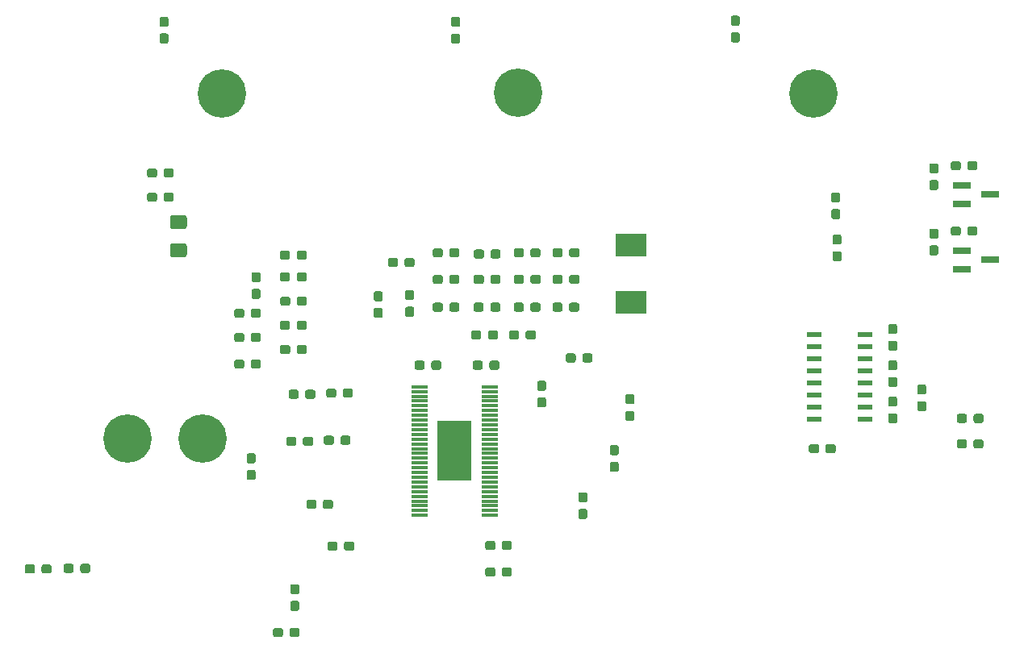
<source format=gbr>
G04 #@! TF.GenerationSoftware,KiCad,Pcbnew,(5.1.2)-1*
G04 #@! TF.CreationDate,2019-10-20T15:18:29-05:00*
G04 #@! TF.ProjectId,MotorController_Hardware,4d6f746f-7243-46f6-9e74-726f6c6c6572,rev?*
G04 #@! TF.SameCoordinates,Original*
G04 #@! TF.FileFunction,Paste,Top*
G04 #@! TF.FilePolarity,Positive*
%FSLAX46Y46*%
G04 Gerber Fmt 4.6, Leading zero omitted, Abs format (unit mm)*
G04 Created by KiCad (PCBNEW (5.1.2)-1) date 2019-10-20 15:18:29*
%MOMM*%
%LPD*%
G04 APERTURE LIST*
%ADD10R,1.676400X0.304800*%
%ADD11R,3.610000X6.350000*%
%ADD12C,0.100000*%
%ADD13C,0.950000*%
%ADD14C,5.080000*%
%ADD15R,3.251200X2.489200*%
%ADD16R,1.900000X0.800000*%
%ADD17C,1.425000*%
%ADD18R,1.500000X0.600000*%
G04 APERTURE END LIST*
D10*
X133489700Y-103740014D03*
X133489700Y-104240012D03*
X133489700Y-104740012D03*
X133489700Y-105240010D03*
X133489700Y-105740010D03*
X133489700Y-106240009D03*
X133489700Y-106740008D03*
X133489700Y-107240006D03*
X133489700Y-107740006D03*
X133489700Y-108240004D03*
X133489700Y-108740004D03*
X133489700Y-109240003D03*
X133489700Y-109740002D03*
X133489700Y-110240000D03*
X133489700Y-110740000D03*
X133489700Y-111239998D03*
X133489700Y-111739997D03*
X133489700Y-112239996D03*
X133489700Y-112739996D03*
X133489700Y-113239994D03*
X133489700Y-113739994D03*
X133489700Y-114239992D03*
X133489700Y-114739991D03*
X133489700Y-115239990D03*
X133489700Y-115739990D03*
X133489700Y-116239988D03*
X133489700Y-116739988D03*
X133489700Y-117239986D03*
X140830300Y-117239986D03*
X140830300Y-116739988D03*
X140830300Y-116239988D03*
X140830300Y-115739990D03*
X140830300Y-115239990D03*
X140830300Y-114739991D03*
X140830300Y-114239992D03*
X140830300Y-113739994D03*
X140830300Y-113239994D03*
X140830300Y-112739996D03*
X140830300Y-112239996D03*
X140830300Y-111739997D03*
X140830300Y-111239998D03*
X140830300Y-110740000D03*
X140830300Y-110240000D03*
X140830300Y-109740002D03*
X140830300Y-109240003D03*
X140830300Y-108740004D03*
X140830300Y-108240004D03*
X140830300Y-107740006D03*
X140830300Y-107240006D03*
X140830300Y-106740008D03*
X140830300Y-106240009D03*
X140830300Y-105740010D03*
X140830300Y-105240010D03*
X140830300Y-104740012D03*
X140830300Y-104240012D03*
X140830300Y-103740014D03*
D11*
X137160000Y-110490000D03*
D12*
G36*
X192461779Y-106587144D02*
G01*
X192484834Y-106590563D01*
X192507443Y-106596227D01*
X192529387Y-106604079D01*
X192550457Y-106614044D01*
X192570448Y-106626026D01*
X192589168Y-106639910D01*
X192606438Y-106655562D01*
X192622090Y-106672832D01*
X192635974Y-106691552D01*
X192647956Y-106711543D01*
X192657921Y-106732613D01*
X192665773Y-106754557D01*
X192671437Y-106777166D01*
X192674856Y-106800221D01*
X192676000Y-106823500D01*
X192676000Y-107298500D01*
X192674856Y-107321779D01*
X192671437Y-107344834D01*
X192665773Y-107367443D01*
X192657921Y-107389387D01*
X192647956Y-107410457D01*
X192635974Y-107430448D01*
X192622090Y-107449168D01*
X192606438Y-107466438D01*
X192589168Y-107482090D01*
X192570448Y-107495974D01*
X192550457Y-107507956D01*
X192529387Y-107517921D01*
X192507443Y-107525773D01*
X192484834Y-107531437D01*
X192461779Y-107534856D01*
X192438500Y-107536000D01*
X191863500Y-107536000D01*
X191840221Y-107534856D01*
X191817166Y-107531437D01*
X191794557Y-107525773D01*
X191772613Y-107517921D01*
X191751543Y-107507956D01*
X191731552Y-107495974D01*
X191712832Y-107482090D01*
X191695562Y-107466438D01*
X191679910Y-107449168D01*
X191666026Y-107430448D01*
X191654044Y-107410457D01*
X191644079Y-107389387D01*
X191636227Y-107367443D01*
X191630563Y-107344834D01*
X191627144Y-107321779D01*
X191626000Y-107298500D01*
X191626000Y-106823500D01*
X191627144Y-106800221D01*
X191630563Y-106777166D01*
X191636227Y-106754557D01*
X191644079Y-106732613D01*
X191654044Y-106711543D01*
X191666026Y-106691552D01*
X191679910Y-106672832D01*
X191695562Y-106655562D01*
X191712832Y-106639910D01*
X191731552Y-106626026D01*
X191751543Y-106614044D01*
X191772613Y-106604079D01*
X191794557Y-106596227D01*
X191817166Y-106590563D01*
X191840221Y-106587144D01*
X191863500Y-106586000D01*
X192438500Y-106586000D01*
X192461779Y-106587144D01*
X192461779Y-106587144D01*
G37*
D13*
X192151000Y-107061000D03*
D12*
G36*
X190711779Y-106587144D02*
G01*
X190734834Y-106590563D01*
X190757443Y-106596227D01*
X190779387Y-106604079D01*
X190800457Y-106614044D01*
X190820448Y-106626026D01*
X190839168Y-106639910D01*
X190856438Y-106655562D01*
X190872090Y-106672832D01*
X190885974Y-106691552D01*
X190897956Y-106711543D01*
X190907921Y-106732613D01*
X190915773Y-106754557D01*
X190921437Y-106777166D01*
X190924856Y-106800221D01*
X190926000Y-106823500D01*
X190926000Y-107298500D01*
X190924856Y-107321779D01*
X190921437Y-107344834D01*
X190915773Y-107367443D01*
X190907921Y-107389387D01*
X190897956Y-107410457D01*
X190885974Y-107430448D01*
X190872090Y-107449168D01*
X190856438Y-107466438D01*
X190839168Y-107482090D01*
X190820448Y-107495974D01*
X190800457Y-107507956D01*
X190779387Y-107517921D01*
X190757443Y-107525773D01*
X190734834Y-107531437D01*
X190711779Y-107534856D01*
X190688500Y-107536000D01*
X190113500Y-107536000D01*
X190090221Y-107534856D01*
X190067166Y-107531437D01*
X190044557Y-107525773D01*
X190022613Y-107517921D01*
X190001543Y-107507956D01*
X189981552Y-107495974D01*
X189962832Y-107482090D01*
X189945562Y-107466438D01*
X189929910Y-107449168D01*
X189916026Y-107430448D01*
X189904044Y-107410457D01*
X189894079Y-107389387D01*
X189886227Y-107367443D01*
X189880563Y-107344834D01*
X189877144Y-107321779D01*
X189876000Y-107298500D01*
X189876000Y-106823500D01*
X189877144Y-106800221D01*
X189880563Y-106777166D01*
X189886227Y-106754557D01*
X189894079Y-106732613D01*
X189904044Y-106711543D01*
X189916026Y-106691552D01*
X189929910Y-106672832D01*
X189945562Y-106655562D01*
X189962832Y-106639910D01*
X189981552Y-106626026D01*
X190001543Y-106614044D01*
X190022613Y-106604079D01*
X190044557Y-106596227D01*
X190067166Y-106590563D01*
X190090221Y-106587144D01*
X190113500Y-106586000D01*
X190688500Y-106586000D01*
X190711779Y-106587144D01*
X190711779Y-106587144D01*
G37*
D13*
X190401000Y-107061000D03*
D12*
G36*
X143721779Y-97824144D02*
G01*
X143744834Y-97827563D01*
X143767443Y-97833227D01*
X143789387Y-97841079D01*
X143810457Y-97851044D01*
X143830448Y-97863026D01*
X143849168Y-97876910D01*
X143866438Y-97892562D01*
X143882090Y-97909832D01*
X143895974Y-97928552D01*
X143907956Y-97948543D01*
X143917921Y-97969613D01*
X143925773Y-97991557D01*
X143931437Y-98014166D01*
X143934856Y-98037221D01*
X143936000Y-98060500D01*
X143936000Y-98535500D01*
X143934856Y-98558779D01*
X143931437Y-98581834D01*
X143925773Y-98604443D01*
X143917921Y-98626387D01*
X143907956Y-98647457D01*
X143895974Y-98667448D01*
X143882090Y-98686168D01*
X143866438Y-98703438D01*
X143849168Y-98719090D01*
X143830448Y-98732974D01*
X143810457Y-98744956D01*
X143789387Y-98754921D01*
X143767443Y-98762773D01*
X143744834Y-98768437D01*
X143721779Y-98771856D01*
X143698500Y-98773000D01*
X143123500Y-98773000D01*
X143100221Y-98771856D01*
X143077166Y-98768437D01*
X143054557Y-98762773D01*
X143032613Y-98754921D01*
X143011543Y-98744956D01*
X142991552Y-98732974D01*
X142972832Y-98719090D01*
X142955562Y-98703438D01*
X142939910Y-98686168D01*
X142926026Y-98667448D01*
X142914044Y-98647457D01*
X142904079Y-98626387D01*
X142896227Y-98604443D01*
X142890563Y-98581834D01*
X142887144Y-98558779D01*
X142886000Y-98535500D01*
X142886000Y-98060500D01*
X142887144Y-98037221D01*
X142890563Y-98014166D01*
X142896227Y-97991557D01*
X142904079Y-97969613D01*
X142914044Y-97948543D01*
X142926026Y-97928552D01*
X142939910Y-97909832D01*
X142955562Y-97892562D01*
X142972832Y-97876910D01*
X142991552Y-97863026D01*
X143011543Y-97851044D01*
X143032613Y-97841079D01*
X143054557Y-97833227D01*
X143077166Y-97827563D01*
X143100221Y-97824144D01*
X143123500Y-97823000D01*
X143698500Y-97823000D01*
X143721779Y-97824144D01*
X143721779Y-97824144D01*
G37*
D13*
X143411000Y-98298000D03*
D12*
G36*
X145471779Y-97824144D02*
G01*
X145494834Y-97827563D01*
X145517443Y-97833227D01*
X145539387Y-97841079D01*
X145560457Y-97851044D01*
X145580448Y-97863026D01*
X145599168Y-97876910D01*
X145616438Y-97892562D01*
X145632090Y-97909832D01*
X145645974Y-97928552D01*
X145657956Y-97948543D01*
X145667921Y-97969613D01*
X145675773Y-97991557D01*
X145681437Y-98014166D01*
X145684856Y-98037221D01*
X145686000Y-98060500D01*
X145686000Y-98535500D01*
X145684856Y-98558779D01*
X145681437Y-98581834D01*
X145675773Y-98604443D01*
X145667921Y-98626387D01*
X145657956Y-98647457D01*
X145645974Y-98667448D01*
X145632090Y-98686168D01*
X145616438Y-98703438D01*
X145599168Y-98719090D01*
X145580448Y-98732974D01*
X145560457Y-98744956D01*
X145539387Y-98754921D01*
X145517443Y-98762773D01*
X145494834Y-98768437D01*
X145471779Y-98771856D01*
X145448500Y-98773000D01*
X144873500Y-98773000D01*
X144850221Y-98771856D01*
X144827166Y-98768437D01*
X144804557Y-98762773D01*
X144782613Y-98754921D01*
X144761543Y-98744956D01*
X144741552Y-98732974D01*
X144722832Y-98719090D01*
X144705562Y-98703438D01*
X144689910Y-98686168D01*
X144676026Y-98667448D01*
X144664044Y-98647457D01*
X144654079Y-98626387D01*
X144646227Y-98604443D01*
X144640563Y-98581834D01*
X144637144Y-98558779D01*
X144636000Y-98535500D01*
X144636000Y-98060500D01*
X144637144Y-98037221D01*
X144640563Y-98014166D01*
X144646227Y-97991557D01*
X144654079Y-97969613D01*
X144664044Y-97948543D01*
X144676026Y-97928552D01*
X144689910Y-97909832D01*
X144705562Y-97892562D01*
X144722832Y-97876910D01*
X144741552Y-97863026D01*
X144761543Y-97851044D01*
X144782613Y-97841079D01*
X144804557Y-97833227D01*
X144827166Y-97827563D01*
X144850221Y-97824144D01*
X144873500Y-97823000D01*
X145448500Y-97823000D01*
X145471779Y-97824144D01*
X145471779Y-97824144D01*
G37*
D13*
X145161000Y-98298000D03*
D12*
G36*
X190697779Y-109254144D02*
G01*
X190720834Y-109257563D01*
X190743443Y-109263227D01*
X190765387Y-109271079D01*
X190786457Y-109281044D01*
X190806448Y-109293026D01*
X190825168Y-109306910D01*
X190842438Y-109322562D01*
X190858090Y-109339832D01*
X190871974Y-109358552D01*
X190883956Y-109378543D01*
X190893921Y-109399613D01*
X190901773Y-109421557D01*
X190907437Y-109444166D01*
X190910856Y-109467221D01*
X190912000Y-109490500D01*
X190912000Y-109965500D01*
X190910856Y-109988779D01*
X190907437Y-110011834D01*
X190901773Y-110034443D01*
X190893921Y-110056387D01*
X190883956Y-110077457D01*
X190871974Y-110097448D01*
X190858090Y-110116168D01*
X190842438Y-110133438D01*
X190825168Y-110149090D01*
X190806448Y-110162974D01*
X190786457Y-110174956D01*
X190765387Y-110184921D01*
X190743443Y-110192773D01*
X190720834Y-110198437D01*
X190697779Y-110201856D01*
X190674500Y-110203000D01*
X190099500Y-110203000D01*
X190076221Y-110201856D01*
X190053166Y-110198437D01*
X190030557Y-110192773D01*
X190008613Y-110184921D01*
X189987543Y-110174956D01*
X189967552Y-110162974D01*
X189948832Y-110149090D01*
X189931562Y-110133438D01*
X189915910Y-110116168D01*
X189902026Y-110097448D01*
X189890044Y-110077457D01*
X189880079Y-110056387D01*
X189872227Y-110034443D01*
X189866563Y-110011834D01*
X189863144Y-109988779D01*
X189862000Y-109965500D01*
X189862000Y-109490500D01*
X189863144Y-109467221D01*
X189866563Y-109444166D01*
X189872227Y-109421557D01*
X189880079Y-109399613D01*
X189890044Y-109378543D01*
X189902026Y-109358552D01*
X189915910Y-109339832D01*
X189931562Y-109322562D01*
X189948832Y-109306910D01*
X189967552Y-109293026D01*
X189987543Y-109281044D01*
X190008613Y-109271079D01*
X190030557Y-109263227D01*
X190053166Y-109257563D01*
X190076221Y-109254144D01*
X190099500Y-109253000D01*
X190674500Y-109253000D01*
X190697779Y-109254144D01*
X190697779Y-109254144D01*
G37*
D13*
X190387000Y-109728000D03*
D12*
G36*
X192447779Y-109254144D02*
G01*
X192470834Y-109257563D01*
X192493443Y-109263227D01*
X192515387Y-109271079D01*
X192536457Y-109281044D01*
X192556448Y-109293026D01*
X192575168Y-109306910D01*
X192592438Y-109322562D01*
X192608090Y-109339832D01*
X192621974Y-109358552D01*
X192633956Y-109378543D01*
X192643921Y-109399613D01*
X192651773Y-109421557D01*
X192657437Y-109444166D01*
X192660856Y-109467221D01*
X192662000Y-109490500D01*
X192662000Y-109965500D01*
X192660856Y-109988779D01*
X192657437Y-110011834D01*
X192651773Y-110034443D01*
X192643921Y-110056387D01*
X192633956Y-110077457D01*
X192621974Y-110097448D01*
X192608090Y-110116168D01*
X192592438Y-110133438D01*
X192575168Y-110149090D01*
X192556448Y-110162974D01*
X192536457Y-110174956D01*
X192515387Y-110184921D01*
X192493443Y-110192773D01*
X192470834Y-110198437D01*
X192447779Y-110201856D01*
X192424500Y-110203000D01*
X191849500Y-110203000D01*
X191826221Y-110201856D01*
X191803166Y-110198437D01*
X191780557Y-110192773D01*
X191758613Y-110184921D01*
X191737543Y-110174956D01*
X191717552Y-110162974D01*
X191698832Y-110149090D01*
X191681562Y-110133438D01*
X191665910Y-110116168D01*
X191652026Y-110097448D01*
X191640044Y-110077457D01*
X191630079Y-110056387D01*
X191622227Y-110034443D01*
X191616563Y-110011834D01*
X191613144Y-109988779D01*
X191612000Y-109965500D01*
X191612000Y-109490500D01*
X191613144Y-109467221D01*
X191616563Y-109444166D01*
X191622227Y-109421557D01*
X191630079Y-109399613D01*
X191640044Y-109378543D01*
X191652026Y-109358552D01*
X191665910Y-109339832D01*
X191681562Y-109322562D01*
X191698832Y-109306910D01*
X191717552Y-109293026D01*
X191737543Y-109281044D01*
X191758613Y-109271079D01*
X191780557Y-109263227D01*
X191803166Y-109257563D01*
X191826221Y-109254144D01*
X191849500Y-109253000D01*
X192424500Y-109253000D01*
X192447779Y-109254144D01*
X192447779Y-109254144D01*
G37*
D13*
X192137000Y-109728000D03*
D12*
G36*
X141506779Y-97824144D02*
G01*
X141529834Y-97827563D01*
X141552443Y-97833227D01*
X141574387Y-97841079D01*
X141595457Y-97851044D01*
X141615448Y-97863026D01*
X141634168Y-97876910D01*
X141651438Y-97892562D01*
X141667090Y-97909832D01*
X141680974Y-97928552D01*
X141692956Y-97948543D01*
X141702921Y-97969613D01*
X141710773Y-97991557D01*
X141716437Y-98014166D01*
X141719856Y-98037221D01*
X141721000Y-98060500D01*
X141721000Y-98535500D01*
X141719856Y-98558779D01*
X141716437Y-98581834D01*
X141710773Y-98604443D01*
X141702921Y-98626387D01*
X141692956Y-98647457D01*
X141680974Y-98667448D01*
X141667090Y-98686168D01*
X141651438Y-98703438D01*
X141634168Y-98719090D01*
X141615448Y-98732974D01*
X141595457Y-98744956D01*
X141574387Y-98754921D01*
X141552443Y-98762773D01*
X141529834Y-98768437D01*
X141506779Y-98771856D01*
X141483500Y-98773000D01*
X140908500Y-98773000D01*
X140885221Y-98771856D01*
X140862166Y-98768437D01*
X140839557Y-98762773D01*
X140817613Y-98754921D01*
X140796543Y-98744956D01*
X140776552Y-98732974D01*
X140757832Y-98719090D01*
X140740562Y-98703438D01*
X140724910Y-98686168D01*
X140711026Y-98667448D01*
X140699044Y-98647457D01*
X140689079Y-98626387D01*
X140681227Y-98604443D01*
X140675563Y-98581834D01*
X140672144Y-98558779D01*
X140671000Y-98535500D01*
X140671000Y-98060500D01*
X140672144Y-98037221D01*
X140675563Y-98014166D01*
X140681227Y-97991557D01*
X140689079Y-97969613D01*
X140699044Y-97948543D01*
X140711026Y-97928552D01*
X140724910Y-97909832D01*
X140740562Y-97892562D01*
X140757832Y-97876910D01*
X140776552Y-97863026D01*
X140796543Y-97851044D01*
X140817613Y-97841079D01*
X140839557Y-97833227D01*
X140862166Y-97827563D01*
X140885221Y-97824144D01*
X140908500Y-97823000D01*
X141483500Y-97823000D01*
X141506779Y-97824144D01*
X141506779Y-97824144D01*
G37*
D13*
X141196000Y-98298000D03*
D12*
G36*
X139756779Y-97824144D02*
G01*
X139779834Y-97827563D01*
X139802443Y-97833227D01*
X139824387Y-97841079D01*
X139845457Y-97851044D01*
X139865448Y-97863026D01*
X139884168Y-97876910D01*
X139901438Y-97892562D01*
X139917090Y-97909832D01*
X139930974Y-97928552D01*
X139942956Y-97948543D01*
X139952921Y-97969613D01*
X139960773Y-97991557D01*
X139966437Y-98014166D01*
X139969856Y-98037221D01*
X139971000Y-98060500D01*
X139971000Y-98535500D01*
X139969856Y-98558779D01*
X139966437Y-98581834D01*
X139960773Y-98604443D01*
X139952921Y-98626387D01*
X139942956Y-98647457D01*
X139930974Y-98667448D01*
X139917090Y-98686168D01*
X139901438Y-98703438D01*
X139884168Y-98719090D01*
X139865448Y-98732974D01*
X139845457Y-98744956D01*
X139824387Y-98754921D01*
X139802443Y-98762773D01*
X139779834Y-98768437D01*
X139756779Y-98771856D01*
X139733500Y-98773000D01*
X139158500Y-98773000D01*
X139135221Y-98771856D01*
X139112166Y-98768437D01*
X139089557Y-98762773D01*
X139067613Y-98754921D01*
X139046543Y-98744956D01*
X139026552Y-98732974D01*
X139007832Y-98719090D01*
X138990562Y-98703438D01*
X138974910Y-98686168D01*
X138961026Y-98667448D01*
X138949044Y-98647457D01*
X138939079Y-98626387D01*
X138931227Y-98604443D01*
X138925563Y-98581834D01*
X138922144Y-98558779D01*
X138921000Y-98535500D01*
X138921000Y-98060500D01*
X138922144Y-98037221D01*
X138925563Y-98014166D01*
X138931227Y-97991557D01*
X138939079Y-97969613D01*
X138949044Y-97948543D01*
X138961026Y-97928552D01*
X138974910Y-97909832D01*
X138990562Y-97892562D01*
X139007832Y-97876910D01*
X139026552Y-97863026D01*
X139046543Y-97851044D01*
X139067613Y-97841079D01*
X139089557Y-97833227D01*
X139112166Y-97827563D01*
X139135221Y-97824144D01*
X139158500Y-97823000D01*
X139733500Y-97823000D01*
X139756779Y-97824144D01*
X139756779Y-97824144D01*
G37*
D13*
X139446000Y-98298000D03*
D12*
G36*
X142981279Y-119922144D02*
G01*
X143004334Y-119925563D01*
X143026943Y-119931227D01*
X143048887Y-119939079D01*
X143069957Y-119949044D01*
X143089948Y-119961026D01*
X143108668Y-119974910D01*
X143125938Y-119990562D01*
X143141590Y-120007832D01*
X143155474Y-120026552D01*
X143167456Y-120046543D01*
X143177421Y-120067613D01*
X143185273Y-120089557D01*
X143190937Y-120112166D01*
X143194356Y-120135221D01*
X143195500Y-120158500D01*
X143195500Y-120633500D01*
X143194356Y-120656779D01*
X143190937Y-120679834D01*
X143185273Y-120702443D01*
X143177421Y-120724387D01*
X143167456Y-120745457D01*
X143155474Y-120765448D01*
X143141590Y-120784168D01*
X143125938Y-120801438D01*
X143108668Y-120817090D01*
X143089948Y-120830974D01*
X143069957Y-120842956D01*
X143048887Y-120852921D01*
X143026943Y-120860773D01*
X143004334Y-120866437D01*
X142981279Y-120869856D01*
X142958000Y-120871000D01*
X142383000Y-120871000D01*
X142359721Y-120869856D01*
X142336666Y-120866437D01*
X142314057Y-120860773D01*
X142292113Y-120852921D01*
X142271043Y-120842956D01*
X142251052Y-120830974D01*
X142232332Y-120817090D01*
X142215062Y-120801438D01*
X142199410Y-120784168D01*
X142185526Y-120765448D01*
X142173544Y-120745457D01*
X142163579Y-120724387D01*
X142155727Y-120702443D01*
X142150063Y-120679834D01*
X142146644Y-120656779D01*
X142145500Y-120633500D01*
X142145500Y-120158500D01*
X142146644Y-120135221D01*
X142150063Y-120112166D01*
X142155727Y-120089557D01*
X142163579Y-120067613D01*
X142173544Y-120046543D01*
X142185526Y-120026552D01*
X142199410Y-120007832D01*
X142215062Y-119990562D01*
X142232332Y-119974910D01*
X142251052Y-119961026D01*
X142271043Y-119949044D01*
X142292113Y-119939079D01*
X142314057Y-119931227D01*
X142336666Y-119925563D01*
X142359721Y-119922144D01*
X142383000Y-119921000D01*
X142958000Y-119921000D01*
X142981279Y-119922144D01*
X142981279Y-119922144D01*
G37*
D13*
X142670500Y-120396000D03*
D12*
G36*
X141231279Y-119922144D02*
G01*
X141254334Y-119925563D01*
X141276943Y-119931227D01*
X141298887Y-119939079D01*
X141319957Y-119949044D01*
X141339948Y-119961026D01*
X141358668Y-119974910D01*
X141375938Y-119990562D01*
X141391590Y-120007832D01*
X141405474Y-120026552D01*
X141417456Y-120046543D01*
X141427421Y-120067613D01*
X141435273Y-120089557D01*
X141440937Y-120112166D01*
X141444356Y-120135221D01*
X141445500Y-120158500D01*
X141445500Y-120633500D01*
X141444356Y-120656779D01*
X141440937Y-120679834D01*
X141435273Y-120702443D01*
X141427421Y-120724387D01*
X141417456Y-120745457D01*
X141405474Y-120765448D01*
X141391590Y-120784168D01*
X141375938Y-120801438D01*
X141358668Y-120817090D01*
X141339948Y-120830974D01*
X141319957Y-120842956D01*
X141298887Y-120852921D01*
X141276943Y-120860773D01*
X141254334Y-120866437D01*
X141231279Y-120869856D01*
X141208000Y-120871000D01*
X140633000Y-120871000D01*
X140609721Y-120869856D01*
X140586666Y-120866437D01*
X140564057Y-120860773D01*
X140542113Y-120852921D01*
X140521043Y-120842956D01*
X140501052Y-120830974D01*
X140482332Y-120817090D01*
X140465062Y-120801438D01*
X140449410Y-120784168D01*
X140435526Y-120765448D01*
X140423544Y-120745457D01*
X140413579Y-120724387D01*
X140405727Y-120702443D01*
X140400063Y-120679834D01*
X140396644Y-120656779D01*
X140395500Y-120633500D01*
X140395500Y-120158500D01*
X140396644Y-120135221D01*
X140400063Y-120112166D01*
X140405727Y-120089557D01*
X140413579Y-120067613D01*
X140423544Y-120046543D01*
X140435526Y-120026552D01*
X140449410Y-120007832D01*
X140465062Y-119990562D01*
X140482332Y-119974910D01*
X140501052Y-119961026D01*
X140521043Y-119949044D01*
X140542113Y-119939079D01*
X140564057Y-119931227D01*
X140586666Y-119925563D01*
X140609721Y-119922144D01*
X140633000Y-119921000D01*
X141208000Y-119921000D01*
X141231279Y-119922144D01*
X141231279Y-119922144D01*
G37*
D13*
X140920500Y-120396000D03*
D12*
G36*
X141231279Y-122716144D02*
G01*
X141254334Y-122719563D01*
X141276943Y-122725227D01*
X141298887Y-122733079D01*
X141319957Y-122743044D01*
X141339948Y-122755026D01*
X141358668Y-122768910D01*
X141375938Y-122784562D01*
X141391590Y-122801832D01*
X141405474Y-122820552D01*
X141417456Y-122840543D01*
X141427421Y-122861613D01*
X141435273Y-122883557D01*
X141440937Y-122906166D01*
X141444356Y-122929221D01*
X141445500Y-122952500D01*
X141445500Y-123427500D01*
X141444356Y-123450779D01*
X141440937Y-123473834D01*
X141435273Y-123496443D01*
X141427421Y-123518387D01*
X141417456Y-123539457D01*
X141405474Y-123559448D01*
X141391590Y-123578168D01*
X141375938Y-123595438D01*
X141358668Y-123611090D01*
X141339948Y-123624974D01*
X141319957Y-123636956D01*
X141298887Y-123646921D01*
X141276943Y-123654773D01*
X141254334Y-123660437D01*
X141231279Y-123663856D01*
X141208000Y-123665000D01*
X140633000Y-123665000D01*
X140609721Y-123663856D01*
X140586666Y-123660437D01*
X140564057Y-123654773D01*
X140542113Y-123646921D01*
X140521043Y-123636956D01*
X140501052Y-123624974D01*
X140482332Y-123611090D01*
X140465062Y-123595438D01*
X140449410Y-123578168D01*
X140435526Y-123559448D01*
X140423544Y-123539457D01*
X140413579Y-123518387D01*
X140405727Y-123496443D01*
X140400063Y-123473834D01*
X140396644Y-123450779D01*
X140395500Y-123427500D01*
X140395500Y-122952500D01*
X140396644Y-122929221D01*
X140400063Y-122906166D01*
X140405727Y-122883557D01*
X140413579Y-122861613D01*
X140423544Y-122840543D01*
X140435526Y-122820552D01*
X140449410Y-122801832D01*
X140465062Y-122784562D01*
X140482332Y-122768910D01*
X140501052Y-122755026D01*
X140521043Y-122743044D01*
X140542113Y-122733079D01*
X140564057Y-122725227D01*
X140586666Y-122719563D01*
X140609721Y-122716144D01*
X140633000Y-122715000D01*
X141208000Y-122715000D01*
X141231279Y-122716144D01*
X141231279Y-122716144D01*
G37*
D13*
X140920500Y-123190000D03*
D12*
G36*
X142981279Y-122716144D02*
G01*
X143004334Y-122719563D01*
X143026943Y-122725227D01*
X143048887Y-122733079D01*
X143069957Y-122743044D01*
X143089948Y-122755026D01*
X143108668Y-122768910D01*
X143125938Y-122784562D01*
X143141590Y-122801832D01*
X143155474Y-122820552D01*
X143167456Y-122840543D01*
X143177421Y-122861613D01*
X143185273Y-122883557D01*
X143190937Y-122906166D01*
X143194356Y-122929221D01*
X143195500Y-122952500D01*
X143195500Y-123427500D01*
X143194356Y-123450779D01*
X143190937Y-123473834D01*
X143185273Y-123496443D01*
X143177421Y-123518387D01*
X143167456Y-123539457D01*
X143155474Y-123559448D01*
X143141590Y-123578168D01*
X143125938Y-123595438D01*
X143108668Y-123611090D01*
X143089948Y-123624974D01*
X143069957Y-123636956D01*
X143048887Y-123646921D01*
X143026943Y-123654773D01*
X143004334Y-123660437D01*
X142981279Y-123663856D01*
X142958000Y-123665000D01*
X142383000Y-123665000D01*
X142359721Y-123663856D01*
X142336666Y-123660437D01*
X142314057Y-123654773D01*
X142292113Y-123646921D01*
X142271043Y-123636956D01*
X142251052Y-123624974D01*
X142232332Y-123611090D01*
X142215062Y-123595438D01*
X142199410Y-123578168D01*
X142185526Y-123559448D01*
X142173544Y-123539457D01*
X142163579Y-123518387D01*
X142155727Y-123496443D01*
X142150063Y-123473834D01*
X142146644Y-123450779D01*
X142145500Y-123427500D01*
X142145500Y-122952500D01*
X142146644Y-122929221D01*
X142150063Y-122906166D01*
X142155727Y-122883557D01*
X142163579Y-122861613D01*
X142173544Y-122840543D01*
X142185526Y-122820552D01*
X142199410Y-122801832D01*
X142215062Y-122784562D01*
X142232332Y-122768910D01*
X142251052Y-122755026D01*
X142271043Y-122743044D01*
X142292113Y-122733079D01*
X142314057Y-122725227D01*
X142336666Y-122719563D01*
X142359721Y-122716144D01*
X142383000Y-122715000D01*
X142958000Y-122715000D01*
X142981279Y-122716144D01*
X142981279Y-122716144D01*
G37*
D13*
X142670500Y-123190000D03*
D12*
G36*
X121440779Y-89442144D02*
G01*
X121463834Y-89445563D01*
X121486443Y-89451227D01*
X121508387Y-89459079D01*
X121529457Y-89469044D01*
X121549448Y-89481026D01*
X121568168Y-89494910D01*
X121585438Y-89510562D01*
X121601090Y-89527832D01*
X121614974Y-89546552D01*
X121626956Y-89566543D01*
X121636921Y-89587613D01*
X121644773Y-89609557D01*
X121650437Y-89632166D01*
X121653856Y-89655221D01*
X121655000Y-89678500D01*
X121655000Y-90153500D01*
X121653856Y-90176779D01*
X121650437Y-90199834D01*
X121644773Y-90222443D01*
X121636921Y-90244387D01*
X121626956Y-90265457D01*
X121614974Y-90285448D01*
X121601090Y-90304168D01*
X121585438Y-90321438D01*
X121568168Y-90337090D01*
X121549448Y-90350974D01*
X121529457Y-90362956D01*
X121508387Y-90372921D01*
X121486443Y-90380773D01*
X121463834Y-90386437D01*
X121440779Y-90389856D01*
X121417500Y-90391000D01*
X120842500Y-90391000D01*
X120819221Y-90389856D01*
X120796166Y-90386437D01*
X120773557Y-90380773D01*
X120751613Y-90372921D01*
X120730543Y-90362956D01*
X120710552Y-90350974D01*
X120691832Y-90337090D01*
X120674562Y-90321438D01*
X120658910Y-90304168D01*
X120645026Y-90285448D01*
X120633044Y-90265457D01*
X120623079Y-90244387D01*
X120615227Y-90222443D01*
X120609563Y-90199834D01*
X120606144Y-90176779D01*
X120605000Y-90153500D01*
X120605000Y-89678500D01*
X120606144Y-89655221D01*
X120609563Y-89632166D01*
X120615227Y-89609557D01*
X120623079Y-89587613D01*
X120633044Y-89566543D01*
X120645026Y-89546552D01*
X120658910Y-89527832D01*
X120674562Y-89510562D01*
X120691832Y-89494910D01*
X120710552Y-89481026D01*
X120730543Y-89469044D01*
X120751613Y-89459079D01*
X120773557Y-89451227D01*
X120796166Y-89445563D01*
X120819221Y-89442144D01*
X120842500Y-89441000D01*
X121417500Y-89441000D01*
X121440779Y-89442144D01*
X121440779Y-89442144D01*
G37*
D13*
X121130000Y-89916000D03*
D12*
G36*
X119690779Y-89442144D02*
G01*
X119713834Y-89445563D01*
X119736443Y-89451227D01*
X119758387Y-89459079D01*
X119779457Y-89469044D01*
X119799448Y-89481026D01*
X119818168Y-89494910D01*
X119835438Y-89510562D01*
X119851090Y-89527832D01*
X119864974Y-89546552D01*
X119876956Y-89566543D01*
X119886921Y-89587613D01*
X119894773Y-89609557D01*
X119900437Y-89632166D01*
X119903856Y-89655221D01*
X119905000Y-89678500D01*
X119905000Y-90153500D01*
X119903856Y-90176779D01*
X119900437Y-90199834D01*
X119894773Y-90222443D01*
X119886921Y-90244387D01*
X119876956Y-90265457D01*
X119864974Y-90285448D01*
X119851090Y-90304168D01*
X119835438Y-90321438D01*
X119818168Y-90337090D01*
X119799448Y-90350974D01*
X119779457Y-90362956D01*
X119758387Y-90372921D01*
X119736443Y-90380773D01*
X119713834Y-90386437D01*
X119690779Y-90389856D01*
X119667500Y-90391000D01*
X119092500Y-90391000D01*
X119069221Y-90389856D01*
X119046166Y-90386437D01*
X119023557Y-90380773D01*
X119001613Y-90372921D01*
X118980543Y-90362956D01*
X118960552Y-90350974D01*
X118941832Y-90337090D01*
X118924562Y-90321438D01*
X118908910Y-90304168D01*
X118895026Y-90285448D01*
X118883044Y-90265457D01*
X118873079Y-90244387D01*
X118865227Y-90222443D01*
X118859563Y-90199834D01*
X118856144Y-90176779D01*
X118855000Y-90153500D01*
X118855000Y-89678500D01*
X118856144Y-89655221D01*
X118859563Y-89632166D01*
X118865227Y-89609557D01*
X118873079Y-89587613D01*
X118883044Y-89566543D01*
X118895026Y-89546552D01*
X118908910Y-89527832D01*
X118924562Y-89510562D01*
X118941832Y-89494910D01*
X118960552Y-89481026D01*
X118980543Y-89469044D01*
X119001613Y-89459079D01*
X119023557Y-89451227D01*
X119046166Y-89445563D01*
X119069221Y-89442144D01*
X119092500Y-89441000D01*
X119667500Y-89441000D01*
X119690779Y-89442144D01*
X119690779Y-89442144D01*
G37*
D13*
X119380000Y-89916000D03*
D12*
G36*
X146564779Y-103108144D02*
G01*
X146587834Y-103111563D01*
X146610443Y-103117227D01*
X146632387Y-103125079D01*
X146653457Y-103135044D01*
X146673448Y-103147026D01*
X146692168Y-103160910D01*
X146709438Y-103176562D01*
X146725090Y-103193832D01*
X146738974Y-103212552D01*
X146750956Y-103232543D01*
X146760921Y-103253613D01*
X146768773Y-103275557D01*
X146774437Y-103298166D01*
X146777856Y-103321221D01*
X146779000Y-103344500D01*
X146779000Y-103919500D01*
X146777856Y-103942779D01*
X146774437Y-103965834D01*
X146768773Y-103988443D01*
X146760921Y-104010387D01*
X146750956Y-104031457D01*
X146738974Y-104051448D01*
X146725090Y-104070168D01*
X146709438Y-104087438D01*
X146692168Y-104103090D01*
X146673448Y-104116974D01*
X146653457Y-104128956D01*
X146632387Y-104138921D01*
X146610443Y-104146773D01*
X146587834Y-104152437D01*
X146564779Y-104155856D01*
X146541500Y-104157000D01*
X146066500Y-104157000D01*
X146043221Y-104155856D01*
X146020166Y-104152437D01*
X145997557Y-104146773D01*
X145975613Y-104138921D01*
X145954543Y-104128956D01*
X145934552Y-104116974D01*
X145915832Y-104103090D01*
X145898562Y-104087438D01*
X145882910Y-104070168D01*
X145869026Y-104051448D01*
X145857044Y-104031457D01*
X145847079Y-104010387D01*
X145839227Y-103988443D01*
X145833563Y-103965834D01*
X145830144Y-103942779D01*
X145829000Y-103919500D01*
X145829000Y-103344500D01*
X145830144Y-103321221D01*
X145833563Y-103298166D01*
X145839227Y-103275557D01*
X145847079Y-103253613D01*
X145857044Y-103232543D01*
X145869026Y-103212552D01*
X145882910Y-103193832D01*
X145898562Y-103176562D01*
X145915832Y-103160910D01*
X145934552Y-103147026D01*
X145954543Y-103135044D01*
X145975613Y-103125079D01*
X145997557Y-103117227D01*
X146020166Y-103111563D01*
X146043221Y-103108144D01*
X146066500Y-103107000D01*
X146541500Y-103107000D01*
X146564779Y-103108144D01*
X146564779Y-103108144D01*
G37*
D13*
X146304000Y-103632000D03*
D12*
G36*
X146564779Y-104858144D02*
G01*
X146587834Y-104861563D01*
X146610443Y-104867227D01*
X146632387Y-104875079D01*
X146653457Y-104885044D01*
X146673448Y-104897026D01*
X146692168Y-104910910D01*
X146709438Y-104926562D01*
X146725090Y-104943832D01*
X146738974Y-104962552D01*
X146750956Y-104982543D01*
X146760921Y-105003613D01*
X146768773Y-105025557D01*
X146774437Y-105048166D01*
X146777856Y-105071221D01*
X146779000Y-105094500D01*
X146779000Y-105669500D01*
X146777856Y-105692779D01*
X146774437Y-105715834D01*
X146768773Y-105738443D01*
X146760921Y-105760387D01*
X146750956Y-105781457D01*
X146738974Y-105801448D01*
X146725090Y-105820168D01*
X146709438Y-105837438D01*
X146692168Y-105853090D01*
X146673448Y-105866974D01*
X146653457Y-105878956D01*
X146632387Y-105888921D01*
X146610443Y-105896773D01*
X146587834Y-105902437D01*
X146564779Y-105905856D01*
X146541500Y-105907000D01*
X146066500Y-105907000D01*
X146043221Y-105905856D01*
X146020166Y-105902437D01*
X145997557Y-105896773D01*
X145975613Y-105888921D01*
X145954543Y-105878956D01*
X145934552Y-105866974D01*
X145915832Y-105853090D01*
X145898562Y-105837438D01*
X145882910Y-105820168D01*
X145869026Y-105801448D01*
X145857044Y-105781457D01*
X145847079Y-105760387D01*
X145839227Y-105738443D01*
X145833563Y-105715834D01*
X145830144Y-105692779D01*
X145829000Y-105669500D01*
X145829000Y-105094500D01*
X145830144Y-105071221D01*
X145833563Y-105048166D01*
X145839227Y-105025557D01*
X145847079Y-105003613D01*
X145857044Y-104982543D01*
X145869026Y-104962552D01*
X145882910Y-104943832D01*
X145898562Y-104926562D01*
X145915832Y-104910910D01*
X145934552Y-104897026D01*
X145954543Y-104885044D01*
X145975613Y-104875079D01*
X145997557Y-104867227D01*
X146020166Y-104861563D01*
X146043221Y-104858144D01*
X146066500Y-104857000D01*
X146541500Y-104857000D01*
X146564779Y-104858144D01*
X146564779Y-104858144D01*
G37*
D13*
X146304000Y-105382000D03*
D12*
G36*
X131007779Y-90204144D02*
G01*
X131030834Y-90207563D01*
X131053443Y-90213227D01*
X131075387Y-90221079D01*
X131096457Y-90231044D01*
X131116448Y-90243026D01*
X131135168Y-90256910D01*
X131152438Y-90272562D01*
X131168090Y-90289832D01*
X131181974Y-90308552D01*
X131193956Y-90328543D01*
X131203921Y-90349613D01*
X131211773Y-90371557D01*
X131217437Y-90394166D01*
X131220856Y-90417221D01*
X131222000Y-90440500D01*
X131222000Y-90915500D01*
X131220856Y-90938779D01*
X131217437Y-90961834D01*
X131211773Y-90984443D01*
X131203921Y-91006387D01*
X131193956Y-91027457D01*
X131181974Y-91047448D01*
X131168090Y-91066168D01*
X131152438Y-91083438D01*
X131135168Y-91099090D01*
X131116448Y-91112974D01*
X131096457Y-91124956D01*
X131075387Y-91134921D01*
X131053443Y-91142773D01*
X131030834Y-91148437D01*
X131007779Y-91151856D01*
X130984500Y-91153000D01*
X130409500Y-91153000D01*
X130386221Y-91151856D01*
X130363166Y-91148437D01*
X130340557Y-91142773D01*
X130318613Y-91134921D01*
X130297543Y-91124956D01*
X130277552Y-91112974D01*
X130258832Y-91099090D01*
X130241562Y-91083438D01*
X130225910Y-91066168D01*
X130212026Y-91047448D01*
X130200044Y-91027457D01*
X130190079Y-91006387D01*
X130182227Y-90984443D01*
X130176563Y-90961834D01*
X130173144Y-90938779D01*
X130172000Y-90915500D01*
X130172000Y-90440500D01*
X130173144Y-90417221D01*
X130176563Y-90394166D01*
X130182227Y-90371557D01*
X130190079Y-90349613D01*
X130200044Y-90328543D01*
X130212026Y-90308552D01*
X130225910Y-90289832D01*
X130241562Y-90272562D01*
X130258832Y-90256910D01*
X130277552Y-90243026D01*
X130297543Y-90231044D01*
X130318613Y-90221079D01*
X130340557Y-90213227D01*
X130363166Y-90207563D01*
X130386221Y-90204144D01*
X130409500Y-90203000D01*
X130984500Y-90203000D01*
X131007779Y-90204144D01*
X131007779Y-90204144D01*
G37*
D13*
X130697000Y-90678000D03*
D12*
G36*
X132757779Y-90204144D02*
G01*
X132780834Y-90207563D01*
X132803443Y-90213227D01*
X132825387Y-90221079D01*
X132846457Y-90231044D01*
X132866448Y-90243026D01*
X132885168Y-90256910D01*
X132902438Y-90272562D01*
X132918090Y-90289832D01*
X132931974Y-90308552D01*
X132943956Y-90328543D01*
X132953921Y-90349613D01*
X132961773Y-90371557D01*
X132967437Y-90394166D01*
X132970856Y-90417221D01*
X132972000Y-90440500D01*
X132972000Y-90915500D01*
X132970856Y-90938779D01*
X132967437Y-90961834D01*
X132961773Y-90984443D01*
X132953921Y-91006387D01*
X132943956Y-91027457D01*
X132931974Y-91047448D01*
X132918090Y-91066168D01*
X132902438Y-91083438D01*
X132885168Y-91099090D01*
X132866448Y-91112974D01*
X132846457Y-91124956D01*
X132825387Y-91134921D01*
X132803443Y-91142773D01*
X132780834Y-91148437D01*
X132757779Y-91151856D01*
X132734500Y-91153000D01*
X132159500Y-91153000D01*
X132136221Y-91151856D01*
X132113166Y-91148437D01*
X132090557Y-91142773D01*
X132068613Y-91134921D01*
X132047543Y-91124956D01*
X132027552Y-91112974D01*
X132008832Y-91099090D01*
X131991562Y-91083438D01*
X131975910Y-91066168D01*
X131962026Y-91047448D01*
X131950044Y-91027457D01*
X131940079Y-91006387D01*
X131932227Y-90984443D01*
X131926563Y-90961834D01*
X131923144Y-90938779D01*
X131922000Y-90915500D01*
X131922000Y-90440500D01*
X131923144Y-90417221D01*
X131926563Y-90394166D01*
X131932227Y-90371557D01*
X131940079Y-90349613D01*
X131950044Y-90328543D01*
X131962026Y-90308552D01*
X131975910Y-90289832D01*
X131991562Y-90272562D01*
X132008832Y-90256910D01*
X132027552Y-90243026D01*
X132047543Y-90231044D01*
X132068613Y-90221079D01*
X132090557Y-90213227D01*
X132113166Y-90207563D01*
X132136221Y-90204144D01*
X132159500Y-90203000D01*
X132734500Y-90203000D01*
X132757779Y-90204144D01*
X132757779Y-90204144D01*
G37*
D13*
X132447000Y-90678000D03*
D12*
G36*
X107498779Y-80806144D02*
G01*
X107521834Y-80809563D01*
X107544443Y-80815227D01*
X107566387Y-80823079D01*
X107587457Y-80833044D01*
X107607448Y-80845026D01*
X107626168Y-80858910D01*
X107643438Y-80874562D01*
X107659090Y-80891832D01*
X107672974Y-80910552D01*
X107684956Y-80930543D01*
X107694921Y-80951613D01*
X107702773Y-80973557D01*
X107708437Y-80996166D01*
X107711856Y-81019221D01*
X107713000Y-81042500D01*
X107713000Y-81517500D01*
X107711856Y-81540779D01*
X107708437Y-81563834D01*
X107702773Y-81586443D01*
X107694921Y-81608387D01*
X107684956Y-81629457D01*
X107672974Y-81649448D01*
X107659090Y-81668168D01*
X107643438Y-81685438D01*
X107626168Y-81701090D01*
X107607448Y-81714974D01*
X107587457Y-81726956D01*
X107566387Y-81736921D01*
X107544443Y-81744773D01*
X107521834Y-81750437D01*
X107498779Y-81753856D01*
X107475500Y-81755000D01*
X106900500Y-81755000D01*
X106877221Y-81753856D01*
X106854166Y-81750437D01*
X106831557Y-81744773D01*
X106809613Y-81736921D01*
X106788543Y-81726956D01*
X106768552Y-81714974D01*
X106749832Y-81701090D01*
X106732562Y-81685438D01*
X106716910Y-81668168D01*
X106703026Y-81649448D01*
X106691044Y-81629457D01*
X106681079Y-81608387D01*
X106673227Y-81586443D01*
X106667563Y-81563834D01*
X106664144Y-81540779D01*
X106663000Y-81517500D01*
X106663000Y-81042500D01*
X106664144Y-81019221D01*
X106667563Y-80996166D01*
X106673227Y-80973557D01*
X106681079Y-80951613D01*
X106691044Y-80930543D01*
X106703026Y-80910552D01*
X106716910Y-80891832D01*
X106732562Y-80874562D01*
X106749832Y-80858910D01*
X106768552Y-80845026D01*
X106788543Y-80833044D01*
X106809613Y-80823079D01*
X106831557Y-80815227D01*
X106854166Y-80809563D01*
X106877221Y-80806144D01*
X106900500Y-80805000D01*
X107475500Y-80805000D01*
X107498779Y-80806144D01*
X107498779Y-80806144D01*
G37*
D13*
X107188000Y-81280000D03*
D12*
G36*
X105748779Y-80806144D02*
G01*
X105771834Y-80809563D01*
X105794443Y-80815227D01*
X105816387Y-80823079D01*
X105837457Y-80833044D01*
X105857448Y-80845026D01*
X105876168Y-80858910D01*
X105893438Y-80874562D01*
X105909090Y-80891832D01*
X105922974Y-80910552D01*
X105934956Y-80930543D01*
X105944921Y-80951613D01*
X105952773Y-80973557D01*
X105958437Y-80996166D01*
X105961856Y-81019221D01*
X105963000Y-81042500D01*
X105963000Y-81517500D01*
X105961856Y-81540779D01*
X105958437Y-81563834D01*
X105952773Y-81586443D01*
X105944921Y-81608387D01*
X105934956Y-81629457D01*
X105922974Y-81649448D01*
X105909090Y-81668168D01*
X105893438Y-81685438D01*
X105876168Y-81701090D01*
X105857448Y-81714974D01*
X105837457Y-81726956D01*
X105816387Y-81736921D01*
X105794443Y-81744773D01*
X105771834Y-81750437D01*
X105748779Y-81753856D01*
X105725500Y-81755000D01*
X105150500Y-81755000D01*
X105127221Y-81753856D01*
X105104166Y-81750437D01*
X105081557Y-81744773D01*
X105059613Y-81736921D01*
X105038543Y-81726956D01*
X105018552Y-81714974D01*
X104999832Y-81701090D01*
X104982562Y-81685438D01*
X104966910Y-81668168D01*
X104953026Y-81649448D01*
X104941044Y-81629457D01*
X104931079Y-81608387D01*
X104923227Y-81586443D01*
X104917563Y-81563834D01*
X104914144Y-81540779D01*
X104913000Y-81517500D01*
X104913000Y-81042500D01*
X104914144Y-81019221D01*
X104917563Y-80996166D01*
X104923227Y-80973557D01*
X104931079Y-80951613D01*
X104941044Y-80930543D01*
X104953026Y-80910552D01*
X104966910Y-80891832D01*
X104982562Y-80874562D01*
X104999832Y-80858910D01*
X105018552Y-80845026D01*
X105038543Y-80833044D01*
X105059613Y-80823079D01*
X105081557Y-80815227D01*
X105104166Y-80809563D01*
X105127221Y-80806144D01*
X105150500Y-80805000D01*
X105725500Y-80805000D01*
X105748779Y-80806144D01*
X105748779Y-80806144D01*
G37*
D13*
X105438000Y-81280000D03*
D12*
G36*
X105748779Y-83346144D02*
G01*
X105771834Y-83349563D01*
X105794443Y-83355227D01*
X105816387Y-83363079D01*
X105837457Y-83373044D01*
X105857448Y-83385026D01*
X105876168Y-83398910D01*
X105893438Y-83414562D01*
X105909090Y-83431832D01*
X105922974Y-83450552D01*
X105934956Y-83470543D01*
X105944921Y-83491613D01*
X105952773Y-83513557D01*
X105958437Y-83536166D01*
X105961856Y-83559221D01*
X105963000Y-83582500D01*
X105963000Y-84057500D01*
X105961856Y-84080779D01*
X105958437Y-84103834D01*
X105952773Y-84126443D01*
X105944921Y-84148387D01*
X105934956Y-84169457D01*
X105922974Y-84189448D01*
X105909090Y-84208168D01*
X105893438Y-84225438D01*
X105876168Y-84241090D01*
X105857448Y-84254974D01*
X105837457Y-84266956D01*
X105816387Y-84276921D01*
X105794443Y-84284773D01*
X105771834Y-84290437D01*
X105748779Y-84293856D01*
X105725500Y-84295000D01*
X105150500Y-84295000D01*
X105127221Y-84293856D01*
X105104166Y-84290437D01*
X105081557Y-84284773D01*
X105059613Y-84276921D01*
X105038543Y-84266956D01*
X105018552Y-84254974D01*
X104999832Y-84241090D01*
X104982562Y-84225438D01*
X104966910Y-84208168D01*
X104953026Y-84189448D01*
X104941044Y-84169457D01*
X104931079Y-84148387D01*
X104923227Y-84126443D01*
X104917563Y-84103834D01*
X104914144Y-84080779D01*
X104913000Y-84057500D01*
X104913000Y-83582500D01*
X104914144Y-83559221D01*
X104917563Y-83536166D01*
X104923227Y-83513557D01*
X104931079Y-83491613D01*
X104941044Y-83470543D01*
X104953026Y-83450552D01*
X104966910Y-83431832D01*
X104982562Y-83414562D01*
X104999832Y-83398910D01*
X105018552Y-83385026D01*
X105038543Y-83373044D01*
X105059613Y-83363079D01*
X105081557Y-83355227D01*
X105104166Y-83349563D01*
X105127221Y-83346144D01*
X105150500Y-83345000D01*
X105725500Y-83345000D01*
X105748779Y-83346144D01*
X105748779Y-83346144D01*
G37*
D13*
X105438000Y-83820000D03*
D12*
G36*
X107498779Y-83346144D02*
G01*
X107521834Y-83349563D01*
X107544443Y-83355227D01*
X107566387Y-83363079D01*
X107587457Y-83373044D01*
X107607448Y-83385026D01*
X107626168Y-83398910D01*
X107643438Y-83414562D01*
X107659090Y-83431832D01*
X107672974Y-83450552D01*
X107684956Y-83470543D01*
X107694921Y-83491613D01*
X107702773Y-83513557D01*
X107708437Y-83536166D01*
X107711856Y-83559221D01*
X107713000Y-83582500D01*
X107713000Y-84057500D01*
X107711856Y-84080779D01*
X107708437Y-84103834D01*
X107702773Y-84126443D01*
X107694921Y-84148387D01*
X107684956Y-84169457D01*
X107672974Y-84189448D01*
X107659090Y-84208168D01*
X107643438Y-84225438D01*
X107626168Y-84241090D01*
X107607448Y-84254974D01*
X107587457Y-84266956D01*
X107566387Y-84276921D01*
X107544443Y-84284773D01*
X107521834Y-84290437D01*
X107498779Y-84293856D01*
X107475500Y-84295000D01*
X106900500Y-84295000D01*
X106877221Y-84293856D01*
X106854166Y-84290437D01*
X106831557Y-84284773D01*
X106809613Y-84276921D01*
X106788543Y-84266956D01*
X106768552Y-84254974D01*
X106749832Y-84241090D01*
X106732562Y-84225438D01*
X106716910Y-84208168D01*
X106703026Y-84189448D01*
X106691044Y-84169457D01*
X106681079Y-84148387D01*
X106673227Y-84126443D01*
X106667563Y-84103834D01*
X106664144Y-84080779D01*
X106663000Y-84057500D01*
X106663000Y-83582500D01*
X106664144Y-83559221D01*
X106667563Y-83536166D01*
X106673227Y-83513557D01*
X106681079Y-83491613D01*
X106691044Y-83470543D01*
X106703026Y-83450552D01*
X106716910Y-83431832D01*
X106732562Y-83414562D01*
X106749832Y-83398910D01*
X106768552Y-83385026D01*
X106788543Y-83373044D01*
X106809613Y-83363079D01*
X106831557Y-83355227D01*
X106854166Y-83349563D01*
X106877221Y-83346144D01*
X106900500Y-83345000D01*
X107475500Y-83345000D01*
X107498779Y-83346144D01*
X107498779Y-83346144D01*
G37*
D13*
X107188000Y-83820000D03*
D12*
G36*
X124290779Y-108873144D02*
G01*
X124313834Y-108876563D01*
X124336443Y-108882227D01*
X124358387Y-108890079D01*
X124379457Y-108900044D01*
X124399448Y-108912026D01*
X124418168Y-108925910D01*
X124435438Y-108941562D01*
X124451090Y-108958832D01*
X124464974Y-108977552D01*
X124476956Y-108997543D01*
X124486921Y-109018613D01*
X124494773Y-109040557D01*
X124500437Y-109063166D01*
X124503856Y-109086221D01*
X124505000Y-109109500D01*
X124505000Y-109584500D01*
X124503856Y-109607779D01*
X124500437Y-109630834D01*
X124494773Y-109653443D01*
X124486921Y-109675387D01*
X124476956Y-109696457D01*
X124464974Y-109716448D01*
X124451090Y-109735168D01*
X124435438Y-109752438D01*
X124418168Y-109768090D01*
X124399448Y-109781974D01*
X124379457Y-109793956D01*
X124358387Y-109803921D01*
X124336443Y-109811773D01*
X124313834Y-109817437D01*
X124290779Y-109820856D01*
X124267500Y-109822000D01*
X123692500Y-109822000D01*
X123669221Y-109820856D01*
X123646166Y-109817437D01*
X123623557Y-109811773D01*
X123601613Y-109803921D01*
X123580543Y-109793956D01*
X123560552Y-109781974D01*
X123541832Y-109768090D01*
X123524562Y-109752438D01*
X123508910Y-109735168D01*
X123495026Y-109716448D01*
X123483044Y-109696457D01*
X123473079Y-109675387D01*
X123465227Y-109653443D01*
X123459563Y-109630834D01*
X123456144Y-109607779D01*
X123455000Y-109584500D01*
X123455000Y-109109500D01*
X123456144Y-109086221D01*
X123459563Y-109063166D01*
X123465227Y-109040557D01*
X123473079Y-109018613D01*
X123483044Y-108997543D01*
X123495026Y-108977552D01*
X123508910Y-108958832D01*
X123524562Y-108941562D01*
X123541832Y-108925910D01*
X123560552Y-108912026D01*
X123580543Y-108900044D01*
X123601613Y-108890079D01*
X123623557Y-108882227D01*
X123646166Y-108876563D01*
X123669221Y-108873144D01*
X123692500Y-108872000D01*
X124267500Y-108872000D01*
X124290779Y-108873144D01*
X124290779Y-108873144D01*
G37*
D13*
X123980000Y-109347000D03*
D12*
G36*
X126040779Y-108873144D02*
G01*
X126063834Y-108876563D01*
X126086443Y-108882227D01*
X126108387Y-108890079D01*
X126129457Y-108900044D01*
X126149448Y-108912026D01*
X126168168Y-108925910D01*
X126185438Y-108941562D01*
X126201090Y-108958832D01*
X126214974Y-108977552D01*
X126226956Y-108997543D01*
X126236921Y-109018613D01*
X126244773Y-109040557D01*
X126250437Y-109063166D01*
X126253856Y-109086221D01*
X126255000Y-109109500D01*
X126255000Y-109584500D01*
X126253856Y-109607779D01*
X126250437Y-109630834D01*
X126244773Y-109653443D01*
X126236921Y-109675387D01*
X126226956Y-109696457D01*
X126214974Y-109716448D01*
X126201090Y-109735168D01*
X126185438Y-109752438D01*
X126168168Y-109768090D01*
X126149448Y-109781974D01*
X126129457Y-109793956D01*
X126108387Y-109803921D01*
X126086443Y-109811773D01*
X126063834Y-109817437D01*
X126040779Y-109820856D01*
X126017500Y-109822000D01*
X125442500Y-109822000D01*
X125419221Y-109820856D01*
X125396166Y-109817437D01*
X125373557Y-109811773D01*
X125351613Y-109803921D01*
X125330543Y-109793956D01*
X125310552Y-109781974D01*
X125291832Y-109768090D01*
X125274562Y-109752438D01*
X125258910Y-109735168D01*
X125245026Y-109716448D01*
X125233044Y-109696457D01*
X125223079Y-109675387D01*
X125215227Y-109653443D01*
X125209563Y-109630834D01*
X125206144Y-109607779D01*
X125205000Y-109584500D01*
X125205000Y-109109500D01*
X125206144Y-109086221D01*
X125209563Y-109063166D01*
X125215227Y-109040557D01*
X125223079Y-109018613D01*
X125233044Y-108997543D01*
X125245026Y-108977552D01*
X125258910Y-108958832D01*
X125274562Y-108941562D01*
X125291832Y-108925910D01*
X125310552Y-108912026D01*
X125330543Y-108900044D01*
X125351613Y-108890079D01*
X125373557Y-108882227D01*
X125396166Y-108876563D01*
X125419221Y-108873144D01*
X125442500Y-108872000D01*
X126017500Y-108872000D01*
X126040779Y-108873144D01*
X126040779Y-108873144D01*
G37*
D13*
X125730000Y-109347000D03*
D12*
G36*
X155835779Y-106269144D02*
G01*
X155858834Y-106272563D01*
X155881443Y-106278227D01*
X155903387Y-106286079D01*
X155924457Y-106296044D01*
X155944448Y-106308026D01*
X155963168Y-106321910D01*
X155980438Y-106337562D01*
X155996090Y-106354832D01*
X156009974Y-106373552D01*
X156021956Y-106393543D01*
X156031921Y-106414613D01*
X156039773Y-106436557D01*
X156045437Y-106459166D01*
X156048856Y-106482221D01*
X156050000Y-106505500D01*
X156050000Y-107080500D01*
X156048856Y-107103779D01*
X156045437Y-107126834D01*
X156039773Y-107149443D01*
X156031921Y-107171387D01*
X156021956Y-107192457D01*
X156009974Y-107212448D01*
X155996090Y-107231168D01*
X155980438Y-107248438D01*
X155963168Y-107264090D01*
X155944448Y-107277974D01*
X155924457Y-107289956D01*
X155903387Y-107299921D01*
X155881443Y-107307773D01*
X155858834Y-107313437D01*
X155835779Y-107316856D01*
X155812500Y-107318000D01*
X155337500Y-107318000D01*
X155314221Y-107316856D01*
X155291166Y-107313437D01*
X155268557Y-107307773D01*
X155246613Y-107299921D01*
X155225543Y-107289956D01*
X155205552Y-107277974D01*
X155186832Y-107264090D01*
X155169562Y-107248438D01*
X155153910Y-107231168D01*
X155140026Y-107212448D01*
X155128044Y-107192457D01*
X155118079Y-107171387D01*
X155110227Y-107149443D01*
X155104563Y-107126834D01*
X155101144Y-107103779D01*
X155100000Y-107080500D01*
X155100000Y-106505500D01*
X155101144Y-106482221D01*
X155104563Y-106459166D01*
X155110227Y-106436557D01*
X155118079Y-106414613D01*
X155128044Y-106393543D01*
X155140026Y-106373552D01*
X155153910Y-106354832D01*
X155169562Y-106337562D01*
X155186832Y-106321910D01*
X155205552Y-106308026D01*
X155225543Y-106296044D01*
X155246613Y-106286079D01*
X155268557Y-106278227D01*
X155291166Y-106272563D01*
X155314221Y-106269144D01*
X155337500Y-106268000D01*
X155812500Y-106268000D01*
X155835779Y-106269144D01*
X155835779Y-106269144D01*
G37*
D13*
X155575000Y-106793000D03*
D12*
G36*
X155835779Y-104519144D02*
G01*
X155858834Y-104522563D01*
X155881443Y-104528227D01*
X155903387Y-104536079D01*
X155924457Y-104546044D01*
X155944448Y-104558026D01*
X155963168Y-104571910D01*
X155980438Y-104587562D01*
X155996090Y-104604832D01*
X156009974Y-104623552D01*
X156021956Y-104643543D01*
X156031921Y-104664613D01*
X156039773Y-104686557D01*
X156045437Y-104709166D01*
X156048856Y-104732221D01*
X156050000Y-104755500D01*
X156050000Y-105330500D01*
X156048856Y-105353779D01*
X156045437Y-105376834D01*
X156039773Y-105399443D01*
X156031921Y-105421387D01*
X156021956Y-105442457D01*
X156009974Y-105462448D01*
X155996090Y-105481168D01*
X155980438Y-105498438D01*
X155963168Y-105514090D01*
X155944448Y-105527974D01*
X155924457Y-105539956D01*
X155903387Y-105549921D01*
X155881443Y-105557773D01*
X155858834Y-105563437D01*
X155835779Y-105566856D01*
X155812500Y-105568000D01*
X155337500Y-105568000D01*
X155314221Y-105566856D01*
X155291166Y-105563437D01*
X155268557Y-105557773D01*
X155246613Y-105549921D01*
X155225543Y-105539956D01*
X155205552Y-105527974D01*
X155186832Y-105514090D01*
X155169562Y-105498438D01*
X155153910Y-105481168D01*
X155140026Y-105462448D01*
X155128044Y-105442457D01*
X155118079Y-105421387D01*
X155110227Y-105399443D01*
X155104563Y-105376834D01*
X155101144Y-105353779D01*
X155100000Y-105330500D01*
X155100000Y-104755500D01*
X155101144Y-104732221D01*
X155104563Y-104709166D01*
X155110227Y-104686557D01*
X155118079Y-104664613D01*
X155128044Y-104643543D01*
X155140026Y-104623552D01*
X155153910Y-104604832D01*
X155169562Y-104587562D01*
X155186832Y-104571910D01*
X155205552Y-104558026D01*
X155225543Y-104546044D01*
X155246613Y-104536079D01*
X155268557Y-104528227D01*
X155291166Y-104522563D01*
X155314221Y-104519144D01*
X155337500Y-104518000D01*
X155812500Y-104518000D01*
X155835779Y-104519144D01*
X155835779Y-104519144D01*
G37*
D13*
X155575000Y-105043000D03*
D12*
G36*
X154184779Y-109867144D02*
G01*
X154207834Y-109870563D01*
X154230443Y-109876227D01*
X154252387Y-109884079D01*
X154273457Y-109894044D01*
X154293448Y-109906026D01*
X154312168Y-109919910D01*
X154329438Y-109935562D01*
X154345090Y-109952832D01*
X154358974Y-109971552D01*
X154370956Y-109991543D01*
X154380921Y-110012613D01*
X154388773Y-110034557D01*
X154394437Y-110057166D01*
X154397856Y-110080221D01*
X154399000Y-110103500D01*
X154399000Y-110678500D01*
X154397856Y-110701779D01*
X154394437Y-110724834D01*
X154388773Y-110747443D01*
X154380921Y-110769387D01*
X154370956Y-110790457D01*
X154358974Y-110810448D01*
X154345090Y-110829168D01*
X154329438Y-110846438D01*
X154312168Y-110862090D01*
X154293448Y-110875974D01*
X154273457Y-110887956D01*
X154252387Y-110897921D01*
X154230443Y-110905773D01*
X154207834Y-110911437D01*
X154184779Y-110914856D01*
X154161500Y-110916000D01*
X153686500Y-110916000D01*
X153663221Y-110914856D01*
X153640166Y-110911437D01*
X153617557Y-110905773D01*
X153595613Y-110897921D01*
X153574543Y-110887956D01*
X153554552Y-110875974D01*
X153535832Y-110862090D01*
X153518562Y-110846438D01*
X153502910Y-110829168D01*
X153489026Y-110810448D01*
X153477044Y-110790457D01*
X153467079Y-110769387D01*
X153459227Y-110747443D01*
X153453563Y-110724834D01*
X153450144Y-110701779D01*
X153449000Y-110678500D01*
X153449000Y-110103500D01*
X153450144Y-110080221D01*
X153453563Y-110057166D01*
X153459227Y-110034557D01*
X153467079Y-110012613D01*
X153477044Y-109991543D01*
X153489026Y-109971552D01*
X153502910Y-109952832D01*
X153518562Y-109935562D01*
X153535832Y-109919910D01*
X153554552Y-109906026D01*
X153574543Y-109894044D01*
X153595613Y-109884079D01*
X153617557Y-109876227D01*
X153640166Y-109870563D01*
X153663221Y-109867144D01*
X153686500Y-109866000D01*
X154161500Y-109866000D01*
X154184779Y-109867144D01*
X154184779Y-109867144D01*
G37*
D13*
X153924000Y-110391000D03*
D12*
G36*
X154184779Y-111617144D02*
G01*
X154207834Y-111620563D01*
X154230443Y-111626227D01*
X154252387Y-111634079D01*
X154273457Y-111644044D01*
X154293448Y-111656026D01*
X154312168Y-111669910D01*
X154329438Y-111685562D01*
X154345090Y-111702832D01*
X154358974Y-111721552D01*
X154370956Y-111741543D01*
X154380921Y-111762613D01*
X154388773Y-111784557D01*
X154394437Y-111807166D01*
X154397856Y-111830221D01*
X154399000Y-111853500D01*
X154399000Y-112428500D01*
X154397856Y-112451779D01*
X154394437Y-112474834D01*
X154388773Y-112497443D01*
X154380921Y-112519387D01*
X154370956Y-112540457D01*
X154358974Y-112560448D01*
X154345090Y-112579168D01*
X154329438Y-112596438D01*
X154312168Y-112612090D01*
X154293448Y-112625974D01*
X154273457Y-112637956D01*
X154252387Y-112647921D01*
X154230443Y-112655773D01*
X154207834Y-112661437D01*
X154184779Y-112664856D01*
X154161500Y-112666000D01*
X153686500Y-112666000D01*
X153663221Y-112664856D01*
X153640166Y-112661437D01*
X153617557Y-112655773D01*
X153595613Y-112647921D01*
X153574543Y-112637956D01*
X153554552Y-112625974D01*
X153535832Y-112612090D01*
X153518562Y-112596438D01*
X153502910Y-112579168D01*
X153489026Y-112560448D01*
X153477044Y-112540457D01*
X153467079Y-112519387D01*
X153459227Y-112497443D01*
X153453563Y-112474834D01*
X153450144Y-112451779D01*
X153449000Y-112428500D01*
X153449000Y-111853500D01*
X153450144Y-111830221D01*
X153453563Y-111807166D01*
X153459227Y-111784557D01*
X153467079Y-111762613D01*
X153477044Y-111741543D01*
X153489026Y-111721552D01*
X153502910Y-111702832D01*
X153518562Y-111685562D01*
X153535832Y-111669910D01*
X153554552Y-111656026D01*
X153574543Y-111644044D01*
X153595613Y-111634079D01*
X153617557Y-111626227D01*
X153640166Y-111620563D01*
X153663221Y-111617144D01*
X153686500Y-111616000D01*
X154161500Y-111616000D01*
X154184779Y-111617144D01*
X154184779Y-111617144D01*
G37*
D13*
X153924000Y-112141000D03*
D12*
G36*
X150882779Y-116570144D02*
G01*
X150905834Y-116573563D01*
X150928443Y-116579227D01*
X150950387Y-116587079D01*
X150971457Y-116597044D01*
X150991448Y-116609026D01*
X151010168Y-116622910D01*
X151027438Y-116638562D01*
X151043090Y-116655832D01*
X151056974Y-116674552D01*
X151068956Y-116694543D01*
X151078921Y-116715613D01*
X151086773Y-116737557D01*
X151092437Y-116760166D01*
X151095856Y-116783221D01*
X151097000Y-116806500D01*
X151097000Y-117381500D01*
X151095856Y-117404779D01*
X151092437Y-117427834D01*
X151086773Y-117450443D01*
X151078921Y-117472387D01*
X151068956Y-117493457D01*
X151056974Y-117513448D01*
X151043090Y-117532168D01*
X151027438Y-117549438D01*
X151010168Y-117565090D01*
X150991448Y-117578974D01*
X150971457Y-117590956D01*
X150950387Y-117600921D01*
X150928443Y-117608773D01*
X150905834Y-117614437D01*
X150882779Y-117617856D01*
X150859500Y-117619000D01*
X150384500Y-117619000D01*
X150361221Y-117617856D01*
X150338166Y-117614437D01*
X150315557Y-117608773D01*
X150293613Y-117600921D01*
X150272543Y-117590956D01*
X150252552Y-117578974D01*
X150233832Y-117565090D01*
X150216562Y-117549438D01*
X150200910Y-117532168D01*
X150187026Y-117513448D01*
X150175044Y-117493457D01*
X150165079Y-117472387D01*
X150157227Y-117450443D01*
X150151563Y-117427834D01*
X150148144Y-117404779D01*
X150147000Y-117381500D01*
X150147000Y-116806500D01*
X150148144Y-116783221D01*
X150151563Y-116760166D01*
X150157227Y-116737557D01*
X150165079Y-116715613D01*
X150175044Y-116694543D01*
X150187026Y-116674552D01*
X150200910Y-116655832D01*
X150216562Y-116638562D01*
X150233832Y-116622910D01*
X150252552Y-116609026D01*
X150272543Y-116597044D01*
X150293613Y-116587079D01*
X150315557Y-116579227D01*
X150338166Y-116573563D01*
X150361221Y-116570144D01*
X150384500Y-116569000D01*
X150859500Y-116569000D01*
X150882779Y-116570144D01*
X150882779Y-116570144D01*
G37*
D13*
X150622000Y-117094000D03*
D12*
G36*
X150882779Y-114820144D02*
G01*
X150905834Y-114823563D01*
X150928443Y-114829227D01*
X150950387Y-114837079D01*
X150971457Y-114847044D01*
X150991448Y-114859026D01*
X151010168Y-114872910D01*
X151027438Y-114888562D01*
X151043090Y-114905832D01*
X151056974Y-114924552D01*
X151068956Y-114944543D01*
X151078921Y-114965613D01*
X151086773Y-114987557D01*
X151092437Y-115010166D01*
X151095856Y-115033221D01*
X151097000Y-115056500D01*
X151097000Y-115631500D01*
X151095856Y-115654779D01*
X151092437Y-115677834D01*
X151086773Y-115700443D01*
X151078921Y-115722387D01*
X151068956Y-115743457D01*
X151056974Y-115763448D01*
X151043090Y-115782168D01*
X151027438Y-115799438D01*
X151010168Y-115815090D01*
X150991448Y-115828974D01*
X150971457Y-115840956D01*
X150950387Y-115850921D01*
X150928443Y-115858773D01*
X150905834Y-115864437D01*
X150882779Y-115867856D01*
X150859500Y-115869000D01*
X150384500Y-115869000D01*
X150361221Y-115867856D01*
X150338166Y-115864437D01*
X150315557Y-115858773D01*
X150293613Y-115850921D01*
X150272543Y-115840956D01*
X150252552Y-115828974D01*
X150233832Y-115815090D01*
X150216562Y-115799438D01*
X150200910Y-115782168D01*
X150187026Y-115763448D01*
X150175044Y-115743457D01*
X150165079Y-115722387D01*
X150157227Y-115700443D01*
X150151563Y-115677834D01*
X150148144Y-115654779D01*
X150147000Y-115631500D01*
X150147000Y-115056500D01*
X150148144Y-115033221D01*
X150151563Y-115010166D01*
X150157227Y-114987557D01*
X150165079Y-114965613D01*
X150175044Y-114944543D01*
X150187026Y-114924552D01*
X150200910Y-114905832D01*
X150216562Y-114888562D01*
X150233832Y-114872910D01*
X150252552Y-114859026D01*
X150272543Y-114847044D01*
X150293613Y-114837079D01*
X150315557Y-114829227D01*
X150338166Y-114823563D01*
X150361221Y-114820144D01*
X150384500Y-114819000D01*
X150859500Y-114819000D01*
X150882779Y-114820144D01*
X150882779Y-114820144D01*
G37*
D13*
X150622000Y-115344000D03*
D12*
G36*
X150043779Y-89188144D02*
G01*
X150066834Y-89191563D01*
X150089443Y-89197227D01*
X150111387Y-89205079D01*
X150132457Y-89215044D01*
X150152448Y-89227026D01*
X150171168Y-89240910D01*
X150188438Y-89256562D01*
X150204090Y-89273832D01*
X150217974Y-89292552D01*
X150229956Y-89312543D01*
X150239921Y-89333613D01*
X150247773Y-89355557D01*
X150253437Y-89378166D01*
X150256856Y-89401221D01*
X150258000Y-89424500D01*
X150258000Y-89899500D01*
X150256856Y-89922779D01*
X150253437Y-89945834D01*
X150247773Y-89968443D01*
X150239921Y-89990387D01*
X150229956Y-90011457D01*
X150217974Y-90031448D01*
X150204090Y-90050168D01*
X150188438Y-90067438D01*
X150171168Y-90083090D01*
X150152448Y-90096974D01*
X150132457Y-90108956D01*
X150111387Y-90118921D01*
X150089443Y-90126773D01*
X150066834Y-90132437D01*
X150043779Y-90135856D01*
X150020500Y-90137000D01*
X149445500Y-90137000D01*
X149422221Y-90135856D01*
X149399166Y-90132437D01*
X149376557Y-90126773D01*
X149354613Y-90118921D01*
X149333543Y-90108956D01*
X149313552Y-90096974D01*
X149294832Y-90083090D01*
X149277562Y-90067438D01*
X149261910Y-90050168D01*
X149248026Y-90031448D01*
X149236044Y-90011457D01*
X149226079Y-89990387D01*
X149218227Y-89968443D01*
X149212563Y-89945834D01*
X149209144Y-89922779D01*
X149208000Y-89899500D01*
X149208000Y-89424500D01*
X149209144Y-89401221D01*
X149212563Y-89378166D01*
X149218227Y-89355557D01*
X149226079Y-89333613D01*
X149236044Y-89312543D01*
X149248026Y-89292552D01*
X149261910Y-89273832D01*
X149277562Y-89256562D01*
X149294832Y-89240910D01*
X149313552Y-89227026D01*
X149333543Y-89215044D01*
X149354613Y-89205079D01*
X149376557Y-89197227D01*
X149399166Y-89191563D01*
X149422221Y-89188144D01*
X149445500Y-89187000D01*
X150020500Y-89187000D01*
X150043779Y-89188144D01*
X150043779Y-89188144D01*
G37*
D13*
X149733000Y-89662000D03*
D12*
G36*
X148293779Y-89188144D02*
G01*
X148316834Y-89191563D01*
X148339443Y-89197227D01*
X148361387Y-89205079D01*
X148382457Y-89215044D01*
X148402448Y-89227026D01*
X148421168Y-89240910D01*
X148438438Y-89256562D01*
X148454090Y-89273832D01*
X148467974Y-89292552D01*
X148479956Y-89312543D01*
X148489921Y-89333613D01*
X148497773Y-89355557D01*
X148503437Y-89378166D01*
X148506856Y-89401221D01*
X148508000Y-89424500D01*
X148508000Y-89899500D01*
X148506856Y-89922779D01*
X148503437Y-89945834D01*
X148497773Y-89968443D01*
X148489921Y-89990387D01*
X148479956Y-90011457D01*
X148467974Y-90031448D01*
X148454090Y-90050168D01*
X148438438Y-90067438D01*
X148421168Y-90083090D01*
X148402448Y-90096974D01*
X148382457Y-90108956D01*
X148361387Y-90118921D01*
X148339443Y-90126773D01*
X148316834Y-90132437D01*
X148293779Y-90135856D01*
X148270500Y-90137000D01*
X147695500Y-90137000D01*
X147672221Y-90135856D01*
X147649166Y-90132437D01*
X147626557Y-90126773D01*
X147604613Y-90118921D01*
X147583543Y-90108956D01*
X147563552Y-90096974D01*
X147544832Y-90083090D01*
X147527562Y-90067438D01*
X147511910Y-90050168D01*
X147498026Y-90031448D01*
X147486044Y-90011457D01*
X147476079Y-89990387D01*
X147468227Y-89968443D01*
X147462563Y-89945834D01*
X147459144Y-89922779D01*
X147458000Y-89899500D01*
X147458000Y-89424500D01*
X147459144Y-89401221D01*
X147462563Y-89378166D01*
X147468227Y-89355557D01*
X147476079Y-89333613D01*
X147486044Y-89312543D01*
X147498026Y-89292552D01*
X147511910Y-89273832D01*
X147527562Y-89256562D01*
X147544832Y-89240910D01*
X147563552Y-89227026D01*
X147583543Y-89215044D01*
X147604613Y-89205079D01*
X147626557Y-89197227D01*
X147649166Y-89191563D01*
X147672221Y-89188144D01*
X147695500Y-89187000D01*
X148270500Y-89187000D01*
X148293779Y-89188144D01*
X148293779Y-89188144D01*
G37*
D13*
X147983000Y-89662000D03*
D12*
G36*
X141661779Y-100999144D02*
G01*
X141684834Y-101002563D01*
X141707443Y-101008227D01*
X141729387Y-101016079D01*
X141750457Y-101026044D01*
X141770448Y-101038026D01*
X141789168Y-101051910D01*
X141806438Y-101067562D01*
X141822090Y-101084832D01*
X141835974Y-101103552D01*
X141847956Y-101123543D01*
X141857921Y-101144613D01*
X141865773Y-101166557D01*
X141871437Y-101189166D01*
X141874856Y-101212221D01*
X141876000Y-101235500D01*
X141876000Y-101710500D01*
X141874856Y-101733779D01*
X141871437Y-101756834D01*
X141865773Y-101779443D01*
X141857921Y-101801387D01*
X141847956Y-101822457D01*
X141835974Y-101842448D01*
X141822090Y-101861168D01*
X141806438Y-101878438D01*
X141789168Y-101894090D01*
X141770448Y-101907974D01*
X141750457Y-101919956D01*
X141729387Y-101929921D01*
X141707443Y-101937773D01*
X141684834Y-101943437D01*
X141661779Y-101946856D01*
X141638500Y-101948000D01*
X141063500Y-101948000D01*
X141040221Y-101946856D01*
X141017166Y-101943437D01*
X140994557Y-101937773D01*
X140972613Y-101929921D01*
X140951543Y-101919956D01*
X140931552Y-101907974D01*
X140912832Y-101894090D01*
X140895562Y-101878438D01*
X140879910Y-101861168D01*
X140866026Y-101842448D01*
X140854044Y-101822457D01*
X140844079Y-101801387D01*
X140836227Y-101779443D01*
X140830563Y-101756834D01*
X140827144Y-101733779D01*
X140826000Y-101710500D01*
X140826000Y-101235500D01*
X140827144Y-101212221D01*
X140830563Y-101189166D01*
X140836227Y-101166557D01*
X140844079Y-101144613D01*
X140854044Y-101123543D01*
X140866026Y-101103552D01*
X140879910Y-101084832D01*
X140895562Y-101067562D01*
X140912832Y-101051910D01*
X140931552Y-101038026D01*
X140951543Y-101026044D01*
X140972613Y-101016079D01*
X140994557Y-101008227D01*
X141017166Y-101002563D01*
X141040221Y-100999144D01*
X141063500Y-100998000D01*
X141638500Y-100998000D01*
X141661779Y-100999144D01*
X141661779Y-100999144D01*
G37*
D13*
X141351000Y-101473000D03*
D12*
G36*
X139911779Y-100999144D02*
G01*
X139934834Y-101002563D01*
X139957443Y-101008227D01*
X139979387Y-101016079D01*
X140000457Y-101026044D01*
X140020448Y-101038026D01*
X140039168Y-101051910D01*
X140056438Y-101067562D01*
X140072090Y-101084832D01*
X140085974Y-101103552D01*
X140097956Y-101123543D01*
X140107921Y-101144613D01*
X140115773Y-101166557D01*
X140121437Y-101189166D01*
X140124856Y-101212221D01*
X140126000Y-101235500D01*
X140126000Y-101710500D01*
X140124856Y-101733779D01*
X140121437Y-101756834D01*
X140115773Y-101779443D01*
X140107921Y-101801387D01*
X140097956Y-101822457D01*
X140085974Y-101842448D01*
X140072090Y-101861168D01*
X140056438Y-101878438D01*
X140039168Y-101894090D01*
X140020448Y-101907974D01*
X140000457Y-101919956D01*
X139979387Y-101929921D01*
X139957443Y-101937773D01*
X139934834Y-101943437D01*
X139911779Y-101946856D01*
X139888500Y-101948000D01*
X139313500Y-101948000D01*
X139290221Y-101946856D01*
X139267166Y-101943437D01*
X139244557Y-101937773D01*
X139222613Y-101929921D01*
X139201543Y-101919956D01*
X139181552Y-101907974D01*
X139162832Y-101894090D01*
X139145562Y-101878438D01*
X139129910Y-101861168D01*
X139116026Y-101842448D01*
X139104044Y-101822457D01*
X139094079Y-101801387D01*
X139086227Y-101779443D01*
X139080563Y-101756834D01*
X139077144Y-101733779D01*
X139076000Y-101710500D01*
X139076000Y-101235500D01*
X139077144Y-101212221D01*
X139080563Y-101189166D01*
X139086227Y-101166557D01*
X139094079Y-101144613D01*
X139104044Y-101123543D01*
X139116026Y-101103552D01*
X139129910Y-101084832D01*
X139145562Y-101067562D01*
X139162832Y-101051910D01*
X139181552Y-101038026D01*
X139201543Y-101026044D01*
X139222613Y-101016079D01*
X139244557Y-101008227D01*
X139267166Y-101002563D01*
X139290221Y-100999144D01*
X139313500Y-100998000D01*
X139888500Y-100998000D01*
X139911779Y-100999144D01*
X139911779Y-100999144D01*
G37*
D13*
X139601000Y-101473000D03*
D12*
G36*
X119718779Y-94268144D02*
G01*
X119741834Y-94271563D01*
X119764443Y-94277227D01*
X119786387Y-94285079D01*
X119807457Y-94295044D01*
X119827448Y-94307026D01*
X119846168Y-94320910D01*
X119863438Y-94336562D01*
X119879090Y-94353832D01*
X119892974Y-94372552D01*
X119904956Y-94392543D01*
X119914921Y-94413613D01*
X119922773Y-94435557D01*
X119928437Y-94458166D01*
X119931856Y-94481221D01*
X119933000Y-94504500D01*
X119933000Y-94979500D01*
X119931856Y-95002779D01*
X119928437Y-95025834D01*
X119922773Y-95048443D01*
X119914921Y-95070387D01*
X119904956Y-95091457D01*
X119892974Y-95111448D01*
X119879090Y-95130168D01*
X119863438Y-95147438D01*
X119846168Y-95163090D01*
X119827448Y-95176974D01*
X119807457Y-95188956D01*
X119786387Y-95198921D01*
X119764443Y-95206773D01*
X119741834Y-95212437D01*
X119718779Y-95215856D01*
X119695500Y-95217000D01*
X119120500Y-95217000D01*
X119097221Y-95215856D01*
X119074166Y-95212437D01*
X119051557Y-95206773D01*
X119029613Y-95198921D01*
X119008543Y-95188956D01*
X118988552Y-95176974D01*
X118969832Y-95163090D01*
X118952562Y-95147438D01*
X118936910Y-95130168D01*
X118923026Y-95111448D01*
X118911044Y-95091457D01*
X118901079Y-95070387D01*
X118893227Y-95048443D01*
X118887563Y-95025834D01*
X118884144Y-95002779D01*
X118883000Y-94979500D01*
X118883000Y-94504500D01*
X118884144Y-94481221D01*
X118887563Y-94458166D01*
X118893227Y-94435557D01*
X118901079Y-94413613D01*
X118911044Y-94392543D01*
X118923026Y-94372552D01*
X118936910Y-94353832D01*
X118952562Y-94336562D01*
X118969832Y-94320910D01*
X118988552Y-94307026D01*
X119008543Y-94295044D01*
X119029613Y-94285079D01*
X119051557Y-94277227D01*
X119074166Y-94271563D01*
X119097221Y-94268144D01*
X119120500Y-94267000D01*
X119695500Y-94267000D01*
X119718779Y-94268144D01*
X119718779Y-94268144D01*
G37*
D13*
X119408000Y-94742000D03*
D12*
G36*
X121468779Y-94268144D02*
G01*
X121491834Y-94271563D01*
X121514443Y-94277227D01*
X121536387Y-94285079D01*
X121557457Y-94295044D01*
X121577448Y-94307026D01*
X121596168Y-94320910D01*
X121613438Y-94336562D01*
X121629090Y-94353832D01*
X121642974Y-94372552D01*
X121654956Y-94392543D01*
X121664921Y-94413613D01*
X121672773Y-94435557D01*
X121678437Y-94458166D01*
X121681856Y-94481221D01*
X121683000Y-94504500D01*
X121683000Y-94979500D01*
X121681856Y-95002779D01*
X121678437Y-95025834D01*
X121672773Y-95048443D01*
X121664921Y-95070387D01*
X121654956Y-95091457D01*
X121642974Y-95111448D01*
X121629090Y-95130168D01*
X121613438Y-95147438D01*
X121596168Y-95163090D01*
X121577448Y-95176974D01*
X121557457Y-95188956D01*
X121536387Y-95198921D01*
X121514443Y-95206773D01*
X121491834Y-95212437D01*
X121468779Y-95215856D01*
X121445500Y-95217000D01*
X120870500Y-95217000D01*
X120847221Y-95215856D01*
X120824166Y-95212437D01*
X120801557Y-95206773D01*
X120779613Y-95198921D01*
X120758543Y-95188956D01*
X120738552Y-95176974D01*
X120719832Y-95163090D01*
X120702562Y-95147438D01*
X120686910Y-95130168D01*
X120673026Y-95111448D01*
X120661044Y-95091457D01*
X120651079Y-95070387D01*
X120643227Y-95048443D01*
X120637563Y-95025834D01*
X120634144Y-95002779D01*
X120633000Y-94979500D01*
X120633000Y-94504500D01*
X120634144Y-94481221D01*
X120637563Y-94458166D01*
X120643227Y-94435557D01*
X120651079Y-94413613D01*
X120661044Y-94392543D01*
X120673026Y-94372552D01*
X120686910Y-94353832D01*
X120702562Y-94336562D01*
X120719832Y-94320910D01*
X120738552Y-94307026D01*
X120758543Y-94295044D01*
X120779613Y-94285079D01*
X120801557Y-94277227D01*
X120824166Y-94271563D01*
X120847221Y-94268144D01*
X120870500Y-94267000D01*
X121445500Y-94267000D01*
X121468779Y-94268144D01*
X121468779Y-94268144D01*
G37*
D13*
X121158000Y-94742000D03*
D12*
G36*
X116592779Y-93456144D02*
G01*
X116615834Y-93459563D01*
X116638443Y-93465227D01*
X116660387Y-93473079D01*
X116681457Y-93483044D01*
X116701448Y-93495026D01*
X116720168Y-93508910D01*
X116737438Y-93524562D01*
X116753090Y-93541832D01*
X116766974Y-93560552D01*
X116778956Y-93580543D01*
X116788921Y-93601613D01*
X116796773Y-93623557D01*
X116802437Y-93646166D01*
X116805856Y-93669221D01*
X116807000Y-93692500D01*
X116807000Y-94267500D01*
X116805856Y-94290779D01*
X116802437Y-94313834D01*
X116796773Y-94336443D01*
X116788921Y-94358387D01*
X116778956Y-94379457D01*
X116766974Y-94399448D01*
X116753090Y-94418168D01*
X116737438Y-94435438D01*
X116720168Y-94451090D01*
X116701448Y-94464974D01*
X116681457Y-94476956D01*
X116660387Y-94486921D01*
X116638443Y-94494773D01*
X116615834Y-94500437D01*
X116592779Y-94503856D01*
X116569500Y-94505000D01*
X116094500Y-94505000D01*
X116071221Y-94503856D01*
X116048166Y-94500437D01*
X116025557Y-94494773D01*
X116003613Y-94486921D01*
X115982543Y-94476956D01*
X115962552Y-94464974D01*
X115943832Y-94451090D01*
X115926562Y-94435438D01*
X115910910Y-94418168D01*
X115897026Y-94399448D01*
X115885044Y-94379457D01*
X115875079Y-94358387D01*
X115867227Y-94336443D01*
X115861563Y-94313834D01*
X115858144Y-94290779D01*
X115857000Y-94267500D01*
X115857000Y-93692500D01*
X115858144Y-93669221D01*
X115861563Y-93646166D01*
X115867227Y-93623557D01*
X115875079Y-93601613D01*
X115885044Y-93580543D01*
X115897026Y-93560552D01*
X115910910Y-93541832D01*
X115926562Y-93524562D01*
X115943832Y-93508910D01*
X115962552Y-93495026D01*
X115982543Y-93483044D01*
X116003613Y-93473079D01*
X116025557Y-93465227D01*
X116048166Y-93459563D01*
X116071221Y-93456144D01*
X116094500Y-93455000D01*
X116569500Y-93455000D01*
X116592779Y-93456144D01*
X116592779Y-93456144D01*
G37*
D13*
X116332000Y-93980000D03*
D12*
G36*
X116592779Y-91706144D02*
G01*
X116615834Y-91709563D01*
X116638443Y-91715227D01*
X116660387Y-91723079D01*
X116681457Y-91733044D01*
X116701448Y-91745026D01*
X116720168Y-91758910D01*
X116737438Y-91774562D01*
X116753090Y-91791832D01*
X116766974Y-91810552D01*
X116778956Y-91830543D01*
X116788921Y-91851613D01*
X116796773Y-91873557D01*
X116802437Y-91896166D01*
X116805856Y-91919221D01*
X116807000Y-91942500D01*
X116807000Y-92517500D01*
X116805856Y-92540779D01*
X116802437Y-92563834D01*
X116796773Y-92586443D01*
X116788921Y-92608387D01*
X116778956Y-92629457D01*
X116766974Y-92649448D01*
X116753090Y-92668168D01*
X116737438Y-92685438D01*
X116720168Y-92701090D01*
X116701448Y-92714974D01*
X116681457Y-92726956D01*
X116660387Y-92736921D01*
X116638443Y-92744773D01*
X116615834Y-92750437D01*
X116592779Y-92753856D01*
X116569500Y-92755000D01*
X116094500Y-92755000D01*
X116071221Y-92753856D01*
X116048166Y-92750437D01*
X116025557Y-92744773D01*
X116003613Y-92736921D01*
X115982543Y-92726956D01*
X115962552Y-92714974D01*
X115943832Y-92701090D01*
X115926562Y-92685438D01*
X115910910Y-92668168D01*
X115897026Y-92649448D01*
X115885044Y-92629457D01*
X115875079Y-92608387D01*
X115867227Y-92586443D01*
X115861563Y-92563834D01*
X115858144Y-92540779D01*
X115857000Y-92517500D01*
X115857000Y-91942500D01*
X115858144Y-91919221D01*
X115861563Y-91896166D01*
X115867227Y-91873557D01*
X115875079Y-91851613D01*
X115885044Y-91830543D01*
X115897026Y-91810552D01*
X115910910Y-91791832D01*
X115926562Y-91774562D01*
X115943832Y-91758910D01*
X115962552Y-91745026D01*
X115982543Y-91733044D01*
X116003613Y-91723079D01*
X116025557Y-91715227D01*
X116048166Y-91709563D01*
X116071221Y-91706144D01*
X116094500Y-91705000D01*
X116569500Y-91705000D01*
X116592779Y-91706144D01*
X116592779Y-91706144D01*
G37*
D13*
X116332000Y-92230000D03*
D12*
G36*
X120353779Y-109000144D02*
G01*
X120376834Y-109003563D01*
X120399443Y-109009227D01*
X120421387Y-109017079D01*
X120442457Y-109027044D01*
X120462448Y-109039026D01*
X120481168Y-109052910D01*
X120498438Y-109068562D01*
X120514090Y-109085832D01*
X120527974Y-109104552D01*
X120539956Y-109124543D01*
X120549921Y-109145613D01*
X120557773Y-109167557D01*
X120563437Y-109190166D01*
X120566856Y-109213221D01*
X120568000Y-109236500D01*
X120568000Y-109711500D01*
X120566856Y-109734779D01*
X120563437Y-109757834D01*
X120557773Y-109780443D01*
X120549921Y-109802387D01*
X120539956Y-109823457D01*
X120527974Y-109843448D01*
X120514090Y-109862168D01*
X120498438Y-109879438D01*
X120481168Y-109895090D01*
X120462448Y-109908974D01*
X120442457Y-109920956D01*
X120421387Y-109930921D01*
X120399443Y-109938773D01*
X120376834Y-109944437D01*
X120353779Y-109947856D01*
X120330500Y-109949000D01*
X119755500Y-109949000D01*
X119732221Y-109947856D01*
X119709166Y-109944437D01*
X119686557Y-109938773D01*
X119664613Y-109930921D01*
X119643543Y-109920956D01*
X119623552Y-109908974D01*
X119604832Y-109895090D01*
X119587562Y-109879438D01*
X119571910Y-109862168D01*
X119558026Y-109843448D01*
X119546044Y-109823457D01*
X119536079Y-109802387D01*
X119528227Y-109780443D01*
X119522563Y-109757834D01*
X119519144Y-109734779D01*
X119518000Y-109711500D01*
X119518000Y-109236500D01*
X119519144Y-109213221D01*
X119522563Y-109190166D01*
X119528227Y-109167557D01*
X119536079Y-109145613D01*
X119546044Y-109124543D01*
X119558026Y-109104552D01*
X119571910Y-109085832D01*
X119587562Y-109068562D01*
X119604832Y-109052910D01*
X119623552Y-109039026D01*
X119643543Y-109027044D01*
X119664613Y-109017079D01*
X119686557Y-109009227D01*
X119709166Y-109003563D01*
X119732221Y-109000144D01*
X119755500Y-108999000D01*
X120330500Y-108999000D01*
X120353779Y-109000144D01*
X120353779Y-109000144D01*
G37*
D13*
X120043000Y-109474000D03*
D12*
G36*
X122103779Y-109000144D02*
G01*
X122126834Y-109003563D01*
X122149443Y-109009227D01*
X122171387Y-109017079D01*
X122192457Y-109027044D01*
X122212448Y-109039026D01*
X122231168Y-109052910D01*
X122248438Y-109068562D01*
X122264090Y-109085832D01*
X122277974Y-109104552D01*
X122289956Y-109124543D01*
X122299921Y-109145613D01*
X122307773Y-109167557D01*
X122313437Y-109190166D01*
X122316856Y-109213221D01*
X122318000Y-109236500D01*
X122318000Y-109711500D01*
X122316856Y-109734779D01*
X122313437Y-109757834D01*
X122307773Y-109780443D01*
X122299921Y-109802387D01*
X122289956Y-109823457D01*
X122277974Y-109843448D01*
X122264090Y-109862168D01*
X122248438Y-109879438D01*
X122231168Y-109895090D01*
X122212448Y-109908974D01*
X122192457Y-109920956D01*
X122171387Y-109930921D01*
X122149443Y-109938773D01*
X122126834Y-109944437D01*
X122103779Y-109947856D01*
X122080500Y-109949000D01*
X121505500Y-109949000D01*
X121482221Y-109947856D01*
X121459166Y-109944437D01*
X121436557Y-109938773D01*
X121414613Y-109930921D01*
X121393543Y-109920956D01*
X121373552Y-109908974D01*
X121354832Y-109895090D01*
X121337562Y-109879438D01*
X121321910Y-109862168D01*
X121308026Y-109843448D01*
X121296044Y-109823457D01*
X121286079Y-109802387D01*
X121278227Y-109780443D01*
X121272563Y-109757834D01*
X121269144Y-109734779D01*
X121268000Y-109711500D01*
X121268000Y-109236500D01*
X121269144Y-109213221D01*
X121272563Y-109190166D01*
X121278227Y-109167557D01*
X121286079Y-109145613D01*
X121296044Y-109124543D01*
X121308026Y-109104552D01*
X121321910Y-109085832D01*
X121337562Y-109068562D01*
X121354832Y-109052910D01*
X121373552Y-109039026D01*
X121393543Y-109027044D01*
X121414613Y-109017079D01*
X121436557Y-109009227D01*
X121459166Y-109003563D01*
X121482221Y-109000144D01*
X121505500Y-108999000D01*
X122080500Y-108999000D01*
X122103779Y-109000144D01*
X122103779Y-109000144D01*
G37*
D13*
X121793000Y-109474000D03*
D12*
G36*
X124199279Y-115604144D02*
G01*
X124222334Y-115607563D01*
X124244943Y-115613227D01*
X124266887Y-115621079D01*
X124287957Y-115631044D01*
X124307948Y-115643026D01*
X124326668Y-115656910D01*
X124343938Y-115672562D01*
X124359590Y-115689832D01*
X124373474Y-115708552D01*
X124385456Y-115728543D01*
X124395421Y-115749613D01*
X124403273Y-115771557D01*
X124408937Y-115794166D01*
X124412356Y-115817221D01*
X124413500Y-115840500D01*
X124413500Y-116315500D01*
X124412356Y-116338779D01*
X124408937Y-116361834D01*
X124403273Y-116384443D01*
X124395421Y-116406387D01*
X124385456Y-116427457D01*
X124373474Y-116447448D01*
X124359590Y-116466168D01*
X124343938Y-116483438D01*
X124326668Y-116499090D01*
X124307948Y-116512974D01*
X124287957Y-116524956D01*
X124266887Y-116534921D01*
X124244943Y-116542773D01*
X124222334Y-116548437D01*
X124199279Y-116551856D01*
X124176000Y-116553000D01*
X123601000Y-116553000D01*
X123577721Y-116551856D01*
X123554666Y-116548437D01*
X123532057Y-116542773D01*
X123510113Y-116534921D01*
X123489043Y-116524956D01*
X123469052Y-116512974D01*
X123450332Y-116499090D01*
X123433062Y-116483438D01*
X123417410Y-116466168D01*
X123403526Y-116447448D01*
X123391544Y-116427457D01*
X123381579Y-116406387D01*
X123373727Y-116384443D01*
X123368063Y-116361834D01*
X123364644Y-116338779D01*
X123363500Y-116315500D01*
X123363500Y-115840500D01*
X123364644Y-115817221D01*
X123368063Y-115794166D01*
X123373727Y-115771557D01*
X123381579Y-115749613D01*
X123391544Y-115728543D01*
X123403526Y-115708552D01*
X123417410Y-115689832D01*
X123433062Y-115672562D01*
X123450332Y-115656910D01*
X123469052Y-115643026D01*
X123489043Y-115631044D01*
X123510113Y-115621079D01*
X123532057Y-115613227D01*
X123554666Y-115607563D01*
X123577721Y-115604144D01*
X123601000Y-115603000D01*
X124176000Y-115603000D01*
X124199279Y-115604144D01*
X124199279Y-115604144D01*
G37*
D13*
X123888500Y-116078000D03*
D12*
G36*
X122449279Y-115604144D02*
G01*
X122472334Y-115607563D01*
X122494943Y-115613227D01*
X122516887Y-115621079D01*
X122537957Y-115631044D01*
X122557948Y-115643026D01*
X122576668Y-115656910D01*
X122593938Y-115672562D01*
X122609590Y-115689832D01*
X122623474Y-115708552D01*
X122635456Y-115728543D01*
X122645421Y-115749613D01*
X122653273Y-115771557D01*
X122658937Y-115794166D01*
X122662356Y-115817221D01*
X122663500Y-115840500D01*
X122663500Y-116315500D01*
X122662356Y-116338779D01*
X122658937Y-116361834D01*
X122653273Y-116384443D01*
X122645421Y-116406387D01*
X122635456Y-116427457D01*
X122623474Y-116447448D01*
X122609590Y-116466168D01*
X122593938Y-116483438D01*
X122576668Y-116499090D01*
X122557948Y-116512974D01*
X122537957Y-116524956D01*
X122516887Y-116534921D01*
X122494943Y-116542773D01*
X122472334Y-116548437D01*
X122449279Y-116551856D01*
X122426000Y-116553000D01*
X121851000Y-116553000D01*
X121827721Y-116551856D01*
X121804666Y-116548437D01*
X121782057Y-116542773D01*
X121760113Y-116534921D01*
X121739043Y-116524956D01*
X121719052Y-116512974D01*
X121700332Y-116499090D01*
X121683062Y-116483438D01*
X121667410Y-116466168D01*
X121653526Y-116447448D01*
X121641544Y-116427457D01*
X121631579Y-116406387D01*
X121623727Y-116384443D01*
X121618063Y-116361834D01*
X121614644Y-116338779D01*
X121613500Y-116315500D01*
X121613500Y-115840500D01*
X121614644Y-115817221D01*
X121618063Y-115794166D01*
X121623727Y-115771557D01*
X121631579Y-115749613D01*
X121641544Y-115728543D01*
X121653526Y-115708552D01*
X121667410Y-115689832D01*
X121683062Y-115672562D01*
X121700332Y-115656910D01*
X121719052Y-115643026D01*
X121739043Y-115631044D01*
X121760113Y-115621079D01*
X121782057Y-115613227D01*
X121804666Y-115607563D01*
X121827721Y-115604144D01*
X121851000Y-115603000D01*
X122426000Y-115603000D01*
X122449279Y-115604144D01*
X122449279Y-115604144D01*
G37*
D13*
X122138500Y-116078000D03*
D12*
G36*
X126421779Y-119985644D02*
G01*
X126444834Y-119989063D01*
X126467443Y-119994727D01*
X126489387Y-120002579D01*
X126510457Y-120012544D01*
X126530448Y-120024526D01*
X126549168Y-120038410D01*
X126566438Y-120054062D01*
X126582090Y-120071332D01*
X126595974Y-120090052D01*
X126607956Y-120110043D01*
X126617921Y-120131113D01*
X126625773Y-120153057D01*
X126631437Y-120175666D01*
X126634856Y-120198721D01*
X126636000Y-120222000D01*
X126636000Y-120697000D01*
X126634856Y-120720279D01*
X126631437Y-120743334D01*
X126625773Y-120765943D01*
X126617921Y-120787887D01*
X126607956Y-120808957D01*
X126595974Y-120828948D01*
X126582090Y-120847668D01*
X126566438Y-120864938D01*
X126549168Y-120880590D01*
X126530448Y-120894474D01*
X126510457Y-120906456D01*
X126489387Y-120916421D01*
X126467443Y-120924273D01*
X126444834Y-120929937D01*
X126421779Y-120933356D01*
X126398500Y-120934500D01*
X125823500Y-120934500D01*
X125800221Y-120933356D01*
X125777166Y-120929937D01*
X125754557Y-120924273D01*
X125732613Y-120916421D01*
X125711543Y-120906456D01*
X125691552Y-120894474D01*
X125672832Y-120880590D01*
X125655562Y-120864938D01*
X125639910Y-120847668D01*
X125626026Y-120828948D01*
X125614044Y-120808957D01*
X125604079Y-120787887D01*
X125596227Y-120765943D01*
X125590563Y-120743334D01*
X125587144Y-120720279D01*
X125586000Y-120697000D01*
X125586000Y-120222000D01*
X125587144Y-120198721D01*
X125590563Y-120175666D01*
X125596227Y-120153057D01*
X125604079Y-120131113D01*
X125614044Y-120110043D01*
X125626026Y-120090052D01*
X125639910Y-120071332D01*
X125655562Y-120054062D01*
X125672832Y-120038410D01*
X125691552Y-120024526D01*
X125711543Y-120012544D01*
X125732613Y-120002579D01*
X125754557Y-119994727D01*
X125777166Y-119989063D01*
X125800221Y-119985644D01*
X125823500Y-119984500D01*
X126398500Y-119984500D01*
X126421779Y-119985644D01*
X126421779Y-119985644D01*
G37*
D13*
X126111000Y-120459500D03*
D12*
G36*
X124671779Y-119985644D02*
G01*
X124694834Y-119989063D01*
X124717443Y-119994727D01*
X124739387Y-120002579D01*
X124760457Y-120012544D01*
X124780448Y-120024526D01*
X124799168Y-120038410D01*
X124816438Y-120054062D01*
X124832090Y-120071332D01*
X124845974Y-120090052D01*
X124857956Y-120110043D01*
X124867921Y-120131113D01*
X124875773Y-120153057D01*
X124881437Y-120175666D01*
X124884856Y-120198721D01*
X124886000Y-120222000D01*
X124886000Y-120697000D01*
X124884856Y-120720279D01*
X124881437Y-120743334D01*
X124875773Y-120765943D01*
X124867921Y-120787887D01*
X124857956Y-120808957D01*
X124845974Y-120828948D01*
X124832090Y-120847668D01*
X124816438Y-120864938D01*
X124799168Y-120880590D01*
X124780448Y-120894474D01*
X124760457Y-120906456D01*
X124739387Y-120916421D01*
X124717443Y-120924273D01*
X124694834Y-120929937D01*
X124671779Y-120933356D01*
X124648500Y-120934500D01*
X124073500Y-120934500D01*
X124050221Y-120933356D01*
X124027166Y-120929937D01*
X124004557Y-120924273D01*
X123982613Y-120916421D01*
X123961543Y-120906456D01*
X123941552Y-120894474D01*
X123922832Y-120880590D01*
X123905562Y-120864938D01*
X123889910Y-120847668D01*
X123876026Y-120828948D01*
X123864044Y-120808957D01*
X123854079Y-120787887D01*
X123846227Y-120765943D01*
X123840563Y-120743334D01*
X123837144Y-120720279D01*
X123836000Y-120697000D01*
X123836000Y-120222000D01*
X123837144Y-120198721D01*
X123840563Y-120175666D01*
X123846227Y-120153057D01*
X123854079Y-120131113D01*
X123864044Y-120110043D01*
X123876026Y-120090052D01*
X123889910Y-120071332D01*
X123905562Y-120054062D01*
X123922832Y-120038410D01*
X123941552Y-120024526D01*
X123961543Y-120012544D01*
X123982613Y-120002579D01*
X124004557Y-119994727D01*
X124027166Y-119989063D01*
X124050221Y-119985644D01*
X124073500Y-119984500D01*
X124648500Y-119984500D01*
X124671779Y-119985644D01*
X124671779Y-119985644D01*
G37*
D13*
X124361000Y-120459500D03*
D12*
G36*
X106940779Y-66631144D02*
G01*
X106963834Y-66634563D01*
X106986443Y-66640227D01*
X107008387Y-66648079D01*
X107029457Y-66658044D01*
X107049448Y-66670026D01*
X107068168Y-66683910D01*
X107085438Y-66699562D01*
X107101090Y-66716832D01*
X107114974Y-66735552D01*
X107126956Y-66755543D01*
X107136921Y-66776613D01*
X107144773Y-66798557D01*
X107150437Y-66821166D01*
X107153856Y-66844221D01*
X107155000Y-66867500D01*
X107155000Y-67442500D01*
X107153856Y-67465779D01*
X107150437Y-67488834D01*
X107144773Y-67511443D01*
X107136921Y-67533387D01*
X107126956Y-67554457D01*
X107114974Y-67574448D01*
X107101090Y-67593168D01*
X107085438Y-67610438D01*
X107068168Y-67626090D01*
X107049448Y-67639974D01*
X107029457Y-67651956D01*
X107008387Y-67661921D01*
X106986443Y-67669773D01*
X106963834Y-67675437D01*
X106940779Y-67678856D01*
X106917500Y-67680000D01*
X106442500Y-67680000D01*
X106419221Y-67678856D01*
X106396166Y-67675437D01*
X106373557Y-67669773D01*
X106351613Y-67661921D01*
X106330543Y-67651956D01*
X106310552Y-67639974D01*
X106291832Y-67626090D01*
X106274562Y-67610438D01*
X106258910Y-67593168D01*
X106245026Y-67574448D01*
X106233044Y-67554457D01*
X106223079Y-67533387D01*
X106215227Y-67511443D01*
X106209563Y-67488834D01*
X106206144Y-67465779D01*
X106205000Y-67442500D01*
X106205000Y-66867500D01*
X106206144Y-66844221D01*
X106209563Y-66821166D01*
X106215227Y-66798557D01*
X106223079Y-66776613D01*
X106233044Y-66755543D01*
X106245026Y-66735552D01*
X106258910Y-66716832D01*
X106274562Y-66699562D01*
X106291832Y-66683910D01*
X106310552Y-66670026D01*
X106330543Y-66658044D01*
X106351613Y-66648079D01*
X106373557Y-66640227D01*
X106396166Y-66634563D01*
X106419221Y-66631144D01*
X106442500Y-66630000D01*
X106917500Y-66630000D01*
X106940779Y-66631144D01*
X106940779Y-66631144D01*
G37*
D13*
X106680000Y-67155000D03*
D12*
G36*
X106940779Y-64881144D02*
G01*
X106963834Y-64884563D01*
X106986443Y-64890227D01*
X107008387Y-64898079D01*
X107029457Y-64908044D01*
X107049448Y-64920026D01*
X107068168Y-64933910D01*
X107085438Y-64949562D01*
X107101090Y-64966832D01*
X107114974Y-64985552D01*
X107126956Y-65005543D01*
X107136921Y-65026613D01*
X107144773Y-65048557D01*
X107150437Y-65071166D01*
X107153856Y-65094221D01*
X107155000Y-65117500D01*
X107155000Y-65692500D01*
X107153856Y-65715779D01*
X107150437Y-65738834D01*
X107144773Y-65761443D01*
X107136921Y-65783387D01*
X107126956Y-65804457D01*
X107114974Y-65824448D01*
X107101090Y-65843168D01*
X107085438Y-65860438D01*
X107068168Y-65876090D01*
X107049448Y-65889974D01*
X107029457Y-65901956D01*
X107008387Y-65911921D01*
X106986443Y-65919773D01*
X106963834Y-65925437D01*
X106940779Y-65928856D01*
X106917500Y-65930000D01*
X106442500Y-65930000D01*
X106419221Y-65928856D01*
X106396166Y-65925437D01*
X106373557Y-65919773D01*
X106351613Y-65911921D01*
X106330543Y-65901956D01*
X106310552Y-65889974D01*
X106291832Y-65876090D01*
X106274562Y-65860438D01*
X106258910Y-65843168D01*
X106245026Y-65824448D01*
X106233044Y-65804457D01*
X106223079Y-65783387D01*
X106215227Y-65761443D01*
X106209563Y-65738834D01*
X106206144Y-65715779D01*
X106205000Y-65692500D01*
X106205000Y-65117500D01*
X106206144Y-65094221D01*
X106209563Y-65071166D01*
X106215227Y-65048557D01*
X106223079Y-65026613D01*
X106233044Y-65005543D01*
X106245026Y-64985552D01*
X106258910Y-64966832D01*
X106274562Y-64949562D01*
X106291832Y-64933910D01*
X106310552Y-64920026D01*
X106330543Y-64908044D01*
X106351613Y-64898079D01*
X106373557Y-64890227D01*
X106396166Y-64884563D01*
X106419221Y-64881144D01*
X106442500Y-64880000D01*
X106917500Y-64880000D01*
X106940779Y-64881144D01*
X106940779Y-64881144D01*
G37*
D13*
X106680000Y-65405000D03*
D12*
G36*
X137547779Y-64895144D02*
G01*
X137570834Y-64898563D01*
X137593443Y-64904227D01*
X137615387Y-64912079D01*
X137636457Y-64922044D01*
X137656448Y-64934026D01*
X137675168Y-64947910D01*
X137692438Y-64963562D01*
X137708090Y-64980832D01*
X137721974Y-64999552D01*
X137733956Y-65019543D01*
X137743921Y-65040613D01*
X137751773Y-65062557D01*
X137757437Y-65085166D01*
X137760856Y-65108221D01*
X137762000Y-65131500D01*
X137762000Y-65706500D01*
X137760856Y-65729779D01*
X137757437Y-65752834D01*
X137751773Y-65775443D01*
X137743921Y-65797387D01*
X137733956Y-65818457D01*
X137721974Y-65838448D01*
X137708090Y-65857168D01*
X137692438Y-65874438D01*
X137675168Y-65890090D01*
X137656448Y-65903974D01*
X137636457Y-65915956D01*
X137615387Y-65925921D01*
X137593443Y-65933773D01*
X137570834Y-65939437D01*
X137547779Y-65942856D01*
X137524500Y-65944000D01*
X137049500Y-65944000D01*
X137026221Y-65942856D01*
X137003166Y-65939437D01*
X136980557Y-65933773D01*
X136958613Y-65925921D01*
X136937543Y-65915956D01*
X136917552Y-65903974D01*
X136898832Y-65890090D01*
X136881562Y-65874438D01*
X136865910Y-65857168D01*
X136852026Y-65838448D01*
X136840044Y-65818457D01*
X136830079Y-65797387D01*
X136822227Y-65775443D01*
X136816563Y-65752834D01*
X136813144Y-65729779D01*
X136812000Y-65706500D01*
X136812000Y-65131500D01*
X136813144Y-65108221D01*
X136816563Y-65085166D01*
X136822227Y-65062557D01*
X136830079Y-65040613D01*
X136840044Y-65019543D01*
X136852026Y-64999552D01*
X136865910Y-64980832D01*
X136881562Y-64963562D01*
X136898832Y-64947910D01*
X136917552Y-64934026D01*
X136937543Y-64922044D01*
X136958613Y-64912079D01*
X136980557Y-64904227D01*
X137003166Y-64898563D01*
X137026221Y-64895144D01*
X137049500Y-64894000D01*
X137524500Y-64894000D01*
X137547779Y-64895144D01*
X137547779Y-64895144D01*
G37*
D13*
X137287000Y-65419000D03*
D12*
G36*
X137547779Y-66645144D02*
G01*
X137570834Y-66648563D01*
X137593443Y-66654227D01*
X137615387Y-66662079D01*
X137636457Y-66672044D01*
X137656448Y-66684026D01*
X137675168Y-66697910D01*
X137692438Y-66713562D01*
X137708090Y-66730832D01*
X137721974Y-66749552D01*
X137733956Y-66769543D01*
X137743921Y-66790613D01*
X137751773Y-66812557D01*
X137757437Y-66835166D01*
X137760856Y-66858221D01*
X137762000Y-66881500D01*
X137762000Y-67456500D01*
X137760856Y-67479779D01*
X137757437Y-67502834D01*
X137751773Y-67525443D01*
X137743921Y-67547387D01*
X137733956Y-67568457D01*
X137721974Y-67588448D01*
X137708090Y-67607168D01*
X137692438Y-67624438D01*
X137675168Y-67640090D01*
X137656448Y-67653974D01*
X137636457Y-67665956D01*
X137615387Y-67675921D01*
X137593443Y-67683773D01*
X137570834Y-67689437D01*
X137547779Y-67692856D01*
X137524500Y-67694000D01*
X137049500Y-67694000D01*
X137026221Y-67692856D01*
X137003166Y-67689437D01*
X136980557Y-67683773D01*
X136958613Y-67675921D01*
X136937543Y-67665956D01*
X136917552Y-67653974D01*
X136898832Y-67640090D01*
X136881562Y-67624438D01*
X136865910Y-67607168D01*
X136852026Y-67588448D01*
X136840044Y-67568457D01*
X136830079Y-67547387D01*
X136822227Y-67525443D01*
X136816563Y-67502834D01*
X136813144Y-67479779D01*
X136812000Y-67456500D01*
X136812000Y-66881500D01*
X136813144Y-66858221D01*
X136816563Y-66835166D01*
X136822227Y-66812557D01*
X136830079Y-66790613D01*
X136840044Y-66769543D01*
X136852026Y-66749552D01*
X136865910Y-66730832D01*
X136881562Y-66713562D01*
X136898832Y-66697910D01*
X136917552Y-66684026D01*
X136937543Y-66672044D01*
X136958613Y-66662079D01*
X136980557Y-66654227D01*
X137003166Y-66648563D01*
X137026221Y-66645144D01*
X137049500Y-66644000D01*
X137524500Y-66644000D01*
X137547779Y-66645144D01*
X137547779Y-66645144D01*
G37*
D13*
X137287000Y-67169000D03*
D12*
G36*
X166884779Y-66518144D02*
G01*
X166907834Y-66521563D01*
X166930443Y-66527227D01*
X166952387Y-66535079D01*
X166973457Y-66545044D01*
X166993448Y-66557026D01*
X167012168Y-66570910D01*
X167029438Y-66586562D01*
X167045090Y-66603832D01*
X167058974Y-66622552D01*
X167070956Y-66642543D01*
X167080921Y-66663613D01*
X167088773Y-66685557D01*
X167094437Y-66708166D01*
X167097856Y-66731221D01*
X167099000Y-66754500D01*
X167099000Y-67329500D01*
X167097856Y-67352779D01*
X167094437Y-67375834D01*
X167088773Y-67398443D01*
X167080921Y-67420387D01*
X167070956Y-67441457D01*
X167058974Y-67461448D01*
X167045090Y-67480168D01*
X167029438Y-67497438D01*
X167012168Y-67513090D01*
X166993448Y-67526974D01*
X166973457Y-67538956D01*
X166952387Y-67548921D01*
X166930443Y-67556773D01*
X166907834Y-67562437D01*
X166884779Y-67565856D01*
X166861500Y-67567000D01*
X166386500Y-67567000D01*
X166363221Y-67565856D01*
X166340166Y-67562437D01*
X166317557Y-67556773D01*
X166295613Y-67548921D01*
X166274543Y-67538956D01*
X166254552Y-67526974D01*
X166235832Y-67513090D01*
X166218562Y-67497438D01*
X166202910Y-67480168D01*
X166189026Y-67461448D01*
X166177044Y-67441457D01*
X166167079Y-67420387D01*
X166159227Y-67398443D01*
X166153563Y-67375834D01*
X166150144Y-67352779D01*
X166149000Y-67329500D01*
X166149000Y-66754500D01*
X166150144Y-66731221D01*
X166153563Y-66708166D01*
X166159227Y-66685557D01*
X166167079Y-66663613D01*
X166177044Y-66642543D01*
X166189026Y-66622552D01*
X166202910Y-66603832D01*
X166218562Y-66586562D01*
X166235832Y-66570910D01*
X166254552Y-66557026D01*
X166274543Y-66545044D01*
X166295613Y-66535079D01*
X166317557Y-66527227D01*
X166340166Y-66521563D01*
X166363221Y-66518144D01*
X166386500Y-66517000D01*
X166861500Y-66517000D01*
X166884779Y-66518144D01*
X166884779Y-66518144D01*
G37*
D13*
X166624000Y-67042000D03*
D12*
G36*
X166884779Y-64768144D02*
G01*
X166907834Y-64771563D01*
X166930443Y-64777227D01*
X166952387Y-64785079D01*
X166973457Y-64795044D01*
X166993448Y-64807026D01*
X167012168Y-64820910D01*
X167029438Y-64836562D01*
X167045090Y-64853832D01*
X167058974Y-64872552D01*
X167070956Y-64892543D01*
X167080921Y-64913613D01*
X167088773Y-64935557D01*
X167094437Y-64958166D01*
X167097856Y-64981221D01*
X167099000Y-65004500D01*
X167099000Y-65579500D01*
X167097856Y-65602779D01*
X167094437Y-65625834D01*
X167088773Y-65648443D01*
X167080921Y-65670387D01*
X167070956Y-65691457D01*
X167058974Y-65711448D01*
X167045090Y-65730168D01*
X167029438Y-65747438D01*
X167012168Y-65763090D01*
X166993448Y-65776974D01*
X166973457Y-65788956D01*
X166952387Y-65798921D01*
X166930443Y-65806773D01*
X166907834Y-65812437D01*
X166884779Y-65815856D01*
X166861500Y-65817000D01*
X166386500Y-65817000D01*
X166363221Y-65815856D01*
X166340166Y-65812437D01*
X166317557Y-65806773D01*
X166295613Y-65798921D01*
X166274543Y-65788956D01*
X166254552Y-65776974D01*
X166235832Y-65763090D01*
X166218562Y-65747438D01*
X166202910Y-65730168D01*
X166189026Y-65711448D01*
X166177044Y-65691457D01*
X166167079Y-65670387D01*
X166159227Y-65648443D01*
X166153563Y-65625834D01*
X166150144Y-65602779D01*
X166149000Y-65579500D01*
X166149000Y-65004500D01*
X166150144Y-64981221D01*
X166153563Y-64958166D01*
X166159227Y-64935557D01*
X166167079Y-64913613D01*
X166177044Y-64892543D01*
X166189026Y-64872552D01*
X166202910Y-64853832D01*
X166218562Y-64836562D01*
X166235832Y-64820910D01*
X166254552Y-64807026D01*
X166274543Y-64795044D01*
X166295613Y-64785079D01*
X166317557Y-64777227D01*
X166340166Y-64771563D01*
X166363221Y-64768144D01*
X166386500Y-64767000D01*
X166861500Y-64767000D01*
X166884779Y-64768144D01*
X166884779Y-64768144D01*
G37*
D13*
X166624000Y-65292000D03*
D12*
G36*
X145965779Y-89188144D02*
G01*
X145988834Y-89191563D01*
X146011443Y-89197227D01*
X146033387Y-89205079D01*
X146054457Y-89215044D01*
X146074448Y-89227026D01*
X146093168Y-89240910D01*
X146110438Y-89256562D01*
X146126090Y-89273832D01*
X146139974Y-89292552D01*
X146151956Y-89312543D01*
X146161921Y-89333613D01*
X146169773Y-89355557D01*
X146175437Y-89378166D01*
X146178856Y-89401221D01*
X146180000Y-89424500D01*
X146180000Y-89899500D01*
X146178856Y-89922779D01*
X146175437Y-89945834D01*
X146169773Y-89968443D01*
X146161921Y-89990387D01*
X146151956Y-90011457D01*
X146139974Y-90031448D01*
X146126090Y-90050168D01*
X146110438Y-90067438D01*
X146093168Y-90083090D01*
X146074448Y-90096974D01*
X146054457Y-90108956D01*
X146033387Y-90118921D01*
X146011443Y-90126773D01*
X145988834Y-90132437D01*
X145965779Y-90135856D01*
X145942500Y-90137000D01*
X145367500Y-90137000D01*
X145344221Y-90135856D01*
X145321166Y-90132437D01*
X145298557Y-90126773D01*
X145276613Y-90118921D01*
X145255543Y-90108956D01*
X145235552Y-90096974D01*
X145216832Y-90083090D01*
X145199562Y-90067438D01*
X145183910Y-90050168D01*
X145170026Y-90031448D01*
X145158044Y-90011457D01*
X145148079Y-89990387D01*
X145140227Y-89968443D01*
X145134563Y-89945834D01*
X145131144Y-89922779D01*
X145130000Y-89899500D01*
X145130000Y-89424500D01*
X145131144Y-89401221D01*
X145134563Y-89378166D01*
X145140227Y-89355557D01*
X145148079Y-89333613D01*
X145158044Y-89312543D01*
X145170026Y-89292552D01*
X145183910Y-89273832D01*
X145199562Y-89256562D01*
X145216832Y-89240910D01*
X145235552Y-89227026D01*
X145255543Y-89215044D01*
X145276613Y-89205079D01*
X145298557Y-89197227D01*
X145321166Y-89191563D01*
X145344221Y-89188144D01*
X145367500Y-89187000D01*
X145942500Y-89187000D01*
X145965779Y-89188144D01*
X145965779Y-89188144D01*
G37*
D13*
X145655000Y-89662000D03*
D12*
G36*
X144215779Y-89188144D02*
G01*
X144238834Y-89191563D01*
X144261443Y-89197227D01*
X144283387Y-89205079D01*
X144304457Y-89215044D01*
X144324448Y-89227026D01*
X144343168Y-89240910D01*
X144360438Y-89256562D01*
X144376090Y-89273832D01*
X144389974Y-89292552D01*
X144401956Y-89312543D01*
X144411921Y-89333613D01*
X144419773Y-89355557D01*
X144425437Y-89378166D01*
X144428856Y-89401221D01*
X144430000Y-89424500D01*
X144430000Y-89899500D01*
X144428856Y-89922779D01*
X144425437Y-89945834D01*
X144419773Y-89968443D01*
X144411921Y-89990387D01*
X144401956Y-90011457D01*
X144389974Y-90031448D01*
X144376090Y-90050168D01*
X144360438Y-90067438D01*
X144343168Y-90083090D01*
X144324448Y-90096974D01*
X144304457Y-90108956D01*
X144283387Y-90118921D01*
X144261443Y-90126773D01*
X144238834Y-90132437D01*
X144215779Y-90135856D01*
X144192500Y-90137000D01*
X143617500Y-90137000D01*
X143594221Y-90135856D01*
X143571166Y-90132437D01*
X143548557Y-90126773D01*
X143526613Y-90118921D01*
X143505543Y-90108956D01*
X143485552Y-90096974D01*
X143466832Y-90083090D01*
X143449562Y-90067438D01*
X143433910Y-90050168D01*
X143420026Y-90031448D01*
X143408044Y-90011457D01*
X143398079Y-89990387D01*
X143390227Y-89968443D01*
X143384563Y-89945834D01*
X143381144Y-89922779D01*
X143380000Y-89899500D01*
X143380000Y-89424500D01*
X143381144Y-89401221D01*
X143384563Y-89378166D01*
X143390227Y-89355557D01*
X143398079Y-89333613D01*
X143408044Y-89312543D01*
X143420026Y-89292552D01*
X143433910Y-89273832D01*
X143449562Y-89256562D01*
X143466832Y-89240910D01*
X143485552Y-89227026D01*
X143505543Y-89215044D01*
X143526613Y-89205079D01*
X143548557Y-89197227D01*
X143571166Y-89191563D01*
X143594221Y-89188144D01*
X143617500Y-89187000D01*
X144192500Y-89187000D01*
X144215779Y-89188144D01*
X144215779Y-89188144D01*
G37*
D13*
X143905000Y-89662000D03*
D12*
G36*
X141788779Y-89315144D02*
G01*
X141811834Y-89318563D01*
X141834443Y-89324227D01*
X141856387Y-89332079D01*
X141877457Y-89342044D01*
X141897448Y-89354026D01*
X141916168Y-89367910D01*
X141933438Y-89383562D01*
X141949090Y-89400832D01*
X141962974Y-89419552D01*
X141974956Y-89439543D01*
X141984921Y-89460613D01*
X141992773Y-89482557D01*
X141998437Y-89505166D01*
X142001856Y-89528221D01*
X142003000Y-89551500D01*
X142003000Y-90026500D01*
X142001856Y-90049779D01*
X141998437Y-90072834D01*
X141992773Y-90095443D01*
X141984921Y-90117387D01*
X141974956Y-90138457D01*
X141962974Y-90158448D01*
X141949090Y-90177168D01*
X141933438Y-90194438D01*
X141916168Y-90210090D01*
X141897448Y-90223974D01*
X141877457Y-90235956D01*
X141856387Y-90245921D01*
X141834443Y-90253773D01*
X141811834Y-90259437D01*
X141788779Y-90262856D01*
X141765500Y-90264000D01*
X141190500Y-90264000D01*
X141167221Y-90262856D01*
X141144166Y-90259437D01*
X141121557Y-90253773D01*
X141099613Y-90245921D01*
X141078543Y-90235956D01*
X141058552Y-90223974D01*
X141039832Y-90210090D01*
X141022562Y-90194438D01*
X141006910Y-90177168D01*
X140993026Y-90158448D01*
X140981044Y-90138457D01*
X140971079Y-90117387D01*
X140963227Y-90095443D01*
X140957563Y-90072834D01*
X140954144Y-90049779D01*
X140953000Y-90026500D01*
X140953000Y-89551500D01*
X140954144Y-89528221D01*
X140957563Y-89505166D01*
X140963227Y-89482557D01*
X140971079Y-89460613D01*
X140981044Y-89439543D01*
X140993026Y-89419552D01*
X141006910Y-89400832D01*
X141022562Y-89383562D01*
X141039832Y-89367910D01*
X141058552Y-89354026D01*
X141078543Y-89342044D01*
X141099613Y-89332079D01*
X141121557Y-89324227D01*
X141144166Y-89318563D01*
X141167221Y-89315144D01*
X141190500Y-89314000D01*
X141765500Y-89314000D01*
X141788779Y-89315144D01*
X141788779Y-89315144D01*
G37*
D13*
X141478000Y-89789000D03*
D12*
G36*
X140038779Y-89315144D02*
G01*
X140061834Y-89318563D01*
X140084443Y-89324227D01*
X140106387Y-89332079D01*
X140127457Y-89342044D01*
X140147448Y-89354026D01*
X140166168Y-89367910D01*
X140183438Y-89383562D01*
X140199090Y-89400832D01*
X140212974Y-89419552D01*
X140224956Y-89439543D01*
X140234921Y-89460613D01*
X140242773Y-89482557D01*
X140248437Y-89505166D01*
X140251856Y-89528221D01*
X140253000Y-89551500D01*
X140253000Y-90026500D01*
X140251856Y-90049779D01*
X140248437Y-90072834D01*
X140242773Y-90095443D01*
X140234921Y-90117387D01*
X140224956Y-90138457D01*
X140212974Y-90158448D01*
X140199090Y-90177168D01*
X140183438Y-90194438D01*
X140166168Y-90210090D01*
X140147448Y-90223974D01*
X140127457Y-90235956D01*
X140106387Y-90245921D01*
X140084443Y-90253773D01*
X140061834Y-90259437D01*
X140038779Y-90262856D01*
X140015500Y-90264000D01*
X139440500Y-90264000D01*
X139417221Y-90262856D01*
X139394166Y-90259437D01*
X139371557Y-90253773D01*
X139349613Y-90245921D01*
X139328543Y-90235956D01*
X139308552Y-90223974D01*
X139289832Y-90210090D01*
X139272562Y-90194438D01*
X139256910Y-90177168D01*
X139243026Y-90158448D01*
X139231044Y-90138457D01*
X139221079Y-90117387D01*
X139213227Y-90095443D01*
X139207563Y-90072834D01*
X139204144Y-90049779D01*
X139203000Y-90026500D01*
X139203000Y-89551500D01*
X139204144Y-89528221D01*
X139207563Y-89505166D01*
X139213227Y-89482557D01*
X139221079Y-89460613D01*
X139231044Y-89439543D01*
X139243026Y-89419552D01*
X139256910Y-89400832D01*
X139272562Y-89383562D01*
X139289832Y-89367910D01*
X139308552Y-89354026D01*
X139328543Y-89342044D01*
X139349613Y-89332079D01*
X139371557Y-89324227D01*
X139394166Y-89318563D01*
X139417221Y-89315144D01*
X139440500Y-89314000D01*
X140015500Y-89314000D01*
X140038779Y-89315144D01*
X140038779Y-89315144D01*
G37*
D13*
X139728000Y-89789000D03*
D12*
G36*
X135720779Y-89188144D02*
G01*
X135743834Y-89191563D01*
X135766443Y-89197227D01*
X135788387Y-89205079D01*
X135809457Y-89215044D01*
X135829448Y-89227026D01*
X135848168Y-89240910D01*
X135865438Y-89256562D01*
X135881090Y-89273832D01*
X135894974Y-89292552D01*
X135906956Y-89312543D01*
X135916921Y-89333613D01*
X135924773Y-89355557D01*
X135930437Y-89378166D01*
X135933856Y-89401221D01*
X135935000Y-89424500D01*
X135935000Y-89899500D01*
X135933856Y-89922779D01*
X135930437Y-89945834D01*
X135924773Y-89968443D01*
X135916921Y-89990387D01*
X135906956Y-90011457D01*
X135894974Y-90031448D01*
X135881090Y-90050168D01*
X135865438Y-90067438D01*
X135848168Y-90083090D01*
X135829448Y-90096974D01*
X135809457Y-90108956D01*
X135788387Y-90118921D01*
X135766443Y-90126773D01*
X135743834Y-90132437D01*
X135720779Y-90135856D01*
X135697500Y-90137000D01*
X135122500Y-90137000D01*
X135099221Y-90135856D01*
X135076166Y-90132437D01*
X135053557Y-90126773D01*
X135031613Y-90118921D01*
X135010543Y-90108956D01*
X134990552Y-90096974D01*
X134971832Y-90083090D01*
X134954562Y-90067438D01*
X134938910Y-90050168D01*
X134925026Y-90031448D01*
X134913044Y-90011457D01*
X134903079Y-89990387D01*
X134895227Y-89968443D01*
X134889563Y-89945834D01*
X134886144Y-89922779D01*
X134885000Y-89899500D01*
X134885000Y-89424500D01*
X134886144Y-89401221D01*
X134889563Y-89378166D01*
X134895227Y-89355557D01*
X134903079Y-89333613D01*
X134913044Y-89312543D01*
X134925026Y-89292552D01*
X134938910Y-89273832D01*
X134954562Y-89256562D01*
X134971832Y-89240910D01*
X134990552Y-89227026D01*
X135010543Y-89215044D01*
X135031613Y-89205079D01*
X135053557Y-89197227D01*
X135076166Y-89191563D01*
X135099221Y-89188144D01*
X135122500Y-89187000D01*
X135697500Y-89187000D01*
X135720779Y-89188144D01*
X135720779Y-89188144D01*
G37*
D13*
X135410000Y-89662000D03*
D12*
G36*
X137470779Y-89188144D02*
G01*
X137493834Y-89191563D01*
X137516443Y-89197227D01*
X137538387Y-89205079D01*
X137559457Y-89215044D01*
X137579448Y-89227026D01*
X137598168Y-89240910D01*
X137615438Y-89256562D01*
X137631090Y-89273832D01*
X137644974Y-89292552D01*
X137656956Y-89312543D01*
X137666921Y-89333613D01*
X137674773Y-89355557D01*
X137680437Y-89378166D01*
X137683856Y-89401221D01*
X137685000Y-89424500D01*
X137685000Y-89899500D01*
X137683856Y-89922779D01*
X137680437Y-89945834D01*
X137674773Y-89968443D01*
X137666921Y-89990387D01*
X137656956Y-90011457D01*
X137644974Y-90031448D01*
X137631090Y-90050168D01*
X137615438Y-90067438D01*
X137598168Y-90083090D01*
X137579448Y-90096974D01*
X137559457Y-90108956D01*
X137538387Y-90118921D01*
X137516443Y-90126773D01*
X137493834Y-90132437D01*
X137470779Y-90135856D01*
X137447500Y-90137000D01*
X136872500Y-90137000D01*
X136849221Y-90135856D01*
X136826166Y-90132437D01*
X136803557Y-90126773D01*
X136781613Y-90118921D01*
X136760543Y-90108956D01*
X136740552Y-90096974D01*
X136721832Y-90083090D01*
X136704562Y-90067438D01*
X136688910Y-90050168D01*
X136675026Y-90031448D01*
X136663044Y-90011457D01*
X136653079Y-89990387D01*
X136645227Y-89968443D01*
X136639563Y-89945834D01*
X136636144Y-89922779D01*
X136635000Y-89899500D01*
X136635000Y-89424500D01*
X136636144Y-89401221D01*
X136639563Y-89378166D01*
X136645227Y-89355557D01*
X136653079Y-89333613D01*
X136663044Y-89312543D01*
X136675026Y-89292552D01*
X136688910Y-89273832D01*
X136704562Y-89256562D01*
X136721832Y-89240910D01*
X136740552Y-89227026D01*
X136760543Y-89215044D01*
X136781613Y-89205079D01*
X136803557Y-89197227D01*
X136826166Y-89191563D01*
X136849221Y-89188144D01*
X136872500Y-89187000D01*
X137447500Y-89187000D01*
X137470779Y-89188144D01*
X137470779Y-89188144D01*
G37*
D13*
X137160000Y-89662000D03*
D12*
G36*
X120656779Y-126222144D02*
G01*
X120679834Y-126225563D01*
X120702443Y-126231227D01*
X120724387Y-126239079D01*
X120745457Y-126249044D01*
X120765448Y-126261026D01*
X120784168Y-126274910D01*
X120801438Y-126290562D01*
X120817090Y-126307832D01*
X120830974Y-126326552D01*
X120842956Y-126346543D01*
X120852921Y-126367613D01*
X120860773Y-126389557D01*
X120866437Y-126412166D01*
X120869856Y-126435221D01*
X120871000Y-126458500D01*
X120871000Y-127033500D01*
X120869856Y-127056779D01*
X120866437Y-127079834D01*
X120860773Y-127102443D01*
X120852921Y-127124387D01*
X120842956Y-127145457D01*
X120830974Y-127165448D01*
X120817090Y-127184168D01*
X120801438Y-127201438D01*
X120784168Y-127217090D01*
X120765448Y-127230974D01*
X120745457Y-127242956D01*
X120724387Y-127252921D01*
X120702443Y-127260773D01*
X120679834Y-127266437D01*
X120656779Y-127269856D01*
X120633500Y-127271000D01*
X120158500Y-127271000D01*
X120135221Y-127269856D01*
X120112166Y-127266437D01*
X120089557Y-127260773D01*
X120067613Y-127252921D01*
X120046543Y-127242956D01*
X120026552Y-127230974D01*
X120007832Y-127217090D01*
X119990562Y-127201438D01*
X119974910Y-127184168D01*
X119961026Y-127165448D01*
X119949044Y-127145457D01*
X119939079Y-127124387D01*
X119931227Y-127102443D01*
X119925563Y-127079834D01*
X119922144Y-127056779D01*
X119921000Y-127033500D01*
X119921000Y-126458500D01*
X119922144Y-126435221D01*
X119925563Y-126412166D01*
X119931227Y-126389557D01*
X119939079Y-126367613D01*
X119949044Y-126346543D01*
X119961026Y-126326552D01*
X119974910Y-126307832D01*
X119990562Y-126290562D01*
X120007832Y-126274910D01*
X120026552Y-126261026D01*
X120046543Y-126249044D01*
X120067613Y-126239079D01*
X120089557Y-126231227D01*
X120112166Y-126225563D01*
X120135221Y-126222144D01*
X120158500Y-126221000D01*
X120633500Y-126221000D01*
X120656779Y-126222144D01*
X120656779Y-126222144D01*
G37*
D13*
X120396000Y-126746000D03*
D12*
G36*
X120656779Y-124472144D02*
G01*
X120679834Y-124475563D01*
X120702443Y-124481227D01*
X120724387Y-124489079D01*
X120745457Y-124499044D01*
X120765448Y-124511026D01*
X120784168Y-124524910D01*
X120801438Y-124540562D01*
X120817090Y-124557832D01*
X120830974Y-124576552D01*
X120842956Y-124596543D01*
X120852921Y-124617613D01*
X120860773Y-124639557D01*
X120866437Y-124662166D01*
X120869856Y-124685221D01*
X120871000Y-124708500D01*
X120871000Y-125283500D01*
X120869856Y-125306779D01*
X120866437Y-125329834D01*
X120860773Y-125352443D01*
X120852921Y-125374387D01*
X120842956Y-125395457D01*
X120830974Y-125415448D01*
X120817090Y-125434168D01*
X120801438Y-125451438D01*
X120784168Y-125467090D01*
X120765448Y-125480974D01*
X120745457Y-125492956D01*
X120724387Y-125502921D01*
X120702443Y-125510773D01*
X120679834Y-125516437D01*
X120656779Y-125519856D01*
X120633500Y-125521000D01*
X120158500Y-125521000D01*
X120135221Y-125519856D01*
X120112166Y-125516437D01*
X120089557Y-125510773D01*
X120067613Y-125502921D01*
X120046543Y-125492956D01*
X120026552Y-125480974D01*
X120007832Y-125467090D01*
X119990562Y-125451438D01*
X119974910Y-125434168D01*
X119961026Y-125415448D01*
X119949044Y-125395457D01*
X119939079Y-125374387D01*
X119931227Y-125352443D01*
X119925563Y-125329834D01*
X119922144Y-125306779D01*
X119921000Y-125283500D01*
X119921000Y-124708500D01*
X119922144Y-124685221D01*
X119925563Y-124662166D01*
X119931227Y-124639557D01*
X119939079Y-124617613D01*
X119949044Y-124596543D01*
X119961026Y-124576552D01*
X119974910Y-124557832D01*
X119990562Y-124540562D01*
X120007832Y-124524910D01*
X120026552Y-124511026D01*
X120046543Y-124499044D01*
X120067613Y-124489079D01*
X120089557Y-124481227D01*
X120112166Y-124475563D01*
X120135221Y-124472144D01*
X120158500Y-124471000D01*
X120633500Y-124471000D01*
X120656779Y-124472144D01*
X120656779Y-124472144D01*
G37*
D13*
X120396000Y-124996000D03*
D12*
G36*
X186442779Y-105253144D02*
G01*
X186465834Y-105256563D01*
X186488443Y-105262227D01*
X186510387Y-105270079D01*
X186531457Y-105280044D01*
X186551448Y-105292026D01*
X186570168Y-105305910D01*
X186587438Y-105321562D01*
X186603090Y-105338832D01*
X186616974Y-105357552D01*
X186628956Y-105377543D01*
X186638921Y-105398613D01*
X186646773Y-105420557D01*
X186652437Y-105443166D01*
X186655856Y-105466221D01*
X186657000Y-105489500D01*
X186657000Y-106064500D01*
X186655856Y-106087779D01*
X186652437Y-106110834D01*
X186646773Y-106133443D01*
X186638921Y-106155387D01*
X186628956Y-106176457D01*
X186616974Y-106196448D01*
X186603090Y-106215168D01*
X186587438Y-106232438D01*
X186570168Y-106248090D01*
X186551448Y-106261974D01*
X186531457Y-106273956D01*
X186510387Y-106283921D01*
X186488443Y-106291773D01*
X186465834Y-106297437D01*
X186442779Y-106300856D01*
X186419500Y-106302000D01*
X185944500Y-106302000D01*
X185921221Y-106300856D01*
X185898166Y-106297437D01*
X185875557Y-106291773D01*
X185853613Y-106283921D01*
X185832543Y-106273956D01*
X185812552Y-106261974D01*
X185793832Y-106248090D01*
X185776562Y-106232438D01*
X185760910Y-106215168D01*
X185747026Y-106196448D01*
X185735044Y-106176457D01*
X185725079Y-106155387D01*
X185717227Y-106133443D01*
X185711563Y-106110834D01*
X185708144Y-106087779D01*
X185707000Y-106064500D01*
X185707000Y-105489500D01*
X185708144Y-105466221D01*
X185711563Y-105443166D01*
X185717227Y-105420557D01*
X185725079Y-105398613D01*
X185735044Y-105377543D01*
X185747026Y-105357552D01*
X185760910Y-105338832D01*
X185776562Y-105321562D01*
X185793832Y-105305910D01*
X185812552Y-105292026D01*
X185832543Y-105280044D01*
X185853613Y-105270079D01*
X185875557Y-105262227D01*
X185898166Y-105256563D01*
X185921221Y-105253144D01*
X185944500Y-105252000D01*
X186419500Y-105252000D01*
X186442779Y-105253144D01*
X186442779Y-105253144D01*
G37*
D13*
X186182000Y-105777000D03*
D12*
G36*
X186442779Y-103503144D02*
G01*
X186465834Y-103506563D01*
X186488443Y-103512227D01*
X186510387Y-103520079D01*
X186531457Y-103530044D01*
X186551448Y-103542026D01*
X186570168Y-103555910D01*
X186587438Y-103571562D01*
X186603090Y-103588832D01*
X186616974Y-103607552D01*
X186628956Y-103627543D01*
X186638921Y-103648613D01*
X186646773Y-103670557D01*
X186652437Y-103693166D01*
X186655856Y-103716221D01*
X186657000Y-103739500D01*
X186657000Y-104314500D01*
X186655856Y-104337779D01*
X186652437Y-104360834D01*
X186646773Y-104383443D01*
X186638921Y-104405387D01*
X186628956Y-104426457D01*
X186616974Y-104446448D01*
X186603090Y-104465168D01*
X186587438Y-104482438D01*
X186570168Y-104498090D01*
X186551448Y-104511974D01*
X186531457Y-104523956D01*
X186510387Y-104533921D01*
X186488443Y-104541773D01*
X186465834Y-104547437D01*
X186442779Y-104550856D01*
X186419500Y-104552000D01*
X185944500Y-104552000D01*
X185921221Y-104550856D01*
X185898166Y-104547437D01*
X185875557Y-104541773D01*
X185853613Y-104533921D01*
X185832543Y-104523956D01*
X185812552Y-104511974D01*
X185793832Y-104498090D01*
X185776562Y-104482438D01*
X185760910Y-104465168D01*
X185747026Y-104446448D01*
X185735044Y-104426457D01*
X185725079Y-104405387D01*
X185717227Y-104383443D01*
X185711563Y-104360834D01*
X185708144Y-104337779D01*
X185707000Y-104314500D01*
X185707000Y-103739500D01*
X185708144Y-103716221D01*
X185711563Y-103693166D01*
X185717227Y-103670557D01*
X185725079Y-103648613D01*
X185735044Y-103627543D01*
X185747026Y-103607552D01*
X185760910Y-103588832D01*
X185776562Y-103571562D01*
X185793832Y-103555910D01*
X185812552Y-103542026D01*
X185832543Y-103530044D01*
X185853613Y-103520079D01*
X185875557Y-103512227D01*
X185898166Y-103506563D01*
X185921221Y-103503144D01*
X185944500Y-103502000D01*
X186419500Y-103502000D01*
X186442779Y-103503144D01*
X186442779Y-103503144D01*
G37*
D13*
X186182000Y-104027000D03*
D12*
G36*
X183394779Y-98903144D02*
G01*
X183417834Y-98906563D01*
X183440443Y-98912227D01*
X183462387Y-98920079D01*
X183483457Y-98930044D01*
X183503448Y-98942026D01*
X183522168Y-98955910D01*
X183539438Y-98971562D01*
X183555090Y-98988832D01*
X183568974Y-99007552D01*
X183580956Y-99027543D01*
X183590921Y-99048613D01*
X183598773Y-99070557D01*
X183604437Y-99093166D01*
X183607856Y-99116221D01*
X183609000Y-99139500D01*
X183609000Y-99714500D01*
X183607856Y-99737779D01*
X183604437Y-99760834D01*
X183598773Y-99783443D01*
X183590921Y-99805387D01*
X183580956Y-99826457D01*
X183568974Y-99846448D01*
X183555090Y-99865168D01*
X183539438Y-99882438D01*
X183522168Y-99898090D01*
X183503448Y-99911974D01*
X183483457Y-99923956D01*
X183462387Y-99933921D01*
X183440443Y-99941773D01*
X183417834Y-99947437D01*
X183394779Y-99950856D01*
X183371500Y-99952000D01*
X182896500Y-99952000D01*
X182873221Y-99950856D01*
X182850166Y-99947437D01*
X182827557Y-99941773D01*
X182805613Y-99933921D01*
X182784543Y-99923956D01*
X182764552Y-99911974D01*
X182745832Y-99898090D01*
X182728562Y-99882438D01*
X182712910Y-99865168D01*
X182699026Y-99846448D01*
X182687044Y-99826457D01*
X182677079Y-99805387D01*
X182669227Y-99783443D01*
X182663563Y-99760834D01*
X182660144Y-99737779D01*
X182659000Y-99714500D01*
X182659000Y-99139500D01*
X182660144Y-99116221D01*
X182663563Y-99093166D01*
X182669227Y-99070557D01*
X182677079Y-99048613D01*
X182687044Y-99027543D01*
X182699026Y-99007552D01*
X182712910Y-98988832D01*
X182728562Y-98971562D01*
X182745832Y-98955910D01*
X182764552Y-98942026D01*
X182784543Y-98930044D01*
X182805613Y-98920079D01*
X182827557Y-98912227D01*
X182850166Y-98906563D01*
X182873221Y-98903144D01*
X182896500Y-98902000D01*
X183371500Y-98902000D01*
X183394779Y-98903144D01*
X183394779Y-98903144D01*
G37*
D13*
X183134000Y-99427000D03*
D12*
G36*
X183394779Y-97153144D02*
G01*
X183417834Y-97156563D01*
X183440443Y-97162227D01*
X183462387Y-97170079D01*
X183483457Y-97180044D01*
X183503448Y-97192026D01*
X183522168Y-97205910D01*
X183539438Y-97221562D01*
X183555090Y-97238832D01*
X183568974Y-97257552D01*
X183580956Y-97277543D01*
X183590921Y-97298613D01*
X183598773Y-97320557D01*
X183604437Y-97343166D01*
X183607856Y-97366221D01*
X183609000Y-97389500D01*
X183609000Y-97964500D01*
X183607856Y-97987779D01*
X183604437Y-98010834D01*
X183598773Y-98033443D01*
X183590921Y-98055387D01*
X183580956Y-98076457D01*
X183568974Y-98096448D01*
X183555090Y-98115168D01*
X183539438Y-98132438D01*
X183522168Y-98148090D01*
X183503448Y-98161974D01*
X183483457Y-98173956D01*
X183462387Y-98183921D01*
X183440443Y-98191773D01*
X183417834Y-98197437D01*
X183394779Y-98200856D01*
X183371500Y-98202000D01*
X182896500Y-98202000D01*
X182873221Y-98200856D01*
X182850166Y-98197437D01*
X182827557Y-98191773D01*
X182805613Y-98183921D01*
X182784543Y-98173956D01*
X182764552Y-98161974D01*
X182745832Y-98148090D01*
X182728562Y-98132438D01*
X182712910Y-98115168D01*
X182699026Y-98096448D01*
X182687044Y-98076457D01*
X182677079Y-98055387D01*
X182669227Y-98033443D01*
X182663563Y-98010834D01*
X182660144Y-97987779D01*
X182659000Y-97964500D01*
X182659000Y-97389500D01*
X182660144Y-97366221D01*
X182663563Y-97343166D01*
X182669227Y-97320557D01*
X182677079Y-97298613D01*
X182687044Y-97277543D01*
X182699026Y-97257552D01*
X182712910Y-97238832D01*
X182728562Y-97221562D01*
X182745832Y-97205910D01*
X182764552Y-97192026D01*
X182784543Y-97180044D01*
X182805613Y-97170079D01*
X182827557Y-97162227D01*
X182850166Y-97156563D01*
X182873221Y-97153144D01*
X182896500Y-97152000D01*
X183371500Y-97152000D01*
X183394779Y-97153144D01*
X183394779Y-97153144D01*
G37*
D13*
X183134000Y-97677000D03*
D12*
G36*
X176939779Y-109762144D02*
G01*
X176962834Y-109765563D01*
X176985443Y-109771227D01*
X177007387Y-109779079D01*
X177028457Y-109789044D01*
X177048448Y-109801026D01*
X177067168Y-109814910D01*
X177084438Y-109830562D01*
X177100090Y-109847832D01*
X177113974Y-109866552D01*
X177125956Y-109886543D01*
X177135921Y-109907613D01*
X177143773Y-109929557D01*
X177149437Y-109952166D01*
X177152856Y-109975221D01*
X177154000Y-109998500D01*
X177154000Y-110473500D01*
X177152856Y-110496779D01*
X177149437Y-110519834D01*
X177143773Y-110542443D01*
X177135921Y-110564387D01*
X177125956Y-110585457D01*
X177113974Y-110605448D01*
X177100090Y-110624168D01*
X177084438Y-110641438D01*
X177067168Y-110657090D01*
X177048448Y-110670974D01*
X177028457Y-110682956D01*
X177007387Y-110692921D01*
X176985443Y-110700773D01*
X176962834Y-110706437D01*
X176939779Y-110709856D01*
X176916500Y-110711000D01*
X176341500Y-110711000D01*
X176318221Y-110709856D01*
X176295166Y-110706437D01*
X176272557Y-110700773D01*
X176250613Y-110692921D01*
X176229543Y-110682956D01*
X176209552Y-110670974D01*
X176190832Y-110657090D01*
X176173562Y-110641438D01*
X176157910Y-110624168D01*
X176144026Y-110605448D01*
X176132044Y-110585457D01*
X176122079Y-110564387D01*
X176114227Y-110542443D01*
X176108563Y-110519834D01*
X176105144Y-110496779D01*
X176104000Y-110473500D01*
X176104000Y-109998500D01*
X176105144Y-109975221D01*
X176108563Y-109952166D01*
X176114227Y-109929557D01*
X176122079Y-109907613D01*
X176132044Y-109886543D01*
X176144026Y-109866552D01*
X176157910Y-109847832D01*
X176173562Y-109830562D01*
X176190832Y-109814910D01*
X176209552Y-109801026D01*
X176229543Y-109789044D01*
X176250613Y-109779079D01*
X176272557Y-109771227D01*
X176295166Y-109765563D01*
X176318221Y-109762144D01*
X176341500Y-109761000D01*
X176916500Y-109761000D01*
X176939779Y-109762144D01*
X176939779Y-109762144D01*
G37*
D13*
X176629000Y-110236000D03*
D12*
G36*
X175189779Y-109762144D02*
G01*
X175212834Y-109765563D01*
X175235443Y-109771227D01*
X175257387Y-109779079D01*
X175278457Y-109789044D01*
X175298448Y-109801026D01*
X175317168Y-109814910D01*
X175334438Y-109830562D01*
X175350090Y-109847832D01*
X175363974Y-109866552D01*
X175375956Y-109886543D01*
X175385921Y-109907613D01*
X175393773Y-109929557D01*
X175399437Y-109952166D01*
X175402856Y-109975221D01*
X175404000Y-109998500D01*
X175404000Y-110473500D01*
X175402856Y-110496779D01*
X175399437Y-110519834D01*
X175393773Y-110542443D01*
X175385921Y-110564387D01*
X175375956Y-110585457D01*
X175363974Y-110605448D01*
X175350090Y-110624168D01*
X175334438Y-110641438D01*
X175317168Y-110657090D01*
X175298448Y-110670974D01*
X175278457Y-110682956D01*
X175257387Y-110692921D01*
X175235443Y-110700773D01*
X175212834Y-110706437D01*
X175189779Y-110709856D01*
X175166500Y-110711000D01*
X174591500Y-110711000D01*
X174568221Y-110709856D01*
X174545166Y-110706437D01*
X174522557Y-110700773D01*
X174500613Y-110692921D01*
X174479543Y-110682956D01*
X174459552Y-110670974D01*
X174440832Y-110657090D01*
X174423562Y-110641438D01*
X174407910Y-110624168D01*
X174394026Y-110605448D01*
X174382044Y-110585457D01*
X174372079Y-110564387D01*
X174364227Y-110542443D01*
X174358563Y-110519834D01*
X174355144Y-110496779D01*
X174354000Y-110473500D01*
X174354000Y-109998500D01*
X174355144Y-109975221D01*
X174358563Y-109952166D01*
X174364227Y-109929557D01*
X174372079Y-109907613D01*
X174382044Y-109886543D01*
X174394026Y-109866552D01*
X174407910Y-109847832D01*
X174423562Y-109830562D01*
X174440832Y-109814910D01*
X174459552Y-109801026D01*
X174479543Y-109789044D01*
X174500613Y-109779079D01*
X174522557Y-109771227D01*
X174545166Y-109765563D01*
X174568221Y-109762144D01*
X174591500Y-109761000D01*
X175166500Y-109761000D01*
X175189779Y-109762144D01*
X175189779Y-109762144D01*
G37*
D13*
X174879000Y-110236000D03*
D12*
G36*
X183394779Y-102713144D02*
G01*
X183417834Y-102716563D01*
X183440443Y-102722227D01*
X183462387Y-102730079D01*
X183483457Y-102740044D01*
X183503448Y-102752026D01*
X183522168Y-102765910D01*
X183539438Y-102781562D01*
X183555090Y-102798832D01*
X183568974Y-102817552D01*
X183580956Y-102837543D01*
X183590921Y-102858613D01*
X183598773Y-102880557D01*
X183604437Y-102903166D01*
X183607856Y-102926221D01*
X183609000Y-102949500D01*
X183609000Y-103524500D01*
X183607856Y-103547779D01*
X183604437Y-103570834D01*
X183598773Y-103593443D01*
X183590921Y-103615387D01*
X183580956Y-103636457D01*
X183568974Y-103656448D01*
X183555090Y-103675168D01*
X183539438Y-103692438D01*
X183522168Y-103708090D01*
X183503448Y-103721974D01*
X183483457Y-103733956D01*
X183462387Y-103743921D01*
X183440443Y-103751773D01*
X183417834Y-103757437D01*
X183394779Y-103760856D01*
X183371500Y-103762000D01*
X182896500Y-103762000D01*
X182873221Y-103760856D01*
X182850166Y-103757437D01*
X182827557Y-103751773D01*
X182805613Y-103743921D01*
X182784543Y-103733956D01*
X182764552Y-103721974D01*
X182745832Y-103708090D01*
X182728562Y-103692438D01*
X182712910Y-103675168D01*
X182699026Y-103656448D01*
X182687044Y-103636457D01*
X182677079Y-103615387D01*
X182669227Y-103593443D01*
X182663563Y-103570834D01*
X182660144Y-103547779D01*
X182659000Y-103524500D01*
X182659000Y-102949500D01*
X182660144Y-102926221D01*
X182663563Y-102903166D01*
X182669227Y-102880557D01*
X182677079Y-102858613D01*
X182687044Y-102837543D01*
X182699026Y-102817552D01*
X182712910Y-102798832D01*
X182728562Y-102781562D01*
X182745832Y-102765910D01*
X182764552Y-102752026D01*
X182784543Y-102740044D01*
X182805613Y-102730079D01*
X182827557Y-102722227D01*
X182850166Y-102716563D01*
X182873221Y-102713144D01*
X182896500Y-102712000D01*
X183371500Y-102712000D01*
X183394779Y-102713144D01*
X183394779Y-102713144D01*
G37*
D13*
X183134000Y-103237000D03*
D12*
G36*
X183394779Y-100963144D02*
G01*
X183417834Y-100966563D01*
X183440443Y-100972227D01*
X183462387Y-100980079D01*
X183483457Y-100990044D01*
X183503448Y-101002026D01*
X183522168Y-101015910D01*
X183539438Y-101031562D01*
X183555090Y-101048832D01*
X183568974Y-101067552D01*
X183580956Y-101087543D01*
X183590921Y-101108613D01*
X183598773Y-101130557D01*
X183604437Y-101153166D01*
X183607856Y-101176221D01*
X183609000Y-101199500D01*
X183609000Y-101774500D01*
X183607856Y-101797779D01*
X183604437Y-101820834D01*
X183598773Y-101843443D01*
X183590921Y-101865387D01*
X183580956Y-101886457D01*
X183568974Y-101906448D01*
X183555090Y-101925168D01*
X183539438Y-101942438D01*
X183522168Y-101958090D01*
X183503448Y-101971974D01*
X183483457Y-101983956D01*
X183462387Y-101993921D01*
X183440443Y-102001773D01*
X183417834Y-102007437D01*
X183394779Y-102010856D01*
X183371500Y-102012000D01*
X182896500Y-102012000D01*
X182873221Y-102010856D01*
X182850166Y-102007437D01*
X182827557Y-102001773D01*
X182805613Y-101993921D01*
X182784543Y-101983956D01*
X182764552Y-101971974D01*
X182745832Y-101958090D01*
X182728562Y-101942438D01*
X182712910Y-101925168D01*
X182699026Y-101906448D01*
X182687044Y-101886457D01*
X182677079Y-101865387D01*
X182669227Y-101843443D01*
X182663563Y-101820834D01*
X182660144Y-101797779D01*
X182659000Y-101774500D01*
X182659000Y-101199500D01*
X182660144Y-101176221D01*
X182663563Y-101153166D01*
X182669227Y-101130557D01*
X182677079Y-101108613D01*
X182687044Y-101087543D01*
X182699026Y-101067552D01*
X182712910Y-101048832D01*
X182728562Y-101031562D01*
X182745832Y-101015910D01*
X182764552Y-101002026D01*
X182784543Y-100990044D01*
X182805613Y-100980079D01*
X182827557Y-100972227D01*
X182850166Y-100966563D01*
X182873221Y-100963144D01*
X182896500Y-100962000D01*
X183371500Y-100962000D01*
X183394779Y-100963144D01*
X183394779Y-100963144D01*
G37*
D13*
X183134000Y-101487000D03*
D12*
G36*
X183394779Y-104773144D02*
G01*
X183417834Y-104776563D01*
X183440443Y-104782227D01*
X183462387Y-104790079D01*
X183483457Y-104800044D01*
X183503448Y-104812026D01*
X183522168Y-104825910D01*
X183539438Y-104841562D01*
X183555090Y-104858832D01*
X183568974Y-104877552D01*
X183580956Y-104897543D01*
X183590921Y-104918613D01*
X183598773Y-104940557D01*
X183604437Y-104963166D01*
X183607856Y-104986221D01*
X183609000Y-105009500D01*
X183609000Y-105584500D01*
X183607856Y-105607779D01*
X183604437Y-105630834D01*
X183598773Y-105653443D01*
X183590921Y-105675387D01*
X183580956Y-105696457D01*
X183568974Y-105716448D01*
X183555090Y-105735168D01*
X183539438Y-105752438D01*
X183522168Y-105768090D01*
X183503448Y-105781974D01*
X183483457Y-105793956D01*
X183462387Y-105803921D01*
X183440443Y-105811773D01*
X183417834Y-105817437D01*
X183394779Y-105820856D01*
X183371500Y-105822000D01*
X182896500Y-105822000D01*
X182873221Y-105820856D01*
X182850166Y-105817437D01*
X182827557Y-105811773D01*
X182805613Y-105803921D01*
X182784543Y-105793956D01*
X182764552Y-105781974D01*
X182745832Y-105768090D01*
X182728562Y-105752438D01*
X182712910Y-105735168D01*
X182699026Y-105716448D01*
X182687044Y-105696457D01*
X182677079Y-105675387D01*
X182669227Y-105653443D01*
X182663563Y-105630834D01*
X182660144Y-105607779D01*
X182659000Y-105584500D01*
X182659000Y-105009500D01*
X182660144Y-104986221D01*
X182663563Y-104963166D01*
X182669227Y-104940557D01*
X182677079Y-104918613D01*
X182687044Y-104897543D01*
X182699026Y-104877552D01*
X182712910Y-104858832D01*
X182728562Y-104841562D01*
X182745832Y-104825910D01*
X182764552Y-104812026D01*
X182784543Y-104800044D01*
X182805613Y-104790079D01*
X182827557Y-104782227D01*
X182850166Y-104776563D01*
X182873221Y-104773144D01*
X182896500Y-104772000D01*
X183371500Y-104772000D01*
X183394779Y-104773144D01*
X183394779Y-104773144D01*
G37*
D13*
X183134000Y-105297000D03*
D12*
G36*
X183394779Y-106523144D02*
G01*
X183417834Y-106526563D01*
X183440443Y-106532227D01*
X183462387Y-106540079D01*
X183483457Y-106550044D01*
X183503448Y-106562026D01*
X183522168Y-106575910D01*
X183539438Y-106591562D01*
X183555090Y-106608832D01*
X183568974Y-106627552D01*
X183580956Y-106647543D01*
X183590921Y-106668613D01*
X183598773Y-106690557D01*
X183604437Y-106713166D01*
X183607856Y-106736221D01*
X183609000Y-106759500D01*
X183609000Y-107334500D01*
X183607856Y-107357779D01*
X183604437Y-107380834D01*
X183598773Y-107403443D01*
X183590921Y-107425387D01*
X183580956Y-107446457D01*
X183568974Y-107466448D01*
X183555090Y-107485168D01*
X183539438Y-107502438D01*
X183522168Y-107518090D01*
X183503448Y-107531974D01*
X183483457Y-107543956D01*
X183462387Y-107553921D01*
X183440443Y-107561773D01*
X183417834Y-107567437D01*
X183394779Y-107570856D01*
X183371500Y-107572000D01*
X182896500Y-107572000D01*
X182873221Y-107570856D01*
X182850166Y-107567437D01*
X182827557Y-107561773D01*
X182805613Y-107553921D01*
X182784543Y-107543956D01*
X182764552Y-107531974D01*
X182745832Y-107518090D01*
X182728562Y-107502438D01*
X182712910Y-107485168D01*
X182699026Y-107466448D01*
X182687044Y-107446457D01*
X182677079Y-107425387D01*
X182669227Y-107403443D01*
X182663563Y-107380834D01*
X182660144Y-107357779D01*
X182659000Y-107334500D01*
X182659000Y-106759500D01*
X182660144Y-106736221D01*
X182663563Y-106713166D01*
X182669227Y-106690557D01*
X182677079Y-106668613D01*
X182687044Y-106647543D01*
X182699026Y-106627552D01*
X182712910Y-106608832D01*
X182728562Y-106591562D01*
X182745832Y-106575910D01*
X182764552Y-106562026D01*
X182784543Y-106550044D01*
X182805613Y-106540079D01*
X182827557Y-106532227D01*
X182850166Y-106526563D01*
X182873221Y-106523144D01*
X182896500Y-106522000D01*
X183371500Y-106522000D01*
X183394779Y-106523144D01*
X183394779Y-106523144D01*
G37*
D13*
X183134000Y-107047000D03*
D14*
X102870000Y-109220000D03*
X110744000Y-109220000D03*
X112776000Y-72923400D03*
X143814800Y-72898000D03*
X174828200Y-72923400D03*
D12*
G36*
X177425779Y-85074144D02*
G01*
X177448834Y-85077563D01*
X177471443Y-85083227D01*
X177493387Y-85091079D01*
X177514457Y-85101044D01*
X177534448Y-85113026D01*
X177553168Y-85126910D01*
X177570438Y-85142562D01*
X177586090Y-85159832D01*
X177599974Y-85178552D01*
X177611956Y-85198543D01*
X177621921Y-85219613D01*
X177629773Y-85241557D01*
X177635437Y-85264166D01*
X177638856Y-85287221D01*
X177640000Y-85310500D01*
X177640000Y-85885500D01*
X177638856Y-85908779D01*
X177635437Y-85931834D01*
X177629773Y-85954443D01*
X177621921Y-85976387D01*
X177611956Y-85997457D01*
X177599974Y-86017448D01*
X177586090Y-86036168D01*
X177570438Y-86053438D01*
X177553168Y-86069090D01*
X177534448Y-86082974D01*
X177514457Y-86094956D01*
X177493387Y-86104921D01*
X177471443Y-86112773D01*
X177448834Y-86118437D01*
X177425779Y-86121856D01*
X177402500Y-86123000D01*
X176927500Y-86123000D01*
X176904221Y-86121856D01*
X176881166Y-86118437D01*
X176858557Y-86112773D01*
X176836613Y-86104921D01*
X176815543Y-86094956D01*
X176795552Y-86082974D01*
X176776832Y-86069090D01*
X176759562Y-86053438D01*
X176743910Y-86036168D01*
X176730026Y-86017448D01*
X176718044Y-85997457D01*
X176708079Y-85976387D01*
X176700227Y-85954443D01*
X176694563Y-85931834D01*
X176691144Y-85908779D01*
X176690000Y-85885500D01*
X176690000Y-85310500D01*
X176691144Y-85287221D01*
X176694563Y-85264166D01*
X176700227Y-85241557D01*
X176708079Y-85219613D01*
X176718044Y-85198543D01*
X176730026Y-85178552D01*
X176743910Y-85159832D01*
X176759562Y-85142562D01*
X176776832Y-85126910D01*
X176795552Y-85113026D01*
X176815543Y-85101044D01*
X176836613Y-85091079D01*
X176858557Y-85083227D01*
X176881166Y-85077563D01*
X176904221Y-85074144D01*
X176927500Y-85073000D01*
X177402500Y-85073000D01*
X177425779Y-85074144D01*
X177425779Y-85074144D01*
G37*
D13*
X177165000Y-85598000D03*
D12*
G36*
X177425779Y-83324144D02*
G01*
X177448834Y-83327563D01*
X177471443Y-83333227D01*
X177493387Y-83341079D01*
X177514457Y-83351044D01*
X177534448Y-83363026D01*
X177553168Y-83376910D01*
X177570438Y-83392562D01*
X177586090Y-83409832D01*
X177599974Y-83428552D01*
X177611956Y-83448543D01*
X177621921Y-83469613D01*
X177629773Y-83491557D01*
X177635437Y-83514166D01*
X177638856Y-83537221D01*
X177640000Y-83560500D01*
X177640000Y-84135500D01*
X177638856Y-84158779D01*
X177635437Y-84181834D01*
X177629773Y-84204443D01*
X177621921Y-84226387D01*
X177611956Y-84247457D01*
X177599974Y-84267448D01*
X177586090Y-84286168D01*
X177570438Y-84303438D01*
X177553168Y-84319090D01*
X177534448Y-84332974D01*
X177514457Y-84344956D01*
X177493387Y-84354921D01*
X177471443Y-84362773D01*
X177448834Y-84368437D01*
X177425779Y-84371856D01*
X177402500Y-84373000D01*
X176927500Y-84373000D01*
X176904221Y-84371856D01*
X176881166Y-84368437D01*
X176858557Y-84362773D01*
X176836613Y-84354921D01*
X176815543Y-84344956D01*
X176795552Y-84332974D01*
X176776832Y-84319090D01*
X176759562Y-84303438D01*
X176743910Y-84286168D01*
X176730026Y-84267448D01*
X176718044Y-84247457D01*
X176708079Y-84226387D01*
X176700227Y-84204443D01*
X176694563Y-84181834D01*
X176691144Y-84158779D01*
X176690000Y-84135500D01*
X176690000Y-83560500D01*
X176691144Y-83537221D01*
X176694563Y-83514166D01*
X176700227Y-83491557D01*
X176708079Y-83469613D01*
X176718044Y-83448543D01*
X176730026Y-83428552D01*
X176743910Y-83409832D01*
X176759562Y-83392562D01*
X176776832Y-83376910D01*
X176795552Y-83363026D01*
X176815543Y-83351044D01*
X176836613Y-83341079D01*
X176858557Y-83333227D01*
X176881166Y-83327563D01*
X176904221Y-83324144D01*
X176927500Y-83323000D01*
X177402500Y-83323000D01*
X177425779Y-83324144D01*
X177425779Y-83324144D01*
G37*
D13*
X177165000Y-83848000D03*
D12*
G36*
X187712779Y-88884144D02*
G01*
X187735834Y-88887563D01*
X187758443Y-88893227D01*
X187780387Y-88901079D01*
X187801457Y-88911044D01*
X187821448Y-88923026D01*
X187840168Y-88936910D01*
X187857438Y-88952562D01*
X187873090Y-88969832D01*
X187886974Y-88988552D01*
X187898956Y-89008543D01*
X187908921Y-89029613D01*
X187916773Y-89051557D01*
X187922437Y-89074166D01*
X187925856Y-89097221D01*
X187927000Y-89120500D01*
X187927000Y-89695500D01*
X187925856Y-89718779D01*
X187922437Y-89741834D01*
X187916773Y-89764443D01*
X187908921Y-89786387D01*
X187898956Y-89807457D01*
X187886974Y-89827448D01*
X187873090Y-89846168D01*
X187857438Y-89863438D01*
X187840168Y-89879090D01*
X187821448Y-89892974D01*
X187801457Y-89904956D01*
X187780387Y-89914921D01*
X187758443Y-89922773D01*
X187735834Y-89928437D01*
X187712779Y-89931856D01*
X187689500Y-89933000D01*
X187214500Y-89933000D01*
X187191221Y-89931856D01*
X187168166Y-89928437D01*
X187145557Y-89922773D01*
X187123613Y-89914921D01*
X187102543Y-89904956D01*
X187082552Y-89892974D01*
X187063832Y-89879090D01*
X187046562Y-89863438D01*
X187030910Y-89846168D01*
X187017026Y-89827448D01*
X187005044Y-89807457D01*
X186995079Y-89786387D01*
X186987227Y-89764443D01*
X186981563Y-89741834D01*
X186978144Y-89718779D01*
X186977000Y-89695500D01*
X186977000Y-89120500D01*
X186978144Y-89097221D01*
X186981563Y-89074166D01*
X186987227Y-89051557D01*
X186995079Y-89029613D01*
X187005044Y-89008543D01*
X187017026Y-88988552D01*
X187030910Y-88969832D01*
X187046562Y-88952562D01*
X187063832Y-88936910D01*
X187082552Y-88923026D01*
X187102543Y-88911044D01*
X187123613Y-88901079D01*
X187145557Y-88893227D01*
X187168166Y-88887563D01*
X187191221Y-88884144D01*
X187214500Y-88883000D01*
X187689500Y-88883000D01*
X187712779Y-88884144D01*
X187712779Y-88884144D01*
G37*
D13*
X187452000Y-89408000D03*
D12*
G36*
X187712779Y-87134144D02*
G01*
X187735834Y-87137563D01*
X187758443Y-87143227D01*
X187780387Y-87151079D01*
X187801457Y-87161044D01*
X187821448Y-87173026D01*
X187840168Y-87186910D01*
X187857438Y-87202562D01*
X187873090Y-87219832D01*
X187886974Y-87238552D01*
X187898956Y-87258543D01*
X187908921Y-87279613D01*
X187916773Y-87301557D01*
X187922437Y-87324166D01*
X187925856Y-87347221D01*
X187927000Y-87370500D01*
X187927000Y-87945500D01*
X187925856Y-87968779D01*
X187922437Y-87991834D01*
X187916773Y-88014443D01*
X187908921Y-88036387D01*
X187898956Y-88057457D01*
X187886974Y-88077448D01*
X187873090Y-88096168D01*
X187857438Y-88113438D01*
X187840168Y-88129090D01*
X187821448Y-88142974D01*
X187801457Y-88154956D01*
X187780387Y-88164921D01*
X187758443Y-88172773D01*
X187735834Y-88178437D01*
X187712779Y-88181856D01*
X187689500Y-88183000D01*
X187214500Y-88183000D01*
X187191221Y-88181856D01*
X187168166Y-88178437D01*
X187145557Y-88172773D01*
X187123613Y-88164921D01*
X187102543Y-88154956D01*
X187082552Y-88142974D01*
X187063832Y-88129090D01*
X187046562Y-88113438D01*
X187030910Y-88096168D01*
X187017026Y-88077448D01*
X187005044Y-88057457D01*
X186995079Y-88036387D01*
X186987227Y-88014443D01*
X186981563Y-87991834D01*
X186978144Y-87968779D01*
X186977000Y-87945500D01*
X186977000Y-87370500D01*
X186978144Y-87347221D01*
X186981563Y-87324166D01*
X186987227Y-87301557D01*
X186995079Y-87279613D01*
X187005044Y-87258543D01*
X187017026Y-87238552D01*
X187030910Y-87219832D01*
X187046562Y-87202562D01*
X187063832Y-87186910D01*
X187082552Y-87173026D01*
X187102543Y-87161044D01*
X187123613Y-87151079D01*
X187145557Y-87143227D01*
X187168166Y-87137563D01*
X187191221Y-87134144D01*
X187214500Y-87133000D01*
X187689500Y-87133000D01*
X187712779Y-87134144D01*
X187712779Y-87134144D01*
G37*
D13*
X187452000Y-87658000D03*
D12*
G36*
X187712779Y-80276144D02*
G01*
X187735834Y-80279563D01*
X187758443Y-80285227D01*
X187780387Y-80293079D01*
X187801457Y-80303044D01*
X187821448Y-80315026D01*
X187840168Y-80328910D01*
X187857438Y-80344562D01*
X187873090Y-80361832D01*
X187886974Y-80380552D01*
X187898956Y-80400543D01*
X187908921Y-80421613D01*
X187916773Y-80443557D01*
X187922437Y-80466166D01*
X187925856Y-80489221D01*
X187927000Y-80512500D01*
X187927000Y-81087500D01*
X187925856Y-81110779D01*
X187922437Y-81133834D01*
X187916773Y-81156443D01*
X187908921Y-81178387D01*
X187898956Y-81199457D01*
X187886974Y-81219448D01*
X187873090Y-81238168D01*
X187857438Y-81255438D01*
X187840168Y-81271090D01*
X187821448Y-81284974D01*
X187801457Y-81296956D01*
X187780387Y-81306921D01*
X187758443Y-81314773D01*
X187735834Y-81320437D01*
X187712779Y-81323856D01*
X187689500Y-81325000D01*
X187214500Y-81325000D01*
X187191221Y-81323856D01*
X187168166Y-81320437D01*
X187145557Y-81314773D01*
X187123613Y-81306921D01*
X187102543Y-81296956D01*
X187082552Y-81284974D01*
X187063832Y-81271090D01*
X187046562Y-81255438D01*
X187030910Y-81238168D01*
X187017026Y-81219448D01*
X187005044Y-81199457D01*
X186995079Y-81178387D01*
X186987227Y-81156443D01*
X186981563Y-81133834D01*
X186978144Y-81110779D01*
X186977000Y-81087500D01*
X186977000Y-80512500D01*
X186978144Y-80489221D01*
X186981563Y-80466166D01*
X186987227Y-80443557D01*
X186995079Y-80421613D01*
X187005044Y-80400543D01*
X187017026Y-80380552D01*
X187030910Y-80361832D01*
X187046562Y-80344562D01*
X187063832Y-80328910D01*
X187082552Y-80315026D01*
X187102543Y-80303044D01*
X187123613Y-80293079D01*
X187145557Y-80285227D01*
X187168166Y-80279563D01*
X187191221Y-80276144D01*
X187214500Y-80275000D01*
X187689500Y-80275000D01*
X187712779Y-80276144D01*
X187712779Y-80276144D01*
G37*
D13*
X187452000Y-80800000D03*
D12*
G36*
X187712779Y-82026144D02*
G01*
X187735834Y-82029563D01*
X187758443Y-82035227D01*
X187780387Y-82043079D01*
X187801457Y-82053044D01*
X187821448Y-82065026D01*
X187840168Y-82078910D01*
X187857438Y-82094562D01*
X187873090Y-82111832D01*
X187886974Y-82130552D01*
X187898956Y-82150543D01*
X187908921Y-82171613D01*
X187916773Y-82193557D01*
X187922437Y-82216166D01*
X187925856Y-82239221D01*
X187927000Y-82262500D01*
X187927000Y-82837500D01*
X187925856Y-82860779D01*
X187922437Y-82883834D01*
X187916773Y-82906443D01*
X187908921Y-82928387D01*
X187898956Y-82949457D01*
X187886974Y-82969448D01*
X187873090Y-82988168D01*
X187857438Y-83005438D01*
X187840168Y-83021090D01*
X187821448Y-83034974D01*
X187801457Y-83046956D01*
X187780387Y-83056921D01*
X187758443Y-83064773D01*
X187735834Y-83070437D01*
X187712779Y-83073856D01*
X187689500Y-83075000D01*
X187214500Y-83075000D01*
X187191221Y-83073856D01*
X187168166Y-83070437D01*
X187145557Y-83064773D01*
X187123613Y-83056921D01*
X187102543Y-83046956D01*
X187082552Y-83034974D01*
X187063832Y-83021090D01*
X187046562Y-83005438D01*
X187030910Y-82988168D01*
X187017026Y-82969448D01*
X187005044Y-82949457D01*
X186995079Y-82928387D01*
X186987227Y-82906443D01*
X186981563Y-82883834D01*
X186978144Y-82860779D01*
X186977000Y-82837500D01*
X186977000Y-82262500D01*
X186978144Y-82239221D01*
X186981563Y-82216166D01*
X186987227Y-82193557D01*
X186995079Y-82171613D01*
X187005044Y-82150543D01*
X187017026Y-82130552D01*
X187030910Y-82111832D01*
X187046562Y-82094562D01*
X187063832Y-82078910D01*
X187082552Y-82065026D01*
X187102543Y-82053044D01*
X187123613Y-82043079D01*
X187145557Y-82035227D01*
X187168166Y-82029563D01*
X187191221Y-82026144D01*
X187214500Y-82025000D01*
X187689500Y-82025000D01*
X187712779Y-82026144D01*
X187712779Y-82026144D01*
G37*
D13*
X187452000Y-82550000D03*
D15*
X155702000Y-88874600D03*
X155702000Y-94869000D03*
D16*
X193373000Y-90424000D03*
X190373000Y-91374000D03*
X190373000Y-89474000D03*
X190397000Y-82616000D03*
X190397000Y-84516000D03*
X193397000Y-83566000D03*
D12*
G36*
X116642779Y-100872144D02*
G01*
X116665834Y-100875563D01*
X116688443Y-100881227D01*
X116710387Y-100889079D01*
X116731457Y-100899044D01*
X116751448Y-100911026D01*
X116770168Y-100924910D01*
X116787438Y-100940562D01*
X116803090Y-100957832D01*
X116816974Y-100976552D01*
X116828956Y-100996543D01*
X116838921Y-101017613D01*
X116846773Y-101039557D01*
X116852437Y-101062166D01*
X116855856Y-101085221D01*
X116857000Y-101108500D01*
X116857000Y-101583500D01*
X116855856Y-101606779D01*
X116852437Y-101629834D01*
X116846773Y-101652443D01*
X116838921Y-101674387D01*
X116828956Y-101695457D01*
X116816974Y-101715448D01*
X116803090Y-101734168D01*
X116787438Y-101751438D01*
X116770168Y-101767090D01*
X116751448Y-101780974D01*
X116731457Y-101792956D01*
X116710387Y-101802921D01*
X116688443Y-101810773D01*
X116665834Y-101816437D01*
X116642779Y-101819856D01*
X116619500Y-101821000D01*
X116044500Y-101821000D01*
X116021221Y-101819856D01*
X115998166Y-101816437D01*
X115975557Y-101810773D01*
X115953613Y-101802921D01*
X115932543Y-101792956D01*
X115912552Y-101780974D01*
X115893832Y-101767090D01*
X115876562Y-101751438D01*
X115860910Y-101734168D01*
X115847026Y-101715448D01*
X115835044Y-101695457D01*
X115825079Y-101674387D01*
X115817227Y-101652443D01*
X115811563Y-101629834D01*
X115808144Y-101606779D01*
X115807000Y-101583500D01*
X115807000Y-101108500D01*
X115808144Y-101085221D01*
X115811563Y-101062166D01*
X115817227Y-101039557D01*
X115825079Y-101017613D01*
X115835044Y-100996543D01*
X115847026Y-100976552D01*
X115860910Y-100957832D01*
X115876562Y-100940562D01*
X115893832Y-100924910D01*
X115912552Y-100911026D01*
X115932543Y-100899044D01*
X115953613Y-100889079D01*
X115975557Y-100881227D01*
X115998166Y-100875563D01*
X116021221Y-100872144D01*
X116044500Y-100871000D01*
X116619500Y-100871000D01*
X116642779Y-100872144D01*
X116642779Y-100872144D01*
G37*
D13*
X116332000Y-101346000D03*
D12*
G36*
X114892779Y-100872144D02*
G01*
X114915834Y-100875563D01*
X114938443Y-100881227D01*
X114960387Y-100889079D01*
X114981457Y-100899044D01*
X115001448Y-100911026D01*
X115020168Y-100924910D01*
X115037438Y-100940562D01*
X115053090Y-100957832D01*
X115066974Y-100976552D01*
X115078956Y-100996543D01*
X115088921Y-101017613D01*
X115096773Y-101039557D01*
X115102437Y-101062166D01*
X115105856Y-101085221D01*
X115107000Y-101108500D01*
X115107000Y-101583500D01*
X115105856Y-101606779D01*
X115102437Y-101629834D01*
X115096773Y-101652443D01*
X115088921Y-101674387D01*
X115078956Y-101695457D01*
X115066974Y-101715448D01*
X115053090Y-101734168D01*
X115037438Y-101751438D01*
X115020168Y-101767090D01*
X115001448Y-101780974D01*
X114981457Y-101792956D01*
X114960387Y-101802921D01*
X114938443Y-101810773D01*
X114915834Y-101816437D01*
X114892779Y-101819856D01*
X114869500Y-101821000D01*
X114294500Y-101821000D01*
X114271221Y-101819856D01*
X114248166Y-101816437D01*
X114225557Y-101810773D01*
X114203613Y-101802921D01*
X114182543Y-101792956D01*
X114162552Y-101780974D01*
X114143832Y-101767090D01*
X114126562Y-101751438D01*
X114110910Y-101734168D01*
X114097026Y-101715448D01*
X114085044Y-101695457D01*
X114075079Y-101674387D01*
X114067227Y-101652443D01*
X114061563Y-101629834D01*
X114058144Y-101606779D01*
X114057000Y-101583500D01*
X114057000Y-101108500D01*
X114058144Y-101085221D01*
X114061563Y-101062166D01*
X114067227Y-101039557D01*
X114075079Y-101017613D01*
X114085044Y-100996543D01*
X114097026Y-100976552D01*
X114110910Y-100957832D01*
X114126562Y-100940562D01*
X114143832Y-100924910D01*
X114162552Y-100911026D01*
X114182543Y-100899044D01*
X114203613Y-100889079D01*
X114225557Y-100881227D01*
X114248166Y-100875563D01*
X114271221Y-100872144D01*
X114294500Y-100871000D01*
X114869500Y-100871000D01*
X114892779Y-100872144D01*
X114892779Y-100872144D01*
G37*
D13*
X114582000Y-101346000D03*
D12*
G36*
X119704779Y-99348144D02*
G01*
X119727834Y-99351563D01*
X119750443Y-99357227D01*
X119772387Y-99365079D01*
X119793457Y-99375044D01*
X119813448Y-99387026D01*
X119832168Y-99400910D01*
X119849438Y-99416562D01*
X119865090Y-99433832D01*
X119878974Y-99452552D01*
X119890956Y-99472543D01*
X119900921Y-99493613D01*
X119908773Y-99515557D01*
X119914437Y-99538166D01*
X119917856Y-99561221D01*
X119919000Y-99584500D01*
X119919000Y-100059500D01*
X119917856Y-100082779D01*
X119914437Y-100105834D01*
X119908773Y-100128443D01*
X119900921Y-100150387D01*
X119890956Y-100171457D01*
X119878974Y-100191448D01*
X119865090Y-100210168D01*
X119849438Y-100227438D01*
X119832168Y-100243090D01*
X119813448Y-100256974D01*
X119793457Y-100268956D01*
X119772387Y-100278921D01*
X119750443Y-100286773D01*
X119727834Y-100292437D01*
X119704779Y-100295856D01*
X119681500Y-100297000D01*
X119106500Y-100297000D01*
X119083221Y-100295856D01*
X119060166Y-100292437D01*
X119037557Y-100286773D01*
X119015613Y-100278921D01*
X118994543Y-100268956D01*
X118974552Y-100256974D01*
X118955832Y-100243090D01*
X118938562Y-100227438D01*
X118922910Y-100210168D01*
X118909026Y-100191448D01*
X118897044Y-100171457D01*
X118887079Y-100150387D01*
X118879227Y-100128443D01*
X118873563Y-100105834D01*
X118870144Y-100082779D01*
X118869000Y-100059500D01*
X118869000Y-99584500D01*
X118870144Y-99561221D01*
X118873563Y-99538166D01*
X118879227Y-99515557D01*
X118887079Y-99493613D01*
X118897044Y-99472543D01*
X118909026Y-99452552D01*
X118922910Y-99433832D01*
X118938562Y-99416562D01*
X118955832Y-99400910D01*
X118974552Y-99387026D01*
X118994543Y-99375044D01*
X119015613Y-99365079D01*
X119037557Y-99357227D01*
X119060166Y-99351563D01*
X119083221Y-99348144D01*
X119106500Y-99347000D01*
X119681500Y-99347000D01*
X119704779Y-99348144D01*
X119704779Y-99348144D01*
G37*
D13*
X119394000Y-99822000D03*
D12*
G36*
X121454779Y-99348144D02*
G01*
X121477834Y-99351563D01*
X121500443Y-99357227D01*
X121522387Y-99365079D01*
X121543457Y-99375044D01*
X121563448Y-99387026D01*
X121582168Y-99400910D01*
X121599438Y-99416562D01*
X121615090Y-99433832D01*
X121628974Y-99452552D01*
X121640956Y-99472543D01*
X121650921Y-99493613D01*
X121658773Y-99515557D01*
X121664437Y-99538166D01*
X121667856Y-99561221D01*
X121669000Y-99584500D01*
X121669000Y-100059500D01*
X121667856Y-100082779D01*
X121664437Y-100105834D01*
X121658773Y-100128443D01*
X121650921Y-100150387D01*
X121640956Y-100171457D01*
X121628974Y-100191448D01*
X121615090Y-100210168D01*
X121599438Y-100227438D01*
X121582168Y-100243090D01*
X121563448Y-100256974D01*
X121543457Y-100268956D01*
X121522387Y-100278921D01*
X121500443Y-100286773D01*
X121477834Y-100292437D01*
X121454779Y-100295856D01*
X121431500Y-100297000D01*
X120856500Y-100297000D01*
X120833221Y-100295856D01*
X120810166Y-100292437D01*
X120787557Y-100286773D01*
X120765613Y-100278921D01*
X120744543Y-100268956D01*
X120724552Y-100256974D01*
X120705832Y-100243090D01*
X120688562Y-100227438D01*
X120672910Y-100210168D01*
X120659026Y-100191448D01*
X120647044Y-100171457D01*
X120637079Y-100150387D01*
X120629227Y-100128443D01*
X120623563Y-100105834D01*
X120620144Y-100082779D01*
X120619000Y-100059500D01*
X120619000Y-99584500D01*
X120620144Y-99561221D01*
X120623563Y-99538166D01*
X120629227Y-99515557D01*
X120637079Y-99493613D01*
X120647044Y-99472543D01*
X120659026Y-99452552D01*
X120672910Y-99433832D01*
X120688562Y-99416562D01*
X120705832Y-99400910D01*
X120724552Y-99387026D01*
X120744543Y-99375044D01*
X120765613Y-99365079D01*
X120787557Y-99357227D01*
X120810166Y-99351563D01*
X120833221Y-99348144D01*
X120856500Y-99347000D01*
X121431500Y-99347000D01*
X121454779Y-99348144D01*
X121454779Y-99348144D01*
G37*
D13*
X121144000Y-99822000D03*
D12*
G36*
X116642779Y-98078144D02*
G01*
X116665834Y-98081563D01*
X116688443Y-98087227D01*
X116710387Y-98095079D01*
X116731457Y-98105044D01*
X116751448Y-98117026D01*
X116770168Y-98130910D01*
X116787438Y-98146562D01*
X116803090Y-98163832D01*
X116816974Y-98182552D01*
X116828956Y-98202543D01*
X116838921Y-98223613D01*
X116846773Y-98245557D01*
X116852437Y-98268166D01*
X116855856Y-98291221D01*
X116857000Y-98314500D01*
X116857000Y-98789500D01*
X116855856Y-98812779D01*
X116852437Y-98835834D01*
X116846773Y-98858443D01*
X116838921Y-98880387D01*
X116828956Y-98901457D01*
X116816974Y-98921448D01*
X116803090Y-98940168D01*
X116787438Y-98957438D01*
X116770168Y-98973090D01*
X116751448Y-98986974D01*
X116731457Y-98998956D01*
X116710387Y-99008921D01*
X116688443Y-99016773D01*
X116665834Y-99022437D01*
X116642779Y-99025856D01*
X116619500Y-99027000D01*
X116044500Y-99027000D01*
X116021221Y-99025856D01*
X115998166Y-99022437D01*
X115975557Y-99016773D01*
X115953613Y-99008921D01*
X115932543Y-98998956D01*
X115912552Y-98986974D01*
X115893832Y-98973090D01*
X115876562Y-98957438D01*
X115860910Y-98940168D01*
X115847026Y-98921448D01*
X115835044Y-98901457D01*
X115825079Y-98880387D01*
X115817227Y-98858443D01*
X115811563Y-98835834D01*
X115808144Y-98812779D01*
X115807000Y-98789500D01*
X115807000Y-98314500D01*
X115808144Y-98291221D01*
X115811563Y-98268166D01*
X115817227Y-98245557D01*
X115825079Y-98223613D01*
X115835044Y-98202543D01*
X115847026Y-98182552D01*
X115860910Y-98163832D01*
X115876562Y-98146562D01*
X115893832Y-98130910D01*
X115912552Y-98117026D01*
X115932543Y-98105044D01*
X115953613Y-98095079D01*
X115975557Y-98087227D01*
X115998166Y-98081563D01*
X116021221Y-98078144D01*
X116044500Y-98077000D01*
X116619500Y-98077000D01*
X116642779Y-98078144D01*
X116642779Y-98078144D01*
G37*
D13*
X116332000Y-98552000D03*
D12*
G36*
X114892779Y-98078144D02*
G01*
X114915834Y-98081563D01*
X114938443Y-98087227D01*
X114960387Y-98095079D01*
X114981457Y-98105044D01*
X115001448Y-98117026D01*
X115020168Y-98130910D01*
X115037438Y-98146562D01*
X115053090Y-98163832D01*
X115066974Y-98182552D01*
X115078956Y-98202543D01*
X115088921Y-98223613D01*
X115096773Y-98245557D01*
X115102437Y-98268166D01*
X115105856Y-98291221D01*
X115107000Y-98314500D01*
X115107000Y-98789500D01*
X115105856Y-98812779D01*
X115102437Y-98835834D01*
X115096773Y-98858443D01*
X115088921Y-98880387D01*
X115078956Y-98901457D01*
X115066974Y-98921448D01*
X115053090Y-98940168D01*
X115037438Y-98957438D01*
X115020168Y-98973090D01*
X115001448Y-98986974D01*
X114981457Y-98998956D01*
X114960387Y-99008921D01*
X114938443Y-99016773D01*
X114915834Y-99022437D01*
X114892779Y-99025856D01*
X114869500Y-99027000D01*
X114294500Y-99027000D01*
X114271221Y-99025856D01*
X114248166Y-99022437D01*
X114225557Y-99016773D01*
X114203613Y-99008921D01*
X114182543Y-98998956D01*
X114162552Y-98986974D01*
X114143832Y-98973090D01*
X114126562Y-98957438D01*
X114110910Y-98940168D01*
X114097026Y-98921448D01*
X114085044Y-98901457D01*
X114075079Y-98880387D01*
X114067227Y-98858443D01*
X114061563Y-98835834D01*
X114058144Y-98812779D01*
X114057000Y-98789500D01*
X114057000Y-98314500D01*
X114058144Y-98291221D01*
X114061563Y-98268166D01*
X114067227Y-98245557D01*
X114075079Y-98223613D01*
X114085044Y-98202543D01*
X114097026Y-98182552D01*
X114110910Y-98163832D01*
X114126562Y-98146562D01*
X114143832Y-98130910D01*
X114162552Y-98117026D01*
X114182543Y-98105044D01*
X114203613Y-98095079D01*
X114225557Y-98087227D01*
X114248166Y-98081563D01*
X114271221Y-98078144D01*
X114294500Y-98077000D01*
X114869500Y-98077000D01*
X114892779Y-98078144D01*
X114892779Y-98078144D01*
G37*
D13*
X114582000Y-98552000D03*
D12*
G36*
X114892779Y-95538144D02*
G01*
X114915834Y-95541563D01*
X114938443Y-95547227D01*
X114960387Y-95555079D01*
X114981457Y-95565044D01*
X115001448Y-95577026D01*
X115020168Y-95590910D01*
X115037438Y-95606562D01*
X115053090Y-95623832D01*
X115066974Y-95642552D01*
X115078956Y-95662543D01*
X115088921Y-95683613D01*
X115096773Y-95705557D01*
X115102437Y-95728166D01*
X115105856Y-95751221D01*
X115107000Y-95774500D01*
X115107000Y-96249500D01*
X115105856Y-96272779D01*
X115102437Y-96295834D01*
X115096773Y-96318443D01*
X115088921Y-96340387D01*
X115078956Y-96361457D01*
X115066974Y-96381448D01*
X115053090Y-96400168D01*
X115037438Y-96417438D01*
X115020168Y-96433090D01*
X115001448Y-96446974D01*
X114981457Y-96458956D01*
X114960387Y-96468921D01*
X114938443Y-96476773D01*
X114915834Y-96482437D01*
X114892779Y-96485856D01*
X114869500Y-96487000D01*
X114294500Y-96487000D01*
X114271221Y-96485856D01*
X114248166Y-96482437D01*
X114225557Y-96476773D01*
X114203613Y-96468921D01*
X114182543Y-96458956D01*
X114162552Y-96446974D01*
X114143832Y-96433090D01*
X114126562Y-96417438D01*
X114110910Y-96400168D01*
X114097026Y-96381448D01*
X114085044Y-96361457D01*
X114075079Y-96340387D01*
X114067227Y-96318443D01*
X114061563Y-96295834D01*
X114058144Y-96272779D01*
X114057000Y-96249500D01*
X114057000Y-95774500D01*
X114058144Y-95751221D01*
X114061563Y-95728166D01*
X114067227Y-95705557D01*
X114075079Y-95683613D01*
X114085044Y-95662543D01*
X114097026Y-95642552D01*
X114110910Y-95623832D01*
X114126562Y-95606562D01*
X114143832Y-95590910D01*
X114162552Y-95577026D01*
X114182543Y-95565044D01*
X114203613Y-95555079D01*
X114225557Y-95547227D01*
X114248166Y-95541563D01*
X114271221Y-95538144D01*
X114294500Y-95537000D01*
X114869500Y-95537000D01*
X114892779Y-95538144D01*
X114892779Y-95538144D01*
G37*
D13*
X114582000Y-96012000D03*
D12*
G36*
X116642779Y-95538144D02*
G01*
X116665834Y-95541563D01*
X116688443Y-95547227D01*
X116710387Y-95555079D01*
X116731457Y-95565044D01*
X116751448Y-95577026D01*
X116770168Y-95590910D01*
X116787438Y-95606562D01*
X116803090Y-95623832D01*
X116816974Y-95642552D01*
X116828956Y-95662543D01*
X116838921Y-95683613D01*
X116846773Y-95705557D01*
X116852437Y-95728166D01*
X116855856Y-95751221D01*
X116857000Y-95774500D01*
X116857000Y-96249500D01*
X116855856Y-96272779D01*
X116852437Y-96295834D01*
X116846773Y-96318443D01*
X116838921Y-96340387D01*
X116828956Y-96361457D01*
X116816974Y-96381448D01*
X116803090Y-96400168D01*
X116787438Y-96417438D01*
X116770168Y-96433090D01*
X116751448Y-96446974D01*
X116731457Y-96458956D01*
X116710387Y-96468921D01*
X116688443Y-96476773D01*
X116665834Y-96482437D01*
X116642779Y-96485856D01*
X116619500Y-96487000D01*
X116044500Y-96487000D01*
X116021221Y-96485856D01*
X115998166Y-96482437D01*
X115975557Y-96476773D01*
X115953613Y-96468921D01*
X115932543Y-96458956D01*
X115912552Y-96446974D01*
X115893832Y-96433090D01*
X115876562Y-96417438D01*
X115860910Y-96400168D01*
X115847026Y-96381448D01*
X115835044Y-96361457D01*
X115825079Y-96340387D01*
X115817227Y-96318443D01*
X115811563Y-96295834D01*
X115808144Y-96272779D01*
X115807000Y-96249500D01*
X115807000Y-95774500D01*
X115808144Y-95751221D01*
X115811563Y-95728166D01*
X115817227Y-95705557D01*
X115825079Y-95683613D01*
X115835044Y-95662543D01*
X115847026Y-95642552D01*
X115860910Y-95623832D01*
X115876562Y-95606562D01*
X115893832Y-95590910D01*
X115912552Y-95577026D01*
X115932543Y-95565044D01*
X115953613Y-95555079D01*
X115975557Y-95547227D01*
X115998166Y-95541563D01*
X116021221Y-95538144D01*
X116044500Y-95537000D01*
X116619500Y-95537000D01*
X116642779Y-95538144D01*
X116642779Y-95538144D01*
G37*
D13*
X116332000Y-96012000D03*
D12*
G36*
X121440779Y-96808144D02*
G01*
X121463834Y-96811563D01*
X121486443Y-96817227D01*
X121508387Y-96825079D01*
X121529457Y-96835044D01*
X121549448Y-96847026D01*
X121568168Y-96860910D01*
X121585438Y-96876562D01*
X121601090Y-96893832D01*
X121614974Y-96912552D01*
X121626956Y-96932543D01*
X121636921Y-96953613D01*
X121644773Y-96975557D01*
X121650437Y-96998166D01*
X121653856Y-97021221D01*
X121655000Y-97044500D01*
X121655000Y-97519500D01*
X121653856Y-97542779D01*
X121650437Y-97565834D01*
X121644773Y-97588443D01*
X121636921Y-97610387D01*
X121626956Y-97631457D01*
X121614974Y-97651448D01*
X121601090Y-97670168D01*
X121585438Y-97687438D01*
X121568168Y-97703090D01*
X121549448Y-97716974D01*
X121529457Y-97728956D01*
X121508387Y-97738921D01*
X121486443Y-97746773D01*
X121463834Y-97752437D01*
X121440779Y-97755856D01*
X121417500Y-97757000D01*
X120842500Y-97757000D01*
X120819221Y-97755856D01*
X120796166Y-97752437D01*
X120773557Y-97746773D01*
X120751613Y-97738921D01*
X120730543Y-97728956D01*
X120710552Y-97716974D01*
X120691832Y-97703090D01*
X120674562Y-97687438D01*
X120658910Y-97670168D01*
X120645026Y-97651448D01*
X120633044Y-97631457D01*
X120623079Y-97610387D01*
X120615227Y-97588443D01*
X120609563Y-97565834D01*
X120606144Y-97542779D01*
X120605000Y-97519500D01*
X120605000Y-97044500D01*
X120606144Y-97021221D01*
X120609563Y-96998166D01*
X120615227Y-96975557D01*
X120623079Y-96953613D01*
X120633044Y-96932543D01*
X120645026Y-96912552D01*
X120658910Y-96893832D01*
X120674562Y-96876562D01*
X120691832Y-96860910D01*
X120710552Y-96847026D01*
X120730543Y-96835044D01*
X120751613Y-96825079D01*
X120773557Y-96817227D01*
X120796166Y-96811563D01*
X120819221Y-96808144D01*
X120842500Y-96807000D01*
X121417500Y-96807000D01*
X121440779Y-96808144D01*
X121440779Y-96808144D01*
G37*
D13*
X121130000Y-97282000D03*
D12*
G36*
X119690779Y-96808144D02*
G01*
X119713834Y-96811563D01*
X119736443Y-96817227D01*
X119758387Y-96825079D01*
X119779457Y-96835044D01*
X119799448Y-96847026D01*
X119818168Y-96860910D01*
X119835438Y-96876562D01*
X119851090Y-96893832D01*
X119864974Y-96912552D01*
X119876956Y-96932543D01*
X119886921Y-96953613D01*
X119894773Y-96975557D01*
X119900437Y-96998166D01*
X119903856Y-97021221D01*
X119905000Y-97044500D01*
X119905000Y-97519500D01*
X119903856Y-97542779D01*
X119900437Y-97565834D01*
X119894773Y-97588443D01*
X119886921Y-97610387D01*
X119876956Y-97631457D01*
X119864974Y-97651448D01*
X119851090Y-97670168D01*
X119835438Y-97687438D01*
X119818168Y-97703090D01*
X119799448Y-97716974D01*
X119779457Y-97728956D01*
X119758387Y-97738921D01*
X119736443Y-97746773D01*
X119713834Y-97752437D01*
X119690779Y-97755856D01*
X119667500Y-97757000D01*
X119092500Y-97757000D01*
X119069221Y-97755856D01*
X119046166Y-97752437D01*
X119023557Y-97746773D01*
X119001613Y-97738921D01*
X118980543Y-97728956D01*
X118960552Y-97716974D01*
X118941832Y-97703090D01*
X118924562Y-97687438D01*
X118908910Y-97670168D01*
X118895026Y-97651448D01*
X118883044Y-97631457D01*
X118873079Y-97610387D01*
X118865227Y-97588443D01*
X118859563Y-97565834D01*
X118856144Y-97542779D01*
X118855000Y-97519500D01*
X118855000Y-97044500D01*
X118856144Y-97021221D01*
X118859563Y-96998166D01*
X118865227Y-96975557D01*
X118873079Y-96953613D01*
X118883044Y-96932543D01*
X118895026Y-96912552D01*
X118908910Y-96893832D01*
X118924562Y-96876562D01*
X118941832Y-96860910D01*
X118960552Y-96847026D01*
X118980543Y-96835044D01*
X119001613Y-96825079D01*
X119023557Y-96817227D01*
X119046166Y-96811563D01*
X119069221Y-96808144D01*
X119092500Y-96807000D01*
X119667500Y-96807000D01*
X119690779Y-96808144D01*
X119690779Y-96808144D01*
G37*
D13*
X119380000Y-97282000D03*
D12*
G36*
X120593779Y-104047144D02*
G01*
X120616834Y-104050563D01*
X120639443Y-104056227D01*
X120661387Y-104064079D01*
X120682457Y-104074044D01*
X120702448Y-104086026D01*
X120721168Y-104099910D01*
X120738438Y-104115562D01*
X120754090Y-104132832D01*
X120767974Y-104151552D01*
X120779956Y-104171543D01*
X120789921Y-104192613D01*
X120797773Y-104214557D01*
X120803437Y-104237166D01*
X120806856Y-104260221D01*
X120808000Y-104283500D01*
X120808000Y-104758500D01*
X120806856Y-104781779D01*
X120803437Y-104804834D01*
X120797773Y-104827443D01*
X120789921Y-104849387D01*
X120779956Y-104870457D01*
X120767974Y-104890448D01*
X120754090Y-104909168D01*
X120738438Y-104926438D01*
X120721168Y-104942090D01*
X120702448Y-104955974D01*
X120682457Y-104967956D01*
X120661387Y-104977921D01*
X120639443Y-104985773D01*
X120616834Y-104991437D01*
X120593779Y-104994856D01*
X120570500Y-104996000D01*
X119995500Y-104996000D01*
X119972221Y-104994856D01*
X119949166Y-104991437D01*
X119926557Y-104985773D01*
X119904613Y-104977921D01*
X119883543Y-104967956D01*
X119863552Y-104955974D01*
X119844832Y-104942090D01*
X119827562Y-104926438D01*
X119811910Y-104909168D01*
X119798026Y-104890448D01*
X119786044Y-104870457D01*
X119776079Y-104849387D01*
X119768227Y-104827443D01*
X119762563Y-104804834D01*
X119759144Y-104781779D01*
X119758000Y-104758500D01*
X119758000Y-104283500D01*
X119759144Y-104260221D01*
X119762563Y-104237166D01*
X119768227Y-104214557D01*
X119776079Y-104192613D01*
X119786044Y-104171543D01*
X119798026Y-104151552D01*
X119811910Y-104132832D01*
X119827562Y-104115562D01*
X119844832Y-104099910D01*
X119863552Y-104086026D01*
X119883543Y-104074044D01*
X119904613Y-104064079D01*
X119926557Y-104056227D01*
X119949166Y-104050563D01*
X119972221Y-104047144D01*
X119995500Y-104046000D01*
X120570500Y-104046000D01*
X120593779Y-104047144D01*
X120593779Y-104047144D01*
G37*
D13*
X120283000Y-104521000D03*
D12*
G36*
X122343779Y-104047144D02*
G01*
X122366834Y-104050563D01*
X122389443Y-104056227D01*
X122411387Y-104064079D01*
X122432457Y-104074044D01*
X122452448Y-104086026D01*
X122471168Y-104099910D01*
X122488438Y-104115562D01*
X122504090Y-104132832D01*
X122517974Y-104151552D01*
X122529956Y-104171543D01*
X122539921Y-104192613D01*
X122547773Y-104214557D01*
X122553437Y-104237166D01*
X122556856Y-104260221D01*
X122558000Y-104283500D01*
X122558000Y-104758500D01*
X122556856Y-104781779D01*
X122553437Y-104804834D01*
X122547773Y-104827443D01*
X122539921Y-104849387D01*
X122529956Y-104870457D01*
X122517974Y-104890448D01*
X122504090Y-104909168D01*
X122488438Y-104926438D01*
X122471168Y-104942090D01*
X122452448Y-104955974D01*
X122432457Y-104967956D01*
X122411387Y-104977921D01*
X122389443Y-104985773D01*
X122366834Y-104991437D01*
X122343779Y-104994856D01*
X122320500Y-104996000D01*
X121745500Y-104996000D01*
X121722221Y-104994856D01*
X121699166Y-104991437D01*
X121676557Y-104985773D01*
X121654613Y-104977921D01*
X121633543Y-104967956D01*
X121613552Y-104955974D01*
X121594832Y-104942090D01*
X121577562Y-104926438D01*
X121561910Y-104909168D01*
X121548026Y-104890448D01*
X121536044Y-104870457D01*
X121526079Y-104849387D01*
X121518227Y-104827443D01*
X121512563Y-104804834D01*
X121509144Y-104781779D01*
X121508000Y-104758500D01*
X121508000Y-104283500D01*
X121509144Y-104260221D01*
X121512563Y-104237166D01*
X121518227Y-104214557D01*
X121526079Y-104192613D01*
X121536044Y-104171543D01*
X121548026Y-104151552D01*
X121561910Y-104132832D01*
X121577562Y-104115562D01*
X121594832Y-104099910D01*
X121613552Y-104086026D01*
X121633543Y-104074044D01*
X121654613Y-104064079D01*
X121676557Y-104056227D01*
X121699166Y-104050563D01*
X121722221Y-104047144D01*
X121745500Y-104046000D01*
X122320500Y-104046000D01*
X122343779Y-104047144D01*
X122343779Y-104047144D01*
G37*
D13*
X122033000Y-104521000D03*
D12*
G36*
X120706779Y-129066144D02*
G01*
X120729834Y-129069563D01*
X120752443Y-129075227D01*
X120774387Y-129083079D01*
X120795457Y-129093044D01*
X120815448Y-129105026D01*
X120834168Y-129118910D01*
X120851438Y-129134562D01*
X120867090Y-129151832D01*
X120880974Y-129170552D01*
X120892956Y-129190543D01*
X120902921Y-129211613D01*
X120910773Y-129233557D01*
X120916437Y-129256166D01*
X120919856Y-129279221D01*
X120921000Y-129302500D01*
X120921000Y-129777500D01*
X120919856Y-129800779D01*
X120916437Y-129823834D01*
X120910773Y-129846443D01*
X120902921Y-129868387D01*
X120892956Y-129889457D01*
X120880974Y-129909448D01*
X120867090Y-129928168D01*
X120851438Y-129945438D01*
X120834168Y-129961090D01*
X120815448Y-129974974D01*
X120795457Y-129986956D01*
X120774387Y-129996921D01*
X120752443Y-130004773D01*
X120729834Y-130010437D01*
X120706779Y-130013856D01*
X120683500Y-130015000D01*
X120108500Y-130015000D01*
X120085221Y-130013856D01*
X120062166Y-130010437D01*
X120039557Y-130004773D01*
X120017613Y-129996921D01*
X119996543Y-129986956D01*
X119976552Y-129974974D01*
X119957832Y-129961090D01*
X119940562Y-129945438D01*
X119924910Y-129928168D01*
X119911026Y-129909448D01*
X119899044Y-129889457D01*
X119889079Y-129868387D01*
X119881227Y-129846443D01*
X119875563Y-129823834D01*
X119872144Y-129800779D01*
X119871000Y-129777500D01*
X119871000Y-129302500D01*
X119872144Y-129279221D01*
X119875563Y-129256166D01*
X119881227Y-129233557D01*
X119889079Y-129211613D01*
X119899044Y-129190543D01*
X119911026Y-129170552D01*
X119924910Y-129151832D01*
X119940562Y-129134562D01*
X119957832Y-129118910D01*
X119976552Y-129105026D01*
X119996543Y-129093044D01*
X120017613Y-129083079D01*
X120039557Y-129075227D01*
X120062166Y-129069563D01*
X120085221Y-129066144D01*
X120108500Y-129065000D01*
X120683500Y-129065000D01*
X120706779Y-129066144D01*
X120706779Y-129066144D01*
G37*
D13*
X120396000Y-129540000D03*
D12*
G36*
X118956779Y-129066144D02*
G01*
X118979834Y-129069563D01*
X119002443Y-129075227D01*
X119024387Y-129083079D01*
X119045457Y-129093044D01*
X119065448Y-129105026D01*
X119084168Y-129118910D01*
X119101438Y-129134562D01*
X119117090Y-129151832D01*
X119130974Y-129170552D01*
X119142956Y-129190543D01*
X119152921Y-129211613D01*
X119160773Y-129233557D01*
X119166437Y-129256166D01*
X119169856Y-129279221D01*
X119171000Y-129302500D01*
X119171000Y-129777500D01*
X119169856Y-129800779D01*
X119166437Y-129823834D01*
X119160773Y-129846443D01*
X119152921Y-129868387D01*
X119142956Y-129889457D01*
X119130974Y-129909448D01*
X119117090Y-129928168D01*
X119101438Y-129945438D01*
X119084168Y-129961090D01*
X119065448Y-129974974D01*
X119045457Y-129986956D01*
X119024387Y-129996921D01*
X119002443Y-130004773D01*
X118979834Y-130010437D01*
X118956779Y-130013856D01*
X118933500Y-130015000D01*
X118358500Y-130015000D01*
X118335221Y-130013856D01*
X118312166Y-130010437D01*
X118289557Y-130004773D01*
X118267613Y-129996921D01*
X118246543Y-129986956D01*
X118226552Y-129974974D01*
X118207832Y-129961090D01*
X118190562Y-129945438D01*
X118174910Y-129928168D01*
X118161026Y-129909448D01*
X118149044Y-129889457D01*
X118139079Y-129868387D01*
X118131227Y-129846443D01*
X118125563Y-129823834D01*
X118122144Y-129800779D01*
X118121000Y-129777500D01*
X118121000Y-129302500D01*
X118122144Y-129279221D01*
X118125563Y-129256166D01*
X118131227Y-129233557D01*
X118139079Y-129211613D01*
X118149044Y-129190543D01*
X118161026Y-129170552D01*
X118174910Y-129151832D01*
X118190562Y-129134562D01*
X118207832Y-129118910D01*
X118226552Y-129105026D01*
X118246543Y-129093044D01*
X118267613Y-129083079D01*
X118289557Y-129075227D01*
X118312166Y-129069563D01*
X118335221Y-129066144D01*
X118358500Y-129065000D01*
X118933500Y-129065000D01*
X118956779Y-129066144D01*
X118956779Y-129066144D01*
G37*
D13*
X118646000Y-129540000D03*
D12*
G36*
X116084779Y-110728144D02*
G01*
X116107834Y-110731563D01*
X116130443Y-110737227D01*
X116152387Y-110745079D01*
X116173457Y-110755044D01*
X116193448Y-110767026D01*
X116212168Y-110780910D01*
X116229438Y-110796562D01*
X116245090Y-110813832D01*
X116258974Y-110832552D01*
X116270956Y-110852543D01*
X116280921Y-110873613D01*
X116288773Y-110895557D01*
X116294437Y-110918166D01*
X116297856Y-110941221D01*
X116299000Y-110964500D01*
X116299000Y-111539500D01*
X116297856Y-111562779D01*
X116294437Y-111585834D01*
X116288773Y-111608443D01*
X116280921Y-111630387D01*
X116270956Y-111651457D01*
X116258974Y-111671448D01*
X116245090Y-111690168D01*
X116229438Y-111707438D01*
X116212168Y-111723090D01*
X116193448Y-111736974D01*
X116173457Y-111748956D01*
X116152387Y-111758921D01*
X116130443Y-111766773D01*
X116107834Y-111772437D01*
X116084779Y-111775856D01*
X116061500Y-111777000D01*
X115586500Y-111777000D01*
X115563221Y-111775856D01*
X115540166Y-111772437D01*
X115517557Y-111766773D01*
X115495613Y-111758921D01*
X115474543Y-111748956D01*
X115454552Y-111736974D01*
X115435832Y-111723090D01*
X115418562Y-111707438D01*
X115402910Y-111690168D01*
X115389026Y-111671448D01*
X115377044Y-111651457D01*
X115367079Y-111630387D01*
X115359227Y-111608443D01*
X115353563Y-111585834D01*
X115350144Y-111562779D01*
X115349000Y-111539500D01*
X115349000Y-110964500D01*
X115350144Y-110941221D01*
X115353563Y-110918166D01*
X115359227Y-110895557D01*
X115367079Y-110873613D01*
X115377044Y-110852543D01*
X115389026Y-110832552D01*
X115402910Y-110813832D01*
X115418562Y-110796562D01*
X115435832Y-110780910D01*
X115454552Y-110767026D01*
X115474543Y-110755044D01*
X115495613Y-110745079D01*
X115517557Y-110737227D01*
X115540166Y-110731563D01*
X115563221Y-110728144D01*
X115586500Y-110727000D01*
X116061500Y-110727000D01*
X116084779Y-110728144D01*
X116084779Y-110728144D01*
G37*
D13*
X115824000Y-111252000D03*
D12*
G36*
X116084779Y-112478144D02*
G01*
X116107834Y-112481563D01*
X116130443Y-112487227D01*
X116152387Y-112495079D01*
X116173457Y-112505044D01*
X116193448Y-112517026D01*
X116212168Y-112530910D01*
X116229438Y-112546562D01*
X116245090Y-112563832D01*
X116258974Y-112582552D01*
X116270956Y-112602543D01*
X116280921Y-112623613D01*
X116288773Y-112645557D01*
X116294437Y-112668166D01*
X116297856Y-112691221D01*
X116299000Y-112714500D01*
X116299000Y-113289500D01*
X116297856Y-113312779D01*
X116294437Y-113335834D01*
X116288773Y-113358443D01*
X116280921Y-113380387D01*
X116270956Y-113401457D01*
X116258974Y-113421448D01*
X116245090Y-113440168D01*
X116229438Y-113457438D01*
X116212168Y-113473090D01*
X116193448Y-113486974D01*
X116173457Y-113498956D01*
X116152387Y-113508921D01*
X116130443Y-113516773D01*
X116107834Y-113522437D01*
X116084779Y-113525856D01*
X116061500Y-113527000D01*
X115586500Y-113527000D01*
X115563221Y-113525856D01*
X115540166Y-113522437D01*
X115517557Y-113516773D01*
X115495613Y-113508921D01*
X115474543Y-113498956D01*
X115454552Y-113486974D01*
X115435832Y-113473090D01*
X115418562Y-113457438D01*
X115402910Y-113440168D01*
X115389026Y-113421448D01*
X115377044Y-113401457D01*
X115367079Y-113380387D01*
X115359227Y-113358443D01*
X115353563Y-113335834D01*
X115350144Y-113312779D01*
X115349000Y-113289500D01*
X115349000Y-112714500D01*
X115350144Y-112691221D01*
X115353563Y-112668166D01*
X115359227Y-112645557D01*
X115367079Y-112623613D01*
X115377044Y-112602543D01*
X115389026Y-112582552D01*
X115402910Y-112563832D01*
X115418562Y-112546562D01*
X115435832Y-112530910D01*
X115454552Y-112517026D01*
X115474543Y-112505044D01*
X115495613Y-112495079D01*
X115517557Y-112487227D01*
X115540166Y-112481563D01*
X115563221Y-112478144D01*
X115586500Y-112477000D01*
X116061500Y-112477000D01*
X116084779Y-112478144D01*
X116084779Y-112478144D01*
G37*
D13*
X115824000Y-113002000D03*
D12*
G36*
X177552779Y-87755144D02*
G01*
X177575834Y-87758563D01*
X177598443Y-87764227D01*
X177620387Y-87772079D01*
X177641457Y-87782044D01*
X177661448Y-87794026D01*
X177680168Y-87807910D01*
X177697438Y-87823562D01*
X177713090Y-87840832D01*
X177726974Y-87859552D01*
X177738956Y-87879543D01*
X177748921Y-87900613D01*
X177756773Y-87922557D01*
X177762437Y-87945166D01*
X177765856Y-87968221D01*
X177767000Y-87991500D01*
X177767000Y-88566500D01*
X177765856Y-88589779D01*
X177762437Y-88612834D01*
X177756773Y-88635443D01*
X177748921Y-88657387D01*
X177738956Y-88678457D01*
X177726974Y-88698448D01*
X177713090Y-88717168D01*
X177697438Y-88734438D01*
X177680168Y-88750090D01*
X177661448Y-88763974D01*
X177641457Y-88775956D01*
X177620387Y-88785921D01*
X177598443Y-88793773D01*
X177575834Y-88799437D01*
X177552779Y-88802856D01*
X177529500Y-88804000D01*
X177054500Y-88804000D01*
X177031221Y-88802856D01*
X177008166Y-88799437D01*
X176985557Y-88793773D01*
X176963613Y-88785921D01*
X176942543Y-88775956D01*
X176922552Y-88763974D01*
X176903832Y-88750090D01*
X176886562Y-88734438D01*
X176870910Y-88717168D01*
X176857026Y-88698448D01*
X176845044Y-88678457D01*
X176835079Y-88657387D01*
X176827227Y-88635443D01*
X176821563Y-88612834D01*
X176818144Y-88589779D01*
X176817000Y-88566500D01*
X176817000Y-87991500D01*
X176818144Y-87968221D01*
X176821563Y-87945166D01*
X176827227Y-87922557D01*
X176835079Y-87900613D01*
X176845044Y-87879543D01*
X176857026Y-87859552D01*
X176870910Y-87840832D01*
X176886562Y-87823562D01*
X176903832Y-87807910D01*
X176922552Y-87794026D01*
X176942543Y-87782044D01*
X176963613Y-87772079D01*
X176985557Y-87764227D01*
X177008166Y-87758563D01*
X177031221Y-87755144D01*
X177054500Y-87754000D01*
X177529500Y-87754000D01*
X177552779Y-87755144D01*
X177552779Y-87755144D01*
G37*
D13*
X177292000Y-88279000D03*
D12*
G36*
X177552779Y-89505144D02*
G01*
X177575834Y-89508563D01*
X177598443Y-89514227D01*
X177620387Y-89522079D01*
X177641457Y-89532044D01*
X177661448Y-89544026D01*
X177680168Y-89557910D01*
X177697438Y-89573562D01*
X177713090Y-89590832D01*
X177726974Y-89609552D01*
X177738956Y-89629543D01*
X177748921Y-89650613D01*
X177756773Y-89672557D01*
X177762437Y-89695166D01*
X177765856Y-89718221D01*
X177767000Y-89741500D01*
X177767000Y-90316500D01*
X177765856Y-90339779D01*
X177762437Y-90362834D01*
X177756773Y-90385443D01*
X177748921Y-90407387D01*
X177738956Y-90428457D01*
X177726974Y-90448448D01*
X177713090Y-90467168D01*
X177697438Y-90484438D01*
X177680168Y-90500090D01*
X177661448Y-90513974D01*
X177641457Y-90525956D01*
X177620387Y-90535921D01*
X177598443Y-90543773D01*
X177575834Y-90549437D01*
X177552779Y-90552856D01*
X177529500Y-90554000D01*
X177054500Y-90554000D01*
X177031221Y-90552856D01*
X177008166Y-90549437D01*
X176985557Y-90543773D01*
X176963613Y-90535921D01*
X176942543Y-90525956D01*
X176922552Y-90513974D01*
X176903832Y-90500090D01*
X176886562Y-90484438D01*
X176870910Y-90467168D01*
X176857026Y-90448448D01*
X176845044Y-90428457D01*
X176835079Y-90407387D01*
X176827227Y-90385443D01*
X176821563Y-90362834D01*
X176818144Y-90339779D01*
X176817000Y-90316500D01*
X176817000Y-89741500D01*
X176818144Y-89718221D01*
X176821563Y-89695166D01*
X176827227Y-89672557D01*
X176835079Y-89650613D01*
X176845044Y-89629543D01*
X176857026Y-89609552D01*
X176870910Y-89590832D01*
X176886562Y-89573562D01*
X176903832Y-89557910D01*
X176922552Y-89544026D01*
X176942543Y-89532044D01*
X176963613Y-89522079D01*
X176985557Y-89514227D01*
X177008166Y-89508563D01*
X177031221Y-89505144D01*
X177054500Y-89504000D01*
X177529500Y-89504000D01*
X177552779Y-89505144D01*
X177552779Y-89505144D01*
G37*
D13*
X177292000Y-90029000D03*
D12*
G36*
X191826779Y-86902144D02*
G01*
X191849834Y-86905563D01*
X191872443Y-86911227D01*
X191894387Y-86919079D01*
X191915457Y-86929044D01*
X191935448Y-86941026D01*
X191954168Y-86954910D01*
X191971438Y-86970562D01*
X191987090Y-86987832D01*
X192000974Y-87006552D01*
X192012956Y-87026543D01*
X192022921Y-87047613D01*
X192030773Y-87069557D01*
X192036437Y-87092166D01*
X192039856Y-87115221D01*
X192041000Y-87138500D01*
X192041000Y-87613500D01*
X192039856Y-87636779D01*
X192036437Y-87659834D01*
X192030773Y-87682443D01*
X192022921Y-87704387D01*
X192012956Y-87725457D01*
X192000974Y-87745448D01*
X191987090Y-87764168D01*
X191971438Y-87781438D01*
X191954168Y-87797090D01*
X191935448Y-87810974D01*
X191915457Y-87822956D01*
X191894387Y-87832921D01*
X191872443Y-87840773D01*
X191849834Y-87846437D01*
X191826779Y-87849856D01*
X191803500Y-87851000D01*
X191228500Y-87851000D01*
X191205221Y-87849856D01*
X191182166Y-87846437D01*
X191159557Y-87840773D01*
X191137613Y-87832921D01*
X191116543Y-87822956D01*
X191096552Y-87810974D01*
X191077832Y-87797090D01*
X191060562Y-87781438D01*
X191044910Y-87764168D01*
X191031026Y-87745448D01*
X191019044Y-87725457D01*
X191009079Y-87704387D01*
X191001227Y-87682443D01*
X190995563Y-87659834D01*
X190992144Y-87636779D01*
X190991000Y-87613500D01*
X190991000Y-87138500D01*
X190992144Y-87115221D01*
X190995563Y-87092166D01*
X191001227Y-87069557D01*
X191009079Y-87047613D01*
X191019044Y-87026543D01*
X191031026Y-87006552D01*
X191044910Y-86987832D01*
X191060562Y-86970562D01*
X191077832Y-86954910D01*
X191096552Y-86941026D01*
X191116543Y-86929044D01*
X191137613Y-86919079D01*
X191159557Y-86911227D01*
X191182166Y-86905563D01*
X191205221Y-86902144D01*
X191228500Y-86901000D01*
X191803500Y-86901000D01*
X191826779Y-86902144D01*
X191826779Y-86902144D01*
G37*
D13*
X191516000Y-87376000D03*
D12*
G36*
X190076779Y-86902144D02*
G01*
X190099834Y-86905563D01*
X190122443Y-86911227D01*
X190144387Y-86919079D01*
X190165457Y-86929044D01*
X190185448Y-86941026D01*
X190204168Y-86954910D01*
X190221438Y-86970562D01*
X190237090Y-86987832D01*
X190250974Y-87006552D01*
X190262956Y-87026543D01*
X190272921Y-87047613D01*
X190280773Y-87069557D01*
X190286437Y-87092166D01*
X190289856Y-87115221D01*
X190291000Y-87138500D01*
X190291000Y-87613500D01*
X190289856Y-87636779D01*
X190286437Y-87659834D01*
X190280773Y-87682443D01*
X190272921Y-87704387D01*
X190262956Y-87725457D01*
X190250974Y-87745448D01*
X190237090Y-87764168D01*
X190221438Y-87781438D01*
X190204168Y-87797090D01*
X190185448Y-87810974D01*
X190165457Y-87822956D01*
X190144387Y-87832921D01*
X190122443Y-87840773D01*
X190099834Y-87846437D01*
X190076779Y-87849856D01*
X190053500Y-87851000D01*
X189478500Y-87851000D01*
X189455221Y-87849856D01*
X189432166Y-87846437D01*
X189409557Y-87840773D01*
X189387613Y-87832921D01*
X189366543Y-87822956D01*
X189346552Y-87810974D01*
X189327832Y-87797090D01*
X189310562Y-87781438D01*
X189294910Y-87764168D01*
X189281026Y-87745448D01*
X189269044Y-87725457D01*
X189259079Y-87704387D01*
X189251227Y-87682443D01*
X189245563Y-87659834D01*
X189242144Y-87636779D01*
X189241000Y-87613500D01*
X189241000Y-87138500D01*
X189242144Y-87115221D01*
X189245563Y-87092166D01*
X189251227Y-87069557D01*
X189259079Y-87047613D01*
X189269044Y-87026543D01*
X189281026Y-87006552D01*
X189294910Y-86987832D01*
X189310562Y-86970562D01*
X189327832Y-86954910D01*
X189346552Y-86941026D01*
X189366543Y-86929044D01*
X189387613Y-86919079D01*
X189409557Y-86911227D01*
X189432166Y-86905563D01*
X189455221Y-86902144D01*
X189478500Y-86901000D01*
X190053500Y-86901000D01*
X190076779Y-86902144D01*
X190076779Y-86902144D01*
G37*
D13*
X189766000Y-87376000D03*
D12*
G36*
X132721779Y-95333144D02*
G01*
X132744834Y-95336563D01*
X132767443Y-95342227D01*
X132789387Y-95350079D01*
X132810457Y-95360044D01*
X132830448Y-95372026D01*
X132849168Y-95385910D01*
X132866438Y-95401562D01*
X132882090Y-95418832D01*
X132895974Y-95437552D01*
X132907956Y-95457543D01*
X132917921Y-95478613D01*
X132925773Y-95500557D01*
X132931437Y-95523166D01*
X132934856Y-95546221D01*
X132936000Y-95569500D01*
X132936000Y-96144500D01*
X132934856Y-96167779D01*
X132931437Y-96190834D01*
X132925773Y-96213443D01*
X132917921Y-96235387D01*
X132907956Y-96256457D01*
X132895974Y-96276448D01*
X132882090Y-96295168D01*
X132866438Y-96312438D01*
X132849168Y-96328090D01*
X132830448Y-96341974D01*
X132810457Y-96353956D01*
X132789387Y-96363921D01*
X132767443Y-96371773D01*
X132744834Y-96377437D01*
X132721779Y-96380856D01*
X132698500Y-96382000D01*
X132223500Y-96382000D01*
X132200221Y-96380856D01*
X132177166Y-96377437D01*
X132154557Y-96371773D01*
X132132613Y-96363921D01*
X132111543Y-96353956D01*
X132091552Y-96341974D01*
X132072832Y-96328090D01*
X132055562Y-96312438D01*
X132039910Y-96295168D01*
X132026026Y-96276448D01*
X132014044Y-96256457D01*
X132004079Y-96235387D01*
X131996227Y-96213443D01*
X131990563Y-96190834D01*
X131987144Y-96167779D01*
X131986000Y-96144500D01*
X131986000Y-95569500D01*
X131987144Y-95546221D01*
X131990563Y-95523166D01*
X131996227Y-95500557D01*
X132004079Y-95478613D01*
X132014044Y-95457543D01*
X132026026Y-95437552D01*
X132039910Y-95418832D01*
X132055562Y-95401562D01*
X132072832Y-95385910D01*
X132091552Y-95372026D01*
X132111543Y-95360044D01*
X132132613Y-95350079D01*
X132154557Y-95342227D01*
X132177166Y-95336563D01*
X132200221Y-95333144D01*
X132223500Y-95332000D01*
X132698500Y-95332000D01*
X132721779Y-95333144D01*
X132721779Y-95333144D01*
G37*
D13*
X132461000Y-95857000D03*
D12*
G36*
X132721779Y-93583144D02*
G01*
X132744834Y-93586563D01*
X132767443Y-93592227D01*
X132789387Y-93600079D01*
X132810457Y-93610044D01*
X132830448Y-93622026D01*
X132849168Y-93635910D01*
X132866438Y-93651562D01*
X132882090Y-93668832D01*
X132895974Y-93687552D01*
X132907956Y-93707543D01*
X132917921Y-93728613D01*
X132925773Y-93750557D01*
X132931437Y-93773166D01*
X132934856Y-93796221D01*
X132936000Y-93819500D01*
X132936000Y-94394500D01*
X132934856Y-94417779D01*
X132931437Y-94440834D01*
X132925773Y-94463443D01*
X132917921Y-94485387D01*
X132907956Y-94506457D01*
X132895974Y-94526448D01*
X132882090Y-94545168D01*
X132866438Y-94562438D01*
X132849168Y-94578090D01*
X132830448Y-94591974D01*
X132810457Y-94603956D01*
X132789387Y-94613921D01*
X132767443Y-94621773D01*
X132744834Y-94627437D01*
X132721779Y-94630856D01*
X132698500Y-94632000D01*
X132223500Y-94632000D01*
X132200221Y-94630856D01*
X132177166Y-94627437D01*
X132154557Y-94621773D01*
X132132613Y-94613921D01*
X132111543Y-94603956D01*
X132091552Y-94591974D01*
X132072832Y-94578090D01*
X132055562Y-94562438D01*
X132039910Y-94545168D01*
X132026026Y-94526448D01*
X132014044Y-94506457D01*
X132004079Y-94485387D01*
X131996227Y-94463443D01*
X131990563Y-94440834D01*
X131987144Y-94417779D01*
X131986000Y-94394500D01*
X131986000Y-93819500D01*
X131987144Y-93796221D01*
X131990563Y-93773166D01*
X131996227Y-93750557D01*
X132004079Y-93728613D01*
X132014044Y-93707543D01*
X132026026Y-93687552D01*
X132039910Y-93668832D01*
X132055562Y-93651562D01*
X132072832Y-93635910D01*
X132091552Y-93622026D01*
X132111543Y-93610044D01*
X132132613Y-93600079D01*
X132154557Y-93592227D01*
X132177166Y-93586563D01*
X132200221Y-93583144D01*
X132223500Y-93582000D01*
X132698500Y-93582000D01*
X132721779Y-93583144D01*
X132721779Y-93583144D01*
G37*
D13*
X132461000Y-94107000D03*
D12*
G36*
X129419779Y-95460144D02*
G01*
X129442834Y-95463563D01*
X129465443Y-95469227D01*
X129487387Y-95477079D01*
X129508457Y-95487044D01*
X129528448Y-95499026D01*
X129547168Y-95512910D01*
X129564438Y-95528562D01*
X129580090Y-95545832D01*
X129593974Y-95564552D01*
X129605956Y-95584543D01*
X129615921Y-95605613D01*
X129623773Y-95627557D01*
X129629437Y-95650166D01*
X129632856Y-95673221D01*
X129634000Y-95696500D01*
X129634000Y-96271500D01*
X129632856Y-96294779D01*
X129629437Y-96317834D01*
X129623773Y-96340443D01*
X129615921Y-96362387D01*
X129605956Y-96383457D01*
X129593974Y-96403448D01*
X129580090Y-96422168D01*
X129564438Y-96439438D01*
X129547168Y-96455090D01*
X129528448Y-96468974D01*
X129508457Y-96480956D01*
X129487387Y-96490921D01*
X129465443Y-96498773D01*
X129442834Y-96504437D01*
X129419779Y-96507856D01*
X129396500Y-96509000D01*
X128921500Y-96509000D01*
X128898221Y-96507856D01*
X128875166Y-96504437D01*
X128852557Y-96498773D01*
X128830613Y-96490921D01*
X128809543Y-96480956D01*
X128789552Y-96468974D01*
X128770832Y-96455090D01*
X128753562Y-96439438D01*
X128737910Y-96422168D01*
X128724026Y-96403448D01*
X128712044Y-96383457D01*
X128702079Y-96362387D01*
X128694227Y-96340443D01*
X128688563Y-96317834D01*
X128685144Y-96294779D01*
X128684000Y-96271500D01*
X128684000Y-95696500D01*
X128685144Y-95673221D01*
X128688563Y-95650166D01*
X128694227Y-95627557D01*
X128702079Y-95605613D01*
X128712044Y-95584543D01*
X128724026Y-95564552D01*
X128737910Y-95545832D01*
X128753562Y-95528562D01*
X128770832Y-95512910D01*
X128789552Y-95499026D01*
X128809543Y-95487044D01*
X128830613Y-95477079D01*
X128852557Y-95469227D01*
X128875166Y-95463563D01*
X128898221Y-95460144D01*
X128921500Y-95459000D01*
X129396500Y-95459000D01*
X129419779Y-95460144D01*
X129419779Y-95460144D01*
G37*
D13*
X129159000Y-95984000D03*
D12*
G36*
X129419779Y-93710144D02*
G01*
X129442834Y-93713563D01*
X129465443Y-93719227D01*
X129487387Y-93727079D01*
X129508457Y-93737044D01*
X129528448Y-93749026D01*
X129547168Y-93762910D01*
X129564438Y-93778562D01*
X129580090Y-93795832D01*
X129593974Y-93814552D01*
X129605956Y-93834543D01*
X129615921Y-93855613D01*
X129623773Y-93877557D01*
X129629437Y-93900166D01*
X129632856Y-93923221D01*
X129634000Y-93946500D01*
X129634000Y-94521500D01*
X129632856Y-94544779D01*
X129629437Y-94567834D01*
X129623773Y-94590443D01*
X129615921Y-94612387D01*
X129605956Y-94633457D01*
X129593974Y-94653448D01*
X129580090Y-94672168D01*
X129564438Y-94689438D01*
X129547168Y-94705090D01*
X129528448Y-94718974D01*
X129508457Y-94730956D01*
X129487387Y-94740921D01*
X129465443Y-94748773D01*
X129442834Y-94754437D01*
X129419779Y-94757856D01*
X129396500Y-94759000D01*
X128921500Y-94759000D01*
X128898221Y-94757856D01*
X128875166Y-94754437D01*
X128852557Y-94748773D01*
X128830613Y-94740921D01*
X128809543Y-94730956D01*
X128789552Y-94718974D01*
X128770832Y-94705090D01*
X128753562Y-94689438D01*
X128737910Y-94672168D01*
X128724026Y-94653448D01*
X128712044Y-94633457D01*
X128702079Y-94612387D01*
X128694227Y-94590443D01*
X128688563Y-94567834D01*
X128685144Y-94544779D01*
X128684000Y-94521500D01*
X128684000Y-93946500D01*
X128685144Y-93923221D01*
X128688563Y-93900166D01*
X128694227Y-93877557D01*
X128702079Y-93855613D01*
X128712044Y-93834543D01*
X128724026Y-93814552D01*
X128737910Y-93795832D01*
X128753562Y-93778562D01*
X128770832Y-93762910D01*
X128789552Y-93749026D01*
X128809543Y-93737044D01*
X128830613Y-93727079D01*
X128852557Y-93719227D01*
X128875166Y-93713563D01*
X128898221Y-93710144D01*
X128921500Y-93709000D01*
X129396500Y-93709000D01*
X129419779Y-93710144D01*
X129419779Y-93710144D01*
G37*
D13*
X129159000Y-94234000D03*
D12*
G36*
X191826779Y-80044144D02*
G01*
X191849834Y-80047563D01*
X191872443Y-80053227D01*
X191894387Y-80061079D01*
X191915457Y-80071044D01*
X191935448Y-80083026D01*
X191954168Y-80096910D01*
X191971438Y-80112562D01*
X191987090Y-80129832D01*
X192000974Y-80148552D01*
X192012956Y-80168543D01*
X192022921Y-80189613D01*
X192030773Y-80211557D01*
X192036437Y-80234166D01*
X192039856Y-80257221D01*
X192041000Y-80280500D01*
X192041000Y-80755500D01*
X192039856Y-80778779D01*
X192036437Y-80801834D01*
X192030773Y-80824443D01*
X192022921Y-80846387D01*
X192012956Y-80867457D01*
X192000974Y-80887448D01*
X191987090Y-80906168D01*
X191971438Y-80923438D01*
X191954168Y-80939090D01*
X191935448Y-80952974D01*
X191915457Y-80964956D01*
X191894387Y-80974921D01*
X191872443Y-80982773D01*
X191849834Y-80988437D01*
X191826779Y-80991856D01*
X191803500Y-80993000D01*
X191228500Y-80993000D01*
X191205221Y-80991856D01*
X191182166Y-80988437D01*
X191159557Y-80982773D01*
X191137613Y-80974921D01*
X191116543Y-80964956D01*
X191096552Y-80952974D01*
X191077832Y-80939090D01*
X191060562Y-80923438D01*
X191044910Y-80906168D01*
X191031026Y-80887448D01*
X191019044Y-80867457D01*
X191009079Y-80846387D01*
X191001227Y-80824443D01*
X190995563Y-80801834D01*
X190992144Y-80778779D01*
X190991000Y-80755500D01*
X190991000Y-80280500D01*
X190992144Y-80257221D01*
X190995563Y-80234166D01*
X191001227Y-80211557D01*
X191009079Y-80189613D01*
X191019044Y-80168543D01*
X191031026Y-80148552D01*
X191044910Y-80129832D01*
X191060562Y-80112562D01*
X191077832Y-80096910D01*
X191096552Y-80083026D01*
X191116543Y-80071044D01*
X191137613Y-80061079D01*
X191159557Y-80053227D01*
X191182166Y-80047563D01*
X191205221Y-80044144D01*
X191228500Y-80043000D01*
X191803500Y-80043000D01*
X191826779Y-80044144D01*
X191826779Y-80044144D01*
G37*
D13*
X191516000Y-80518000D03*
D12*
G36*
X190076779Y-80044144D02*
G01*
X190099834Y-80047563D01*
X190122443Y-80053227D01*
X190144387Y-80061079D01*
X190165457Y-80071044D01*
X190185448Y-80083026D01*
X190204168Y-80096910D01*
X190221438Y-80112562D01*
X190237090Y-80129832D01*
X190250974Y-80148552D01*
X190262956Y-80168543D01*
X190272921Y-80189613D01*
X190280773Y-80211557D01*
X190286437Y-80234166D01*
X190289856Y-80257221D01*
X190291000Y-80280500D01*
X190291000Y-80755500D01*
X190289856Y-80778779D01*
X190286437Y-80801834D01*
X190280773Y-80824443D01*
X190272921Y-80846387D01*
X190262956Y-80867457D01*
X190250974Y-80887448D01*
X190237090Y-80906168D01*
X190221438Y-80923438D01*
X190204168Y-80939090D01*
X190185448Y-80952974D01*
X190165457Y-80964956D01*
X190144387Y-80974921D01*
X190122443Y-80982773D01*
X190099834Y-80988437D01*
X190076779Y-80991856D01*
X190053500Y-80993000D01*
X189478500Y-80993000D01*
X189455221Y-80991856D01*
X189432166Y-80988437D01*
X189409557Y-80982773D01*
X189387613Y-80974921D01*
X189366543Y-80964956D01*
X189346552Y-80952974D01*
X189327832Y-80939090D01*
X189310562Y-80923438D01*
X189294910Y-80906168D01*
X189281026Y-80887448D01*
X189269044Y-80867457D01*
X189259079Y-80846387D01*
X189251227Y-80824443D01*
X189245563Y-80801834D01*
X189242144Y-80778779D01*
X189241000Y-80755500D01*
X189241000Y-80280500D01*
X189242144Y-80257221D01*
X189245563Y-80234166D01*
X189251227Y-80211557D01*
X189259079Y-80189613D01*
X189269044Y-80168543D01*
X189281026Y-80148552D01*
X189294910Y-80129832D01*
X189310562Y-80112562D01*
X189327832Y-80096910D01*
X189346552Y-80083026D01*
X189366543Y-80071044D01*
X189387613Y-80061079D01*
X189409557Y-80053227D01*
X189432166Y-80047563D01*
X189455221Y-80044144D01*
X189478500Y-80043000D01*
X190053500Y-80043000D01*
X190076779Y-80044144D01*
X190076779Y-80044144D01*
G37*
D13*
X189766000Y-80518000D03*
D12*
G36*
X108853504Y-85721704D02*
G01*
X108877773Y-85725304D01*
X108901571Y-85731265D01*
X108924671Y-85739530D01*
X108946849Y-85750020D01*
X108967893Y-85762633D01*
X108987598Y-85777247D01*
X109005777Y-85793723D01*
X109022253Y-85811902D01*
X109036867Y-85831607D01*
X109049480Y-85852651D01*
X109059970Y-85874829D01*
X109068235Y-85897929D01*
X109074196Y-85921727D01*
X109077796Y-85945996D01*
X109079000Y-85970500D01*
X109079000Y-86895500D01*
X109077796Y-86920004D01*
X109074196Y-86944273D01*
X109068235Y-86968071D01*
X109059970Y-86991171D01*
X109049480Y-87013349D01*
X109036867Y-87034393D01*
X109022253Y-87054098D01*
X109005777Y-87072277D01*
X108987598Y-87088753D01*
X108967893Y-87103367D01*
X108946849Y-87115980D01*
X108924671Y-87126470D01*
X108901571Y-87134735D01*
X108877773Y-87140696D01*
X108853504Y-87144296D01*
X108829000Y-87145500D01*
X107579000Y-87145500D01*
X107554496Y-87144296D01*
X107530227Y-87140696D01*
X107506429Y-87134735D01*
X107483329Y-87126470D01*
X107461151Y-87115980D01*
X107440107Y-87103367D01*
X107420402Y-87088753D01*
X107402223Y-87072277D01*
X107385747Y-87054098D01*
X107371133Y-87034393D01*
X107358520Y-87013349D01*
X107348030Y-86991171D01*
X107339765Y-86968071D01*
X107333804Y-86944273D01*
X107330204Y-86920004D01*
X107329000Y-86895500D01*
X107329000Y-85970500D01*
X107330204Y-85945996D01*
X107333804Y-85921727D01*
X107339765Y-85897929D01*
X107348030Y-85874829D01*
X107358520Y-85852651D01*
X107371133Y-85831607D01*
X107385747Y-85811902D01*
X107402223Y-85793723D01*
X107420402Y-85777247D01*
X107440107Y-85762633D01*
X107461151Y-85750020D01*
X107483329Y-85739530D01*
X107506429Y-85731265D01*
X107530227Y-85725304D01*
X107554496Y-85721704D01*
X107579000Y-85720500D01*
X108829000Y-85720500D01*
X108853504Y-85721704D01*
X108853504Y-85721704D01*
G37*
D17*
X108204000Y-86433000D03*
D12*
G36*
X108853504Y-88696704D02*
G01*
X108877773Y-88700304D01*
X108901571Y-88706265D01*
X108924671Y-88714530D01*
X108946849Y-88725020D01*
X108967893Y-88737633D01*
X108987598Y-88752247D01*
X109005777Y-88768723D01*
X109022253Y-88786902D01*
X109036867Y-88806607D01*
X109049480Y-88827651D01*
X109059970Y-88849829D01*
X109068235Y-88872929D01*
X109074196Y-88896727D01*
X109077796Y-88920996D01*
X109079000Y-88945500D01*
X109079000Y-89870500D01*
X109077796Y-89895004D01*
X109074196Y-89919273D01*
X109068235Y-89943071D01*
X109059970Y-89966171D01*
X109049480Y-89988349D01*
X109036867Y-90009393D01*
X109022253Y-90029098D01*
X109005777Y-90047277D01*
X108987598Y-90063753D01*
X108967893Y-90078367D01*
X108946849Y-90090980D01*
X108924671Y-90101470D01*
X108901571Y-90109735D01*
X108877773Y-90115696D01*
X108853504Y-90119296D01*
X108829000Y-90120500D01*
X107579000Y-90120500D01*
X107554496Y-90119296D01*
X107530227Y-90115696D01*
X107506429Y-90109735D01*
X107483329Y-90101470D01*
X107461151Y-90090980D01*
X107440107Y-90078367D01*
X107420402Y-90063753D01*
X107402223Y-90047277D01*
X107385747Y-90029098D01*
X107371133Y-90009393D01*
X107358520Y-89988349D01*
X107348030Y-89966171D01*
X107339765Y-89943071D01*
X107333804Y-89919273D01*
X107330204Y-89895004D01*
X107329000Y-89870500D01*
X107329000Y-88945500D01*
X107330204Y-88920996D01*
X107333804Y-88896727D01*
X107339765Y-88872929D01*
X107348030Y-88849829D01*
X107358520Y-88827651D01*
X107371133Y-88806607D01*
X107385747Y-88786902D01*
X107402223Y-88768723D01*
X107420402Y-88752247D01*
X107440107Y-88737633D01*
X107461151Y-88725020D01*
X107483329Y-88714530D01*
X107506429Y-88706265D01*
X107530227Y-88700304D01*
X107554496Y-88696704D01*
X107579000Y-88695500D01*
X108829000Y-88695500D01*
X108853504Y-88696704D01*
X108853504Y-88696704D01*
G37*
D17*
X108204000Y-89408000D03*
D12*
G36*
X148279779Y-94903144D02*
G01*
X148302834Y-94906563D01*
X148325443Y-94912227D01*
X148347387Y-94920079D01*
X148368457Y-94930044D01*
X148388448Y-94942026D01*
X148407168Y-94955910D01*
X148424438Y-94971562D01*
X148440090Y-94988832D01*
X148453974Y-95007552D01*
X148465956Y-95027543D01*
X148475921Y-95048613D01*
X148483773Y-95070557D01*
X148489437Y-95093166D01*
X148492856Y-95116221D01*
X148494000Y-95139500D01*
X148494000Y-95614500D01*
X148492856Y-95637779D01*
X148489437Y-95660834D01*
X148483773Y-95683443D01*
X148475921Y-95705387D01*
X148465956Y-95726457D01*
X148453974Y-95746448D01*
X148440090Y-95765168D01*
X148424438Y-95782438D01*
X148407168Y-95798090D01*
X148388448Y-95811974D01*
X148368457Y-95823956D01*
X148347387Y-95833921D01*
X148325443Y-95841773D01*
X148302834Y-95847437D01*
X148279779Y-95850856D01*
X148256500Y-95852000D01*
X147681500Y-95852000D01*
X147658221Y-95850856D01*
X147635166Y-95847437D01*
X147612557Y-95841773D01*
X147590613Y-95833921D01*
X147569543Y-95823956D01*
X147549552Y-95811974D01*
X147530832Y-95798090D01*
X147513562Y-95782438D01*
X147497910Y-95765168D01*
X147484026Y-95746448D01*
X147472044Y-95726457D01*
X147462079Y-95705387D01*
X147454227Y-95683443D01*
X147448563Y-95660834D01*
X147445144Y-95637779D01*
X147444000Y-95614500D01*
X147444000Y-95139500D01*
X147445144Y-95116221D01*
X147448563Y-95093166D01*
X147454227Y-95070557D01*
X147462079Y-95048613D01*
X147472044Y-95027543D01*
X147484026Y-95007552D01*
X147497910Y-94988832D01*
X147513562Y-94971562D01*
X147530832Y-94955910D01*
X147549552Y-94942026D01*
X147569543Y-94930044D01*
X147590613Y-94920079D01*
X147612557Y-94912227D01*
X147635166Y-94906563D01*
X147658221Y-94903144D01*
X147681500Y-94902000D01*
X148256500Y-94902000D01*
X148279779Y-94903144D01*
X148279779Y-94903144D01*
G37*
D13*
X147969000Y-95377000D03*
D12*
G36*
X150029779Y-94903144D02*
G01*
X150052834Y-94906563D01*
X150075443Y-94912227D01*
X150097387Y-94920079D01*
X150118457Y-94930044D01*
X150138448Y-94942026D01*
X150157168Y-94955910D01*
X150174438Y-94971562D01*
X150190090Y-94988832D01*
X150203974Y-95007552D01*
X150215956Y-95027543D01*
X150225921Y-95048613D01*
X150233773Y-95070557D01*
X150239437Y-95093166D01*
X150242856Y-95116221D01*
X150244000Y-95139500D01*
X150244000Y-95614500D01*
X150242856Y-95637779D01*
X150239437Y-95660834D01*
X150233773Y-95683443D01*
X150225921Y-95705387D01*
X150215956Y-95726457D01*
X150203974Y-95746448D01*
X150190090Y-95765168D01*
X150174438Y-95782438D01*
X150157168Y-95798090D01*
X150138448Y-95811974D01*
X150118457Y-95823956D01*
X150097387Y-95833921D01*
X150075443Y-95841773D01*
X150052834Y-95847437D01*
X150029779Y-95850856D01*
X150006500Y-95852000D01*
X149431500Y-95852000D01*
X149408221Y-95850856D01*
X149385166Y-95847437D01*
X149362557Y-95841773D01*
X149340613Y-95833921D01*
X149319543Y-95823956D01*
X149299552Y-95811974D01*
X149280832Y-95798090D01*
X149263562Y-95782438D01*
X149247910Y-95765168D01*
X149234026Y-95746448D01*
X149222044Y-95726457D01*
X149212079Y-95705387D01*
X149204227Y-95683443D01*
X149198563Y-95660834D01*
X149195144Y-95637779D01*
X149194000Y-95614500D01*
X149194000Y-95139500D01*
X149195144Y-95116221D01*
X149198563Y-95093166D01*
X149204227Y-95070557D01*
X149212079Y-95048613D01*
X149222044Y-95027543D01*
X149234026Y-95007552D01*
X149247910Y-94988832D01*
X149263562Y-94971562D01*
X149280832Y-94955910D01*
X149299552Y-94942026D01*
X149319543Y-94930044D01*
X149340613Y-94920079D01*
X149362557Y-94912227D01*
X149385166Y-94906563D01*
X149408221Y-94903144D01*
X149431500Y-94902000D01*
X150006500Y-94902000D01*
X150029779Y-94903144D01*
X150029779Y-94903144D01*
G37*
D13*
X149719000Y-95377000D03*
D12*
G36*
X148293779Y-91982144D02*
G01*
X148316834Y-91985563D01*
X148339443Y-91991227D01*
X148361387Y-91999079D01*
X148382457Y-92009044D01*
X148402448Y-92021026D01*
X148421168Y-92034910D01*
X148438438Y-92050562D01*
X148454090Y-92067832D01*
X148467974Y-92086552D01*
X148479956Y-92106543D01*
X148489921Y-92127613D01*
X148497773Y-92149557D01*
X148503437Y-92172166D01*
X148506856Y-92195221D01*
X148508000Y-92218500D01*
X148508000Y-92693500D01*
X148506856Y-92716779D01*
X148503437Y-92739834D01*
X148497773Y-92762443D01*
X148489921Y-92784387D01*
X148479956Y-92805457D01*
X148467974Y-92825448D01*
X148454090Y-92844168D01*
X148438438Y-92861438D01*
X148421168Y-92877090D01*
X148402448Y-92890974D01*
X148382457Y-92902956D01*
X148361387Y-92912921D01*
X148339443Y-92920773D01*
X148316834Y-92926437D01*
X148293779Y-92929856D01*
X148270500Y-92931000D01*
X147695500Y-92931000D01*
X147672221Y-92929856D01*
X147649166Y-92926437D01*
X147626557Y-92920773D01*
X147604613Y-92912921D01*
X147583543Y-92902956D01*
X147563552Y-92890974D01*
X147544832Y-92877090D01*
X147527562Y-92861438D01*
X147511910Y-92844168D01*
X147498026Y-92825448D01*
X147486044Y-92805457D01*
X147476079Y-92784387D01*
X147468227Y-92762443D01*
X147462563Y-92739834D01*
X147459144Y-92716779D01*
X147458000Y-92693500D01*
X147458000Y-92218500D01*
X147459144Y-92195221D01*
X147462563Y-92172166D01*
X147468227Y-92149557D01*
X147476079Y-92127613D01*
X147486044Y-92106543D01*
X147498026Y-92086552D01*
X147511910Y-92067832D01*
X147527562Y-92050562D01*
X147544832Y-92034910D01*
X147563552Y-92021026D01*
X147583543Y-92009044D01*
X147604613Y-91999079D01*
X147626557Y-91991227D01*
X147649166Y-91985563D01*
X147672221Y-91982144D01*
X147695500Y-91981000D01*
X148270500Y-91981000D01*
X148293779Y-91982144D01*
X148293779Y-91982144D01*
G37*
D13*
X147983000Y-92456000D03*
D12*
G36*
X150043779Y-91982144D02*
G01*
X150066834Y-91985563D01*
X150089443Y-91991227D01*
X150111387Y-91999079D01*
X150132457Y-92009044D01*
X150152448Y-92021026D01*
X150171168Y-92034910D01*
X150188438Y-92050562D01*
X150204090Y-92067832D01*
X150217974Y-92086552D01*
X150229956Y-92106543D01*
X150239921Y-92127613D01*
X150247773Y-92149557D01*
X150253437Y-92172166D01*
X150256856Y-92195221D01*
X150258000Y-92218500D01*
X150258000Y-92693500D01*
X150256856Y-92716779D01*
X150253437Y-92739834D01*
X150247773Y-92762443D01*
X150239921Y-92784387D01*
X150229956Y-92805457D01*
X150217974Y-92825448D01*
X150204090Y-92844168D01*
X150188438Y-92861438D01*
X150171168Y-92877090D01*
X150152448Y-92890974D01*
X150132457Y-92902956D01*
X150111387Y-92912921D01*
X150089443Y-92920773D01*
X150066834Y-92926437D01*
X150043779Y-92929856D01*
X150020500Y-92931000D01*
X149445500Y-92931000D01*
X149422221Y-92929856D01*
X149399166Y-92926437D01*
X149376557Y-92920773D01*
X149354613Y-92912921D01*
X149333543Y-92902956D01*
X149313552Y-92890974D01*
X149294832Y-92877090D01*
X149277562Y-92861438D01*
X149261910Y-92844168D01*
X149248026Y-92825448D01*
X149236044Y-92805457D01*
X149226079Y-92784387D01*
X149218227Y-92762443D01*
X149212563Y-92739834D01*
X149209144Y-92716779D01*
X149208000Y-92693500D01*
X149208000Y-92218500D01*
X149209144Y-92195221D01*
X149212563Y-92172166D01*
X149218227Y-92149557D01*
X149226079Y-92127613D01*
X149236044Y-92106543D01*
X149248026Y-92086552D01*
X149261910Y-92067832D01*
X149277562Y-92050562D01*
X149294832Y-92034910D01*
X149313552Y-92021026D01*
X149333543Y-92009044D01*
X149354613Y-91999079D01*
X149376557Y-91991227D01*
X149399166Y-91985563D01*
X149422221Y-91982144D01*
X149445500Y-91981000D01*
X150020500Y-91981000D01*
X150043779Y-91982144D01*
X150043779Y-91982144D01*
G37*
D13*
X149733000Y-92456000D03*
D12*
G36*
X133815779Y-100999144D02*
G01*
X133838834Y-101002563D01*
X133861443Y-101008227D01*
X133883387Y-101016079D01*
X133904457Y-101026044D01*
X133924448Y-101038026D01*
X133943168Y-101051910D01*
X133960438Y-101067562D01*
X133976090Y-101084832D01*
X133989974Y-101103552D01*
X134001956Y-101123543D01*
X134011921Y-101144613D01*
X134019773Y-101166557D01*
X134025437Y-101189166D01*
X134028856Y-101212221D01*
X134030000Y-101235500D01*
X134030000Y-101710500D01*
X134028856Y-101733779D01*
X134025437Y-101756834D01*
X134019773Y-101779443D01*
X134011921Y-101801387D01*
X134001956Y-101822457D01*
X133989974Y-101842448D01*
X133976090Y-101861168D01*
X133960438Y-101878438D01*
X133943168Y-101894090D01*
X133924448Y-101907974D01*
X133904457Y-101919956D01*
X133883387Y-101929921D01*
X133861443Y-101937773D01*
X133838834Y-101943437D01*
X133815779Y-101946856D01*
X133792500Y-101948000D01*
X133217500Y-101948000D01*
X133194221Y-101946856D01*
X133171166Y-101943437D01*
X133148557Y-101937773D01*
X133126613Y-101929921D01*
X133105543Y-101919956D01*
X133085552Y-101907974D01*
X133066832Y-101894090D01*
X133049562Y-101878438D01*
X133033910Y-101861168D01*
X133020026Y-101842448D01*
X133008044Y-101822457D01*
X132998079Y-101801387D01*
X132990227Y-101779443D01*
X132984563Y-101756834D01*
X132981144Y-101733779D01*
X132980000Y-101710500D01*
X132980000Y-101235500D01*
X132981144Y-101212221D01*
X132984563Y-101189166D01*
X132990227Y-101166557D01*
X132998079Y-101144613D01*
X133008044Y-101123543D01*
X133020026Y-101103552D01*
X133033910Y-101084832D01*
X133049562Y-101067562D01*
X133066832Y-101051910D01*
X133085552Y-101038026D01*
X133105543Y-101026044D01*
X133126613Y-101016079D01*
X133148557Y-101008227D01*
X133171166Y-101002563D01*
X133194221Y-100999144D01*
X133217500Y-100998000D01*
X133792500Y-100998000D01*
X133815779Y-100999144D01*
X133815779Y-100999144D01*
G37*
D13*
X133505000Y-101473000D03*
D12*
G36*
X135565779Y-100999144D02*
G01*
X135588834Y-101002563D01*
X135611443Y-101008227D01*
X135633387Y-101016079D01*
X135654457Y-101026044D01*
X135674448Y-101038026D01*
X135693168Y-101051910D01*
X135710438Y-101067562D01*
X135726090Y-101084832D01*
X135739974Y-101103552D01*
X135751956Y-101123543D01*
X135761921Y-101144613D01*
X135769773Y-101166557D01*
X135775437Y-101189166D01*
X135778856Y-101212221D01*
X135780000Y-101235500D01*
X135780000Y-101710500D01*
X135778856Y-101733779D01*
X135775437Y-101756834D01*
X135769773Y-101779443D01*
X135761921Y-101801387D01*
X135751956Y-101822457D01*
X135739974Y-101842448D01*
X135726090Y-101861168D01*
X135710438Y-101878438D01*
X135693168Y-101894090D01*
X135674448Y-101907974D01*
X135654457Y-101919956D01*
X135633387Y-101929921D01*
X135611443Y-101937773D01*
X135588834Y-101943437D01*
X135565779Y-101946856D01*
X135542500Y-101948000D01*
X134967500Y-101948000D01*
X134944221Y-101946856D01*
X134921166Y-101943437D01*
X134898557Y-101937773D01*
X134876613Y-101929921D01*
X134855543Y-101919956D01*
X134835552Y-101907974D01*
X134816832Y-101894090D01*
X134799562Y-101878438D01*
X134783910Y-101861168D01*
X134770026Y-101842448D01*
X134758044Y-101822457D01*
X134748079Y-101801387D01*
X134740227Y-101779443D01*
X134734563Y-101756834D01*
X134731144Y-101733779D01*
X134730000Y-101710500D01*
X134730000Y-101235500D01*
X134731144Y-101212221D01*
X134734563Y-101189166D01*
X134740227Y-101166557D01*
X134748079Y-101144613D01*
X134758044Y-101123543D01*
X134770026Y-101103552D01*
X134783910Y-101084832D01*
X134799562Y-101067562D01*
X134816832Y-101051910D01*
X134835552Y
... [40591 chars truncated]
</source>
